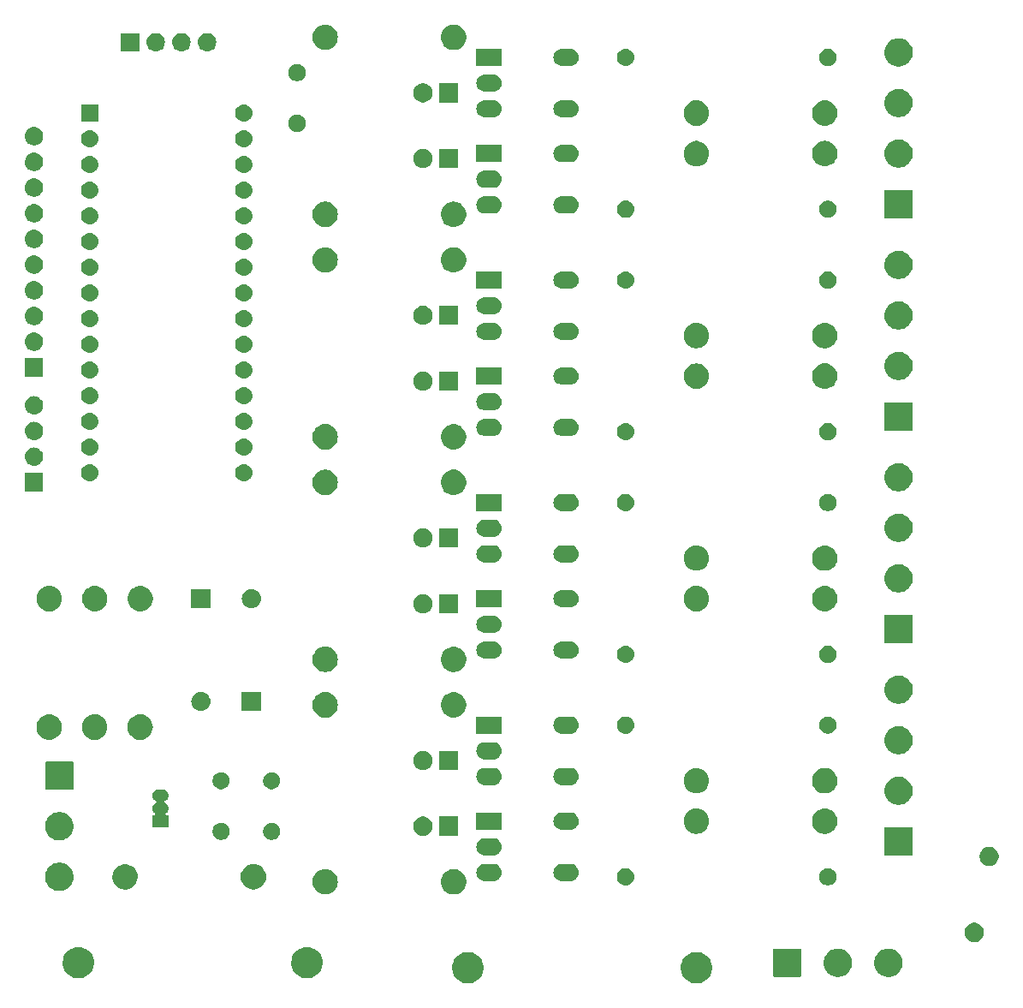
<source format=gbr>
G04 #@! TF.GenerationSoftware,KiCad,Pcbnew,5.0.1*
G04 #@! TF.CreationDate,2019-02-11T21:30:51+01:00*
G04 #@! TF.ProjectId,optocupler,6F70746F6375706C65722E6B69636164,rev?*
G04 #@! TF.SameCoordinates,Original*
G04 #@! TF.FileFunction,Soldermask,Top*
G04 #@! TF.FilePolarity,Negative*
%FSLAX46Y46*%
G04 Gerber Fmt 4.6, Leading zero omitted, Abs format (unit mm)*
G04 Created by KiCad (PCBNEW 5.0.1) date Mon 11 Feb 2019 21:30:51 CET*
%MOMM*%
%LPD*%
G01*
G04 APERTURE LIST*
%ADD10C,0.100000*%
G04 APERTURE END LIST*
D10*
G36*
X159352527Y-147988736D02*
X159452410Y-148008604D01*
X159734674Y-148125521D01*
X159988705Y-148295259D01*
X160204741Y-148511295D01*
X160374479Y-148765326D01*
X160414527Y-148862012D01*
X160491396Y-149047591D01*
X160551000Y-149347238D01*
X160551000Y-149652762D01*
X160511264Y-149852527D01*
X160491396Y-149952410D01*
X160374479Y-150234674D01*
X160204741Y-150488705D01*
X159988705Y-150704741D01*
X159734674Y-150874479D01*
X159452410Y-150991396D01*
X159352527Y-151011264D01*
X159152762Y-151051000D01*
X158847238Y-151051000D01*
X158647473Y-151011264D01*
X158547590Y-150991396D01*
X158265326Y-150874479D01*
X158011295Y-150704741D01*
X157795259Y-150488705D01*
X157625521Y-150234674D01*
X157508604Y-149952410D01*
X157488736Y-149852527D01*
X157449000Y-149652762D01*
X157449000Y-149347238D01*
X157508604Y-149047591D01*
X157585473Y-148862012D01*
X157625521Y-148765326D01*
X157795259Y-148511295D01*
X158011295Y-148295259D01*
X158265326Y-148125521D01*
X158547590Y-148008604D01*
X158647473Y-147988736D01*
X158847238Y-147949000D01*
X159152762Y-147949000D01*
X159352527Y-147988736D01*
X159352527Y-147988736D01*
G37*
G36*
X136752527Y-147988736D02*
X136852410Y-148008604D01*
X137134674Y-148125521D01*
X137388705Y-148295259D01*
X137604741Y-148511295D01*
X137774479Y-148765326D01*
X137814527Y-148862012D01*
X137891396Y-149047591D01*
X137951000Y-149347238D01*
X137951000Y-149652762D01*
X137911264Y-149852527D01*
X137891396Y-149952410D01*
X137774479Y-150234674D01*
X137604741Y-150488705D01*
X137388705Y-150704741D01*
X137134674Y-150874479D01*
X136852410Y-150991396D01*
X136752527Y-151011264D01*
X136552762Y-151051000D01*
X136247238Y-151051000D01*
X136047473Y-151011264D01*
X135947590Y-150991396D01*
X135665326Y-150874479D01*
X135411295Y-150704741D01*
X135195259Y-150488705D01*
X135025521Y-150234674D01*
X134908604Y-149952410D01*
X134888736Y-149852527D01*
X134849000Y-149652762D01*
X134849000Y-149347238D01*
X134908604Y-149047591D01*
X134985473Y-148862012D01*
X135025521Y-148765326D01*
X135195259Y-148511295D01*
X135411295Y-148295259D01*
X135665326Y-148125521D01*
X135947590Y-148008604D01*
X136047473Y-147988736D01*
X136247238Y-147949000D01*
X136552762Y-147949000D01*
X136752527Y-147988736D01*
X136752527Y-147988736D01*
G37*
G36*
X98252527Y-147488736D02*
X98352410Y-147508604D01*
X98634674Y-147625521D01*
X98888705Y-147795259D01*
X99104741Y-148011295D01*
X99274479Y-148265326D01*
X99376361Y-148511293D01*
X99391396Y-148547591D01*
X99434707Y-148765326D01*
X99451000Y-148847240D01*
X99451000Y-149152760D01*
X99391396Y-149452410D01*
X99274479Y-149734674D01*
X99104741Y-149988705D01*
X98888705Y-150204741D01*
X98634674Y-150374479D01*
X98352410Y-150491396D01*
X98252527Y-150511264D01*
X98052762Y-150551000D01*
X97747238Y-150551000D01*
X97547473Y-150511264D01*
X97447590Y-150491396D01*
X97165326Y-150374479D01*
X96911295Y-150204741D01*
X96695259Y-149988705D01*
X96525521Y-149734674D01*
X96408604Y-149452410D01*
X96349000Y-149152760D01*
X96349000Y-148847240D01*
X96365294Y-148765326D01*
X96408604Y-148547591D01*
X96423639Y-148511293D01*
X96525521Y-148265326D01*
X96695259Y-148011295D01*
X96911295Y-147795259D01*
X97165326Y-147625521D01*
X97447590Y-147508604D01*
X97547473Y-147488736D01*
X97747238Y-147449000D01*
X98052762Y-147449000D01*
X98252527Y-147488736D01*
X98252527Y-147488736D01*
G37*
G36*
X120852527Y-147488736D02*
X120952410Y-147508604D01*
X121234674Y-147625521D01*
X121488705Y-147795259D01*
X121704741Y-148011295D01*
X121874479Y-148265326D01*
X121976361Y-148511293D01*
X121991396Y-148547591D01*
X122034707Y-148765326D01*
X122051000Y-148847240D01*
X122051000Y-149152760D01*
X121991396Y-149452410D01*
X121874479Y-149734674D01*
X121704741Y-149988705D01*
X121488705Y-150204741D01*
X121234674Y-150374479D01*
X120952410Y-150491396D01*
X120852527Y-150511264D01*
X120652762Y-150551000D01*
X120347238Y-150551000D01*
X120147473Y-150511264D01*
X120047590Y-150491396D01*
X119765326Y-150374479D01*
X119511295Y-150204741D01*
X119295259Y-149988705D01*
X119125521Y-149734674D01*
X119008604Y-149452410D01*
X118949000Y-149152760D01*
X118949000Y-148847240D01*
X118965294Y-148765326D01*
X119008604Y-148547591D01*
X119023639Y-148511293D01*
X119125521Y-148265326D01*
X119295259Y-148011295D01*
X119511295Y-147795259D01*
X119765326Y-147625521D01*
X120047590Y-147508604D01*
X120147473Y-147488736D01*
X120347238Y-147449000D01*
X120652762Y-147449000D01*
X120852527Y-147488736D01*
X120852527Y-147488736D01*
G37*
G36*
X173274038Y-147626062D02*
X173408657Y-147652839D01*
X173514094Y-147696513D01*
X173663621Y-147758449D01*
X173893089Y-147911774D01*
X174088226Y-148106911D01*
X174241551Y-148336379D01*
X174303415Y-148485733D01*
X174329038Y-148547590D01*
X174347161Y-148591344D01*
X174401000Y-148862012D01*
X174401000Y-149137988D01*
X174398061Y-149152762D01*
X174347161Y-149408657D01*
X174303415Y-149514267D01*
X174241551Y-149663621D01*
X174088226Y-149893089D01*
X173893089Y-150088226D01*
X173663621Y-150241551D01*
X173557048Y-150285695D01*
X173408657Y-150347161D01*
X173318433Y-150365107D01*
X173137988Y-150401000D01*
X172862012Y-150401000D01*
X172681567Y-150365107D01*
X172591343Y-150347161D01*
X172442952Y-150285695D01*
X172336379Y-150241551D01*
X172106911Y-150088226D01*
X171911774Y-149893089D01*
X171758449Y-149663621D01*
X171696585Y-149514267D01*
X171652839Y-149408657D01*
X171601939Y-149152762D01*
X171599000Y-149137988D01*
X171599000Y-148862012D01*
X171652839Y-148591344D01*
X171670963Y-148547590D01*
X171696585Y-148485733D01*
X171758449Y-148336379D01*
X171911774Y-148106911D01*
X172106911Y-147911774D01*
X172336379Y-147758449D01*
X172485906Y-147696513D01*
X172591343Y-147652839D01*
X172725962Y-147626062D01*
X172862012Y-147599000D01*
X173137988Y-147599000D01*
X173274038Y-147626062D01*
X173274038Y-147626062D01*
G37*
G36*
X178274038Y-147626062D02*
X178408657Y-147652839D01*
X178514094Y-147696513D01*
X178663621Y-147758449D01*
X178893089Y-147911774D01*
X179088226Y-148106911D01*
X179241551Y-148336379D01*
X179303415Y-148485733D01*
X179329038Y-148547590D01*
X179347161Y-148591344D01*
X179401000Y-148862012D01*
X179401000Y-149137988D01*
X179398061Y-149152762D01*
X179347161Y-149408657D01*
X179303415Y-149514267D01*
X179241551Y-149663621D01*
X179088226Y-149893089D01*
X178893089Y-150088226D01*
X178663621Y-150241551D01*
X178557048Y-150285695D01*
X178408657Y-150347161D01*
X178318433Y-150365107D01*
X178137988Y-150401000D01*
X177862012Y-150401000D01*
X177681567Y-150365107D01*
X177591343Y-150347161D01*
X177442952Y-150285695D01*
X177336379Y-150241551D01*
X177106911Y-150088226D01*
X176911774Y-149893089D01*
X176758449Y-149663621D01*
X176696585Y-149514267D01*
X176652839Y-149408657D01*
X176601939Y-149152762D01*
X176599000Y-149137988D01*
X176599000Y-148862012D01*
X176652839Y-148591344D01*
X176670963Y-148547590D01*
X176696585Y-148485733D01*
X176758449Y-148336379D01*
X176911774Y-148106911D01*
X177106911Y-147911774D01*
X177336379Y-147758449D01*
X177485906Y-147696513D01*
X177591343Y-147652839D01*
X177725962Y-147626062D01*
X177862012Y-147599000D01*
X178137988Y-147599000D01*
X178274038Y-147626062D01*
X178274038Y-147626062D01*
G37*
G36*
X169274032Y-147602621D02*
X169303487Y-147611556D01*
X169330624Y-147626062D01*
X169354414Y-147645586D01*
X169373938Y-147669376D01*
X169388444Y-147696513D01*
X169397379Y-147725968D01*
X169401000Y-147762733D01*
X169401000Y-150237267D01*
X169397379Y-150274032D01*
X169388444Y-150303487D01*
X169373938Y-150330624D01*
X169354414Y-150354414D01*
X169330624Y-150373938D01*
X169303487Y-150388444D01*
X169274032Y-150397379D01*
X169237267Y-150401000D01*
X166762733Y-150401000D01*
X166725968Y-150397379D01*
X166696513Y-150388444D01*
X166669376Y-150373938D01*
X166645586Y-150354414D01*
X166626062Y-150330624D01*
X166611556Y-150303487D01*
X166602621Y-150274032D01*
X166599000Y-150237267D01*
X166599000Y-147762733D01*
X166602621Y-147725968D01*
X166611556Y-147696513D01*
X166626062Y-147669376D01*
X166645586Y-147645586D01*
X166669376Y-147626062D01*
X166696513Y-147611556D01*
X166725968Y-147602621D01*
X166762733Y-147599000D01*
X169237267Y-147599000D01*
X169274032Y-147602621D01*
X169274032Y-147602621D01*
G37*
G36*
X186777396Y-145085546D02*
X186950466Y-145157234D01*
X187106230Y-145261312D01*
X187238688Y-145393770D01*
X187342766Y-145549534D01*
X187414454Y-145722604D01*
X187451000Y-145906333D01*
X187451000Y-146093667D01*
X187414454Y-146277396D01*
X187342766Y-146450466D01*
X187238688Y-146606230D01*
X187106230Y-146738688D01*
X186950466Y-146842766D01*
X186777396Y-146914454D01*
X186593667Y-146951000D01*
X186406333Y-146951000D01*
X186222604Y-146914454D01*
X186049534Y-146842766D01*
X185893770Y-146738688D01*
X185761312Y-146606230D01*
X185657234Y-146450466D01*
X185585546Y-146277396D01*
X185549000Y-146093667D01*
X185549000Y-145906333D01*
X185585546Y-145722604D01*
X185657234Y-145549534D01*
X185761312Y-145393770D01*
X185893770Y-145261312D01*
X186049534Y-145157234D01*
X186222604Y-145085546D01*
X186406333Y-145049000D01*
X186593667Y-145049000D01*
X186777396Y-145085546D01*
X186777396Y-145085546D01*
G37*
G36*
X135183635Y-139761019D02*
X135364903Y-139797075D01*
X135592571Y-139891378D01*
X135783488Y-140018945D01*
X135797469Y-140028287D01*
X135971713Y-140202531D01*
X135971715Y-140202534D01*
X136108622Y-140407429D01*
X136202925Y-140635097D01*
X136251000Y-140876787D01*
X136251000Y-141123213D01*
X136202925Y-141364903D01*
X136108622Y-141592571D01*
X135972332Y-141796542D01*
X135971713Y-141797469D01*
X135797469Y-141971713D01*
X135797466Y-141971715D01*
X135592571Y-142108622D01*
X135364903Y-142202925D01*
X135214213Y-142232899D01*
X135123214Y-142251000D01*
X134876786Y-142251000D01*
X134785787Y-142232899D01*
X134635097Y-142202925D01*
X134407429Y-142108622D01*
X134202534Y-141971715D01*
X134202531Y-141971713D01*
X134028287Y-141797469D01*
X134027668Y-141796542D01*
X133891378Y-141592571D01*
X133797075Y-141364903D01*
X133749000Y-141123213D01*
X133749000Y-140876787D01*
X133797075Y-140635097D01*
X133891378Y-140407429D01*
X134028285Y-140202534D01*
X134028287Y-140202531D01*
X134202531Y-140028287D01*
X134216512Y-140018945D01*
X134407429Y-139891378D01*
X134635097Y-139797075D01*
X134816365Y-139761019D01*
X134876786Y-139749000D01*
X135123214Y-139749000D01*
X135183635Y-139761019D01*
X135183635Y-139761019D01*
G37*
G36*
X122545239Y-139767101D02*
X122781053Y-139838634D01*
X122998381Y-139954799D01*
X123188871Y-140111129D01*
X123345201Y-140301619D01*
X123461366Y-140518947D01*
X123532899Y-140754761D01*
X123557053Y-141000000D01*
X123532899Y-141245239D01*
X123461366Y-141481053D01*
X123345201Y-141698381D01*
X123188871Y-141888871D01*
X122998381Y-142045201D01*
X122781053Y-142161366D01*
X122545239Y-142232899D01*
X122361457Y-142251000D01*
X122238543Y-142251000D01*
X122054761Y-142232899D01*
X121818947Y-142161366D01*
X121601619Y-142045201D01*
X121411129Y-141888871D01*
X121254799Y-141698381D01*
X121138634Y-141481053D01*
X121067101Y-141245239D01*
X121042947Y-141000000D01*
X121067101Y-140754761D01*
X121138634Y-140518947D01*
X121254799Y-140301619D01*
X121411129Y-140111129D01*
X121601619Y-139954799D01*
X121818947Y-139838634D01*
X122054761Y-139767101D01*
X122238543Y-139749000D01*
X122361457Y-139749000D01*
X122545239Y-139767101D01*
X122545239Y-139767101D01*
G37*
G36*
X96318433Y-139134893D02*
X96408657Y-139152839D01*
X96514267Y-139196585D01*
X96663621Y-139258449D01*
X96893089Y-139411774D01*
X97088226Y-139606911D01*
X97241551Y-139836379D01*
X97291729Y-139957519D01*
X97347161Y-140091343D01*
X97351097Y-140111130D01*
X97401000Y-140362012D01*
X97401000Y-140637988D01*
X97379072Y-140748228D01*
X97347161Y-140908657D01*
X97343006Y-140918687D01*
X97241551Y-141163621D01*
X97088226Y-141393089D01*
X96893089Y-141588226D01*
X96663621Y-141741551D01*
X96528630Y-141797466D01*
X96408657Y-141847161D01*
X96318433Y-141865107D01*
X96137988Y-141901000D01*
X95862012Y-141901000D01*
X95681567Y-141865107D01*
X95591343Y-141847161D01*
X95471370Y-141797466D01*
X95336379Y-141741551D01*
X95106911Y-141588226D01*
X94911774Y-141393089D01*
X94758449Y-141163621D01*
X94656994Y-140918687D01*
X94652839Y-140908657D01*
X94620928Y-140748228D01*
X94599000Y-140637988D01*
X94599000Y-140362012D01*
X94648903Y-140111130D01*
X94652839Y-140091343D01*
X94708271Y-139957519D01*
X94758449Y-139836379D01*
X94911774Y-139606911D01*
X95106911Y-139411774D01*
X95336379Y-139258449D01*
X95485733Y-139196585D01*
X95591343Y-139152839D01*
X95681567Y-139134893D01*
X95862012Y-139099000D01*
X96137988Y-139099000D01*
X96318433Y-139134893D01*
X96318433Y-139134893D01*
G37*
G36*
X102683635Y-139261019D02*
X102864903Y-139297075D01*
X103092571Y-139391378D01*
X103296542Y-139527668D01*
X103297469Y-139528287D01*
X103471713Y-139702531D01*
X103471715Y-139702534D01*
X103608622Y-139907429D01*
X103702925Y-140135097D01*
X103726728Y-140254765D01*
X103751000Y-140376786D01*
X103751000Y-140623214D01*
X103748061Y-140637988D01*
X103702925Y-140864903D01*
X103608622Y-141092571D01*
X103500660Y-141254147D01*
X103471713Y-141297469D01*
X103297469Y-141471713D01*
X103297466Y-141471715D01*
X103092571Y-141608622D01*
X102864903Y-141702925D01*
X102714213Y-141732899D01*
X102623214Y-141751000D01*
X102376786Y-141751000D01*
X102285787Y-141732899D01*
X102135097Y-141702925D01*
X101907429Y-141608622D01*
X101702534Y-141471715D01*
X101702531Y-141471713D01*
X101528287Y-141297469D01*
X101499340Y-141254147D01*
X101391378Y-141092571D01*
X101297075Y-140864903D01*
X101251939Y-140637988D01*
X101249000Y-140623214D01*
X101249000Y-140376786D01*
X101273272Y-140254765D01*
X101297075Y-140135097D01*
X101391378Y-139907429D01*
X101528285Y-139702534D01*
X101528287Y-139702531D01*
X101702531Y-139528287D01*
X101703458Y-139527668D01*
X101907429Y-139391378D01*
X102135097Y-139297075D01*
X102316365Y-139261019D01*
X102376786Y-139249000D01*
X102623214Y-139249000D01*
X102683635Y-139261019D01*
X102683635Y-139261019D01*
G37*
G36*
X115445239Y-139267101D02*
X115681053Y-139338634D01*
X115898381Y-139454799D01*
X116088871Y-139611129D01*
X116245201Y-139801619D01*
X116361366Y-140018947D01*
X116432899Y-140254761D01*
X116457053Y-140500000D01*
X116432899Y-140745239D01*
X116361366Y-140981053D01*
X116245201Y-141198381D01*
X116088871Y-141388871D01*
X115898381Y-141545201D01*
X115681053Y-141661366D01*
X115445239Y-141732899D01*
X115261457Y-141751000D01*
X115138543Y-141751000D01*
X114954761Y-141732899D01*
X114718947Y-141661366D01*
X114501619Y-141545201D01*
X114311129Y-141388871D01*
X114154799Y-141198381D01*
X114038634Y-140981053D01*
X113967101Y-140745239D01*
X113942947Y-140500000D01*
X113967101Y-140254761D01*
X114038634Y-140018947D01*
X114154799Y-139801619D01*
X114311129Y-139611129D01*
X114501619Y-139454799D01*
X114718947Y-139338634D01*
X114954761Y-139267101D01*
X115138543Y-139249000D01*
X115261457Y-139249000D01*
X115445239Y-139267101D01*
X115445239Y-139267101D01*
G37*
G36*
X152166821Y-139661313D02*
X152166824Y-139661314D01*
X152166825Y-139661314D01*
X152327239Y-139709975D01*
X152327241Y-139709976D01*
X152327244Y-139709977D01*
X152475078Y-139788995D01*
X152604659Y-139895341D01*
X152711005Y-140024922D01*
X152790023Y-140172756D01*
X152790024Y-140172759D01*
X152790025Y-140172761D01*
X152838686Y-140333175D01*
X152838687Y-140333179D01*
X152855117Y-140500000D01*
X152838687Y-140666821D01*
X152838686Y-140666824D01*
X152838686Y-140666825D01*
X152801017Y-140791004D01*
X152790023Y-140827244D01*
X152711005Y-140975078D01*
X152604659Y-141104659D01*
X152475078Y-141211005D01*
X152327244Y-141290023D01*
X152327241Y-141290024D01*
X152327239Y-141290025D01*
X152166825Y-141338686D01*
X152166824Y-141338686D01*
X152166821Y-141338687D01*
X152041804Y-141351000D01*
X151958196Y-141351000D01*
X151833179Y-141338687D01*
X151833176Y-141338686D01*
X151833175Y-141338686D01*
X151672761Y-141290025D01*
X151672759Y-141290024D01*
X151672756Y-141290023D01*
X151524922Y-141211005D01*
X151395341Y-141104659D01*
X151288995Y-140975078D01*
X151209977Y-140827244D01*
X151198984Y-140791004D01*
X151161314Y-140666825D01*
X151161314Y-140666824D01*
X151161313Y-140666821D01*
X151144883Y-140500000D01*
X151161313Y-140333179D01*
X151161314Y-140333175D01*
X151209975Y-140172761D01*
X151209976Y-140172759D01*
X151209977Y-140172756D01*
X151288995Y-140024922D01*
X151395341Y-139895341D01*
X151524922Y-139788995D01*
X151672756Y-139709977D01*
X151672759Y-139709976D01*
X151672761Y-139709975D01*
X151833175Y-139661314D01*
X151833176Y-139661314D01*
X151833179Y-139661313D01*
X151958196Y-139649000D01*
X152041804Y-139649000D01*
X152166821Y-139661313D01*
X152166821Y-139661313D01*
G37*
G36*
X172248228Y-139681703D02*
X172403100Y-139745853D01*
X172542481Y-139838985D01*
X172661015Y-139957519D01*
X172754147Y-140096900D01*
X172818297Y-140251772D01*
X172851000Y-140416184D01*
X172851000Y-140583816D01*
X172818297Y-140748228D01*
X172754147Y-140903100D01*
X172661015Y-141042481D01*
X172542481Y-141161015D01*
X172403100Y-141254147D01*
X172248228Y-141318297D01*
X172083816Y-141351000D01*
X171916184Y-141351000D01*
X171751772Y-141318297D01*
X171596900Y-141254147D01*
X171457519Y-141161015D01*
X171338985Y-141042481D01*
X171245853Y-140903100D01*
X171181703Y-140748228D01*
X171149000Y-140583816D01*
X171149000Y-140416184D01*
X171181703Y-140251772D01*
X171245853Y-140096900D01*
X171338985Y-139957519D01*
X171457519Y-139838985D01*
X171596900Y-139745853D01*
X171751772Y-139681703D01*
X171916184Y-139649000D01*
X172083816Y-139649000D01*
X172248228Y-139681703D01*
X172248228Y-139681703D01*
G37*
G36*
X139066821Y-139241313D02*
X139066824Y-139241314D01*
X139066825Y-139241314D01*
X139227239Y-139289975D01*
X139227241Y-139289976D01*
X139227244Y-139289977D01*
X139375078Y-139368995D01*
X139504659Y-139475341D01*
X139611005Y-139604922D01*
X139690023Y-139752756D01*
X139690024Y-139752759D01*
X139690025Y-139752761D01*
X139716181Y-139838986D01*
X139738687Y-139913179D01*
X139755117Y-140080000D01*
X139738687Y-140246821D01*
X139738686Y-140246824D01*
X139738686Y-140246825D01*
X139699263Y-140376787D01*
X139690023Y-140407244D01*
X139611005Y-140555078D01*
X139504659Y-140684659D01*
X139375078Y-140791005D01*
X139227244Y-140870023D01*
X139227241Y-140870024D01*
X139227239Y-140870025D01*
X139066825Y-140918686D01*
X139066824Y-140918686D01*
X139066821Y-140918687D01*
X138941804Y-140931000D01*
X138058196Y-140931000D01*
X137933179Y-140918687D01*
X137933176Y-140918686D01*
X137933175Y-140918686D01*
X137772761Y-140870025D01*
X137772759Y-140870024D01*
X137772756Y-140870023D01*
X137624922Y-140791005D01*
X137495341Y-140684659D01*
X137388995Y-140555078D01*
X137309977Y-140407244D01*
X137300738Y-140376787D01*
X137261314Y-140246825D01*
X137261314Y-140246824D01*
X137261313Y-140246821D01*
X137244883Y-140080000D01*
X137261313Y-139913179D01*
X137283819Y-139838986D01*
X137309975Y-139752761D01*
X137309976Y-139752759D01*
X137309977Y-139752756D01*
X137388995Y-139604922D01*
X137495341Y-139475341D01*
X137624922Y-139368995D01*
X137772756Y-139289977D01*
X137772759Y-139289976D01*
X137772761Y-139289975D01*
X137933175Y-139241314D01*
X137933176Y-139241314D01*
X137933179Y-139241313D01*
X138058196Y-139229000D01*
X138941804Y-139229000D01*
X139066821Y-139241313D01*
X139066821Y-139241313D01*
G37*
G36*
X146686821Y-139241313D02*
X146686824Y-139241314D01*
X146686825Y-139241314D01*
X146847239Y-139289975D01*
X146847241Y-139289976D01*
X146847244Y-139289977D01*
X146995078Y-139368995D01*
X147124659Y-139475341D01*
X147231005Y-139604922D01*
X147310023Y-139752756D01*
X147310024Y-139752759D01*
X147310025Y-139752761D01*
X147336181Y-139838986D01*
X147358687Y-139913179D01*
X147375117Y-140080000D01*
X147358687Y-140246821D01*
X147358686Y-140246824D01*
X147358686Y-140246825D01*
X147319263Y-140376787D01*
X147310023Y-140407244D01*
X147231005Y-140555078D01*
X147124659Y-140684659D01*
X146995078Y-140791005D01*
X146847244Y-140870023D01*
X146847241Y-140870024D01*
X146847239Y-140870025D01*
X146686825Y-140918686D01*
X146686824Y-140918686D01*
X146686821Y-140918687D01*
X146561804Y-140931000D01*
X145678196Y-140931000D01*
X145553179Y-140918687D01*
X145553176Y-140918686D01*
X145553175Y-140918686D01*
X145392761Y-140870025D01*
X145392759Y-140870024D01*
X145392756Y-140870023D01*
X145244922Y-140791005D01*
X145115341Y-140684659D01*
X145008995Y-140555078D01*
X144929977Y-140407244D01*
X144920738Y-140376787D01*
X144881314Y-140246825D01*
X144881314Y-140246824D01*
X144881313Y-140246821D01*
X144864883Y-140080000D01*
X144881313Y-139913179D01*
X144903819Y-139838986D01*
X144929975Y-139752761D01*
X144929976Y-139752759D01*
X144929977Y-139752756D01*
X145008995Y-139604922D01*
X145115341Y-139475341D01*
X145244922Y-139368995D01*
X145392756Y-139289977D01*
X145392759Y-139289976D01*
X145392761Y-139289975D01*
X145553175Y-139241314D01*
X145553176Y-139241314D01*
X145553179Y-139241313D01*
X145678196Y-139229000D01*
X146561804Y-139229000D01*
X146686821Y-139241313D01*
X146686821Y-139241313D01*
G37*
G36*
X188227396Y-137585546D02*
X188400466Y-137657234D01*
X188556230Y-137761312D01*
X188688688Y-137893770D01*
X188792766Y-138049534D01*
X188864454Y-138222604D01*
X188901000Y-138406333D01*
X188901000Y-138593667D01*
X188864454Y-138777396D01*
X188792766Y-138950466D01*
X188688688Y-139106230D01*
X188556230Y-139238688D01*
X188400466Y-139342766D01*
X188227396Y-139414454D01*
X188043667Y-139451000D01*
X187856333Y-139451000D01*
X187672604Y-139414454D01*
X187499534Y-139342766D01*
X187343770Y-139238688D01*
X187211312Y-139106230D01*
X187107234Y-138950466D01*
X187035546Y-138777396D01*
X186999000Y-138593667D01*
X186999000Y-138406333D01*
X187035546Y-138222604D01*
X187107234Y-138049534D01*
X187211312Y-137893770D01*
X187343770Y-137761312D01*
X187499534Y-137657234D01*
X187672604Y-137585546D01*
X187856333Y-137549000D01*
X188043667Y-137549000D01*
X188227396Y-137585546D01*
X188227396Y-137585546D01*
G37*
G36*
X180401000Y-138401000D02*
X177599000Y-138401000D01*
X177599000Y-135599000D01*
X180401000Y-135599000D01*
X180401000Y-138401000D01*
X180401000Y-138401000D01*
G37*
G36*
X139066821Y-136701313D02*
X139066824Y-136701314D01*
X139066825Y-136701314D01*
X139227239Y-136749975D01*
X139227241Y-136749976D01*
X139227244Y-136749977D01*
X139375078Y-136828995D01*
X139504659Y-136935341D01*
X139611005Y-137064922D01*
X139690023Y-137212756D01*
X139738687Y-137373179D01*
X139755117Y-137540000D01*
X139738687Y-137706821D01*
X139738686Y-137706824D01*
X139738686Y-137706825D01*
X139722158Y-137761312D01*
X139690023Y-137867244D01*
X139611005Y-138015078D01*
X139504659Y-138144659D01*
X139375078Y-138251005D01*
X139227244Y-138330023D01*
X139227241Y-138330024D01*
X139227239Y-138330025D01*
X139066825Y-138378686D01*
X139066824Y-138378686D01*
X139066821Y-138378687D01*
X138941804Y-138391000D01*
X138058196Y-138391000D01*
X137933179Y-138378687D01*
X137933176Y-138378686D01*
X137933175Y-138378686D01*
X137772761Y-138330025D01*
X137772759Y-138330024D01*
X137772756Y-138330023D01*
X137624922Y-138251005D01*
X137495341Y-138144659D01*
X137388995Y-138015078D01*
X137309977Y-137867244D01*
X137277843Y-137761312D01*
X137261314Y-137706825D01*
X137261314Y-137706824D01*
X137261313Y-137706821D01*
X137244883Y-137540000D01*
X137261313Y-137373179D01*
X137309977Y-137212756D01*
X137388995Y-137064922D01*
X137495341Y-136935341D01*
X137624922Y-136828995D01*
X137772756Y-136749977D01*
X137772759Y-136749976D01*
X137772761Y-136749975D01*
X137933175Y-136701314D01*
X137933176Y-136701314D01*
X137933179Y-136701313D01*
X138058196Y-136689000D01*
X138941804Y-136689000D01*
X139066821Y-136701313D01*
X139066821Y-136701313D01*
G37*
G36*
X96318433Y-134134893D02*
X96408657Y-134152839D01*
X96514267Y-134196585D01*
X96663621Y-134258449D01*
X96893089Y-134411774D01*
X97088226Y-134606911D01*
X97241551Y-134836379D01*
X97265323Y-134893770D01*
X97347161Y-135091343D01*
X97362174Y-135166821D01*
X97396420Y-135338985D01*
X97401000Y-135362014D01*
X97401000Y-135637986D01*
X97347161Y-135908657D01*
X97321042Y-135971713D01*
X97241551Y-136163621D01*
X97088226Y-136393089D01*
X96893089Y-136588226D01*
X96663621Y-136741551D01*
X96514267Y-136803415D01*
X96408657Y-136847161D01*
X96318433Y-136865107D01*
X96137988Y-136901000D01*
X95862012Y-136901000D01*
X95681567Y-136865107D01*
X95591343Y-136847161D01*
X95485733Y-136803415D01*
X95336379Y-136741551D01*
X95106911Y-136588226D01*
X94911774Y-136393089D01*
X94758449Y-136163621D01*
X94678958Y-135971713D01*
X94652839Y-135908657D01*
X94599000Y-135637986D01*
X94599000Y-135362014D01*
X94603581Y-135338985D01*
X94637826Y-135166821D01*
X94652839Y-135091343D01*
X94734677Y-134893770D01*
X94758449Y-134836379D01*
X94911774Y-134606911D01*
X95106911Y-134411774D01*
X95336379Y-134258449D01*
X95485733Y-134196585D01*
X95591343Y-134152839D01*
X95681567Y-134134893D01*
X95862012Y-134099000D01*
X96137988Y-134099000D01*
X96318433Y-134134893D01*
X96318433Y-134134893D01*
G37*
G36*
X112248228Y-135181703D02*
X112403100Y-135245853D01*
X112542481Y-135338985D01*
X112661015Y-135457519D01*
X112754147Y-135596900D01*
X112818297Y-135751772D01*
X112851000Y-135916184D01*
X112851000Y-136083816D01*
X112818297Y-136248228D01*
X112754147Y-136403100D01*
X112661015Y-136542481D01*
X112542481Y-136661015D01*
X112403100Y-136754147D01*
X112248228Y-136818297D01*
X112083816Y-136851000D01*
X111916184Y-136851000D01*
X111751772Y-136818297D01*
X111596900Y-136754147D01*
X111457519Y-136661015D01*
X111338985Y-136542481D01*
X111245853Y-136403100D01*
X111181703Y-136248228D01*
X111149000Y-136083816D01*
X111149000Y-135916184D01*
X111181703Y-135751772D01*
X111245853Y-135596900D01*
X111338985Y-135457519D01*
X111457519Y-135338985D01*
X111596900Y-135245853D01*
X111751772Y-135181703D01*
X111916184Y-135149000D01*
X112083816Y-135149000D01*
X112248228Y-135181703D01*
X112248228Y-135181703D01*
G37*
G36*
X117248228Y-135181703D02*
X117403100Y-135245853D01*
X117542481Y-135338985D01*
X117661015Y-135457519D01*
X117754147Y-135596900D01*
X117818297Y-135751772D01*
X117851000Y-135916184D01*
X117851000Y-136083816D01*
X117818297Y-136248228D01*
X117754147Y-136403100D01*
X117661015Y-136542481D01*
X117542481Y-136661015D01*
X117403100Y-136754147D01*
X117248228Y-136818297D01*
X117083816Y-136851000D01*
X116916184Y-136851000D01*
X116751772Y-136818297D01*
X116596900Y-136754147D01*
X116457519Y-136661015D01*
X116338985Y-136542481D01*
X116245853Y-136403100D01*
X116181703Y-136248228D01*
X116149000Y-136083816D01*
X116149000Y-135916184D01*
X116181703Y-135751772D01*
X116245853Y-135596900D01*
X116338985Y-135457519D01*
X116457519Y-135338985D01*
X116596900Y-135245853D01*
X116751772Y-135181703D01*
X116916184Y-135149000D01*
X117083816Y-135149000D01*
X117248228Y-135181703D01*
X117248228Y-135181703D01*
G37*
G36*
X132237396Y-134585546D02*
X132410466Y-134657234D01*
X132566230Y-134761312D01*
X132698688Y-134893770D01*
X132802766Y-135049534D01*
X132874454Y-135222604D01*
X132911000Y-135406333D01*
X132911000Y-135593667D01*
X132874454Y-135777396D01*
X132802766Y-135950466D01*
X132698688Y-136106230D01*
X132566230Y-136238688D01*
X132410466Y-136342766D01*
X132237396Y-136414454D01*
X132053667Y-136451000D01*
X131866333Y-136451000D01*
X131682604Y-136414454D01*
X131509534Y-136342766D01*
X131353770Y-136238688D01*
X131221312Y-136106230D01*
X131117234Y-135950466D01*
X131045546Y-135777396D01*
X131009000Y-135593667D01*
X131009000Y-135406333D01*
X131045546Y-135222604D01*
X131117234Y-135049534D01*
X131221312Y-134893770D01*
X131353770Y-134761312D01*
X131509534Y-134657234D01*
X131682604Y-134585546D01*
X131866333Y-134549000D01*
X132053667Y-134549000D01*
X132237396Y-134585546D01*
X132237396Y-134585546D01*
G37*
G36*
X135451000Y-136451000D02*
X133549000Y-136451000D01*
X133549000Y-134549000D01*
X135451000Y-134549000D01*
X135451000Y-136451000D01*
X135451000Y-136451000D01*
G37*
G36*
X171883636Y-133761019D02*
X172064903Y-133797075D01*
X172292571Y-133891378D01*
X172387488Y-133954800D01*
X172497469Y-134028287D01*
X172671713Y-134202531D01*
X172671715Y-134202534D01*
X172808622Y-134407429D01*
X172902925Y-134635097D01*
X172951000Y-134876787D01*
X172951000Y-135123213D01*
X172902925Y-135364903D01*
X172808622Y-135592571D01*
X172702247Y-135751772D01*
X172671713Y-135797469D01*
X172497469Y-135971713D01*
X172497466Y-135971715D01*
X172292571Y-136108622D01*
X172064903Y-136202925D01*
X171914213Y-136232899D01*
X171823214Y-136251000D01*
X171576786Y-136251000D01*
X171485787Y-136232899D01*
X171335097Y-136202925D01*
X171107429Y-136108622D01*
X170902534Y-135971715D01*
X170902531Y-135971713D01*
X170728287Y-135797469D01*
X170697753Y-135751772D01*
X170591378Y-135592571D01*
X170497075Y-135364903D01*
X170449000Y-135123213D01*
X170449000Y-134876787D01*
X170497075Y-134635097D01*
X170591378Y-134407429D01*
X170728285Y-134202534D01*
X170728287Y-134202531D01*
X170902531Y-134028287D01*
X171012512Y-133954800D01*
X171107429Y-133891378D01*
X171335097Y-133797075D01*
X171516364Y-133761019D01*
X171576786Y-133749000D01*
X171823214Y-133749000D01*
X171883636Y-133761019D01*
X171883636Y-133761019D01*
G37*
G36*
X159245239Y-133767101D02*
X159481053Y-133838634D01*
X159698381Y-133954799D01*
X159888871Y-134111129D01*
X160045201Y-134301619D01*
X160161366Y-134518947D01*
X160232899Y-134754761D01*
X160257053Y-135000000D01*
X160232899Y-135245239D01*
X160161366Y-135481053D01*
X160045201Y-135698381D01*
X159888871Y-135888871D01*
X159698381Y-136045201D01*
X159481053Y-136161366D01*
X159245239Y-136232899D01*
X159061457Y-136251000D01*
X158938543Y-136251000D01*
X158754761Y-136232899D01*
X158518947Y-136161366D01*
X158301619Y-136045201D01*
X158111129Y-135888871D01*
X157954799Y-135698381D01*
X157838634Y-135481053D01*
X157767101Y-135245239D01*
X157742947Y-135000000D01*
X157767101Y-134754761D01*
X157838634Y-134518947D01*
X157954799Y-134301619D01*
X158111129Y-134111129D01*
X158301619Y-133954799D01*
X158518947Y-133838634D01*
X158754761Y-133767101D01*
X158938543Y-133749000D01*
X159061457Y-133749000D01*
X159245239Y-133767101D01*
X159245239Y-133767101D01*
G37*
G36*
X146686821Y-134161313D02*
X146686824Y-134161314D01*
X146686825Y-134161314D01*
X146847239Y-134209975D01*
X146847241Y-134209976D01*
X146847244Y-134209977D01*
X146995078Y-134288995D01*
X147124659Y-134395341D01*
X147231005Y-134524922D01*
X147310023Y-134672756D01*
X147310024Y-134672759D01*
X147310025Y-134672761D01*
X147358686Y-134833175D01*
X147358687Y-134833179D01*
X147375117Y-135000000D01*
X147358687Y-135166821D01*
X147358686Y-135166824D01*
X147358686Y-135166825D01*
X147334713Y-135245854D01*
X147310023Y-135327244D01*
X147231005Y-135475078D01*
X147124659Y-135604659D01*
X146995078Y-135711005D01*
X146847244Y-135790023D01*
X146847241Y-135790024D01*
X146847239Y-135790025D01*
X146686825Y-135838686D01*
X146686824Y-135838686D01*
X146686821Y-135838687D01*
X146561804Y-135851000D01*
X145678196Y-135851000D01*
X145553179Y-135838687D01*
X145553176Y-135838686D01*
X145553175Y-135838686D01*
X145392761Y-135790025D01*
X145392759Y-135790024D01*
X145392756Y-135790023D01*
X145244922Y-135711005D01*
X145115341Y-135604659D01*
X145008995Y-135475078D01*
X144929977Y-135327244D01*
X144905288Y-135245854D01*
X144881314Y-135166825D01*
X144881314Y-135166824D01*
X144881313Y-135166821D01*
X144864883Y-135000000D01*
X144881313Y-134833179D01*
X144881314Y-134833175D01*
X144929975Y-134672761D01*
X144929976Y-134672759D01*
X144929977Y-134672756D01*
X145008995Y-134524922D01*
X145115341Y-134395341D01*
X145244922Y-134288995D01*
X145392756Y-134209977D01*
X145392759Y-134209976D01*
X145392761Y-134209975D01*
X145553175Y-134161314D01*
X145553176Y-134161314D01*
X145553179Y-134161313D01*
X145678196Y-134149000D01*
X146561804Y-134149000D01*
X146686821Y-134161313D01*
X146686821Y-134161313D01*
G37*
G36*
X139751000Y-135851000D02*
X137249000Y-135851000D01*
X137249000Y-134149000D01*
X139751000Y-134149000D01*
X139751000Y-135851000D01*
X139751000Y-135851000D01*
G37*
G36*
X106337916Y-131892334D02*
X106446492Y-131925271D01*
X106546557Y-131978756D01*
X106634264Y-132050736D01*
X106706244Y-132138443D01*
X106759729Y-132238508D01*
X106792666Y-132347084D01*
X106803787Y-132460000D01*
X106792666Y-132572916D01*
X106759729Y-132681492D01*
X106759726Y-132681497D01*
X106706244Y-132781557D01*
X106634264Y-132869264D01*
X106546557Y-132941244D01*
X106465143Y-132984760D01*
X106444768Y-132998373D01*
X106427441Y-133015701D01*
X106413827Y-133036075D01*
X106404450Y-133058714D01*
X106399669Y-133082747D01*
X106399669Y-133107252D01*
X106404449Y-133131285D01*
X106413827Y-133153924D01*
X106427440Y-133174299D01*
X106444768Y-133191626D01*
X106465143Y-133205240D01*
X106546557Y-133248756D01*
X106634264Y-133320736D01*
X106706244Y-133408443D01*
X106759729Y-133508508D01*
X106792666Y-133617084D01*
X106803787Y-133730000D01*
X106792666Y-133842916D01*
X106759729Y-133951492D01*
X106759726Y-133951497D01*
X106706244Y-134051557D01*
X106634264Y-134139264D01*
X106557365Y-134202374D01*
X106540038Y-134219701D01*
X106526424Y-134240076D01*
X106517046Y-134262715D01*
X106512266Y-134286748D01*
X106512266Y-134311252D01*
X106517047Y-134335286D01*
X106526424Y-134357925D01*
X106540038Y-134378299D01*
X106557365Y-134395626D01*
X106577740Y-134409240D01*
X106600379Y-134418618D01*
X106636664Y-134424000D01*
X106801000Y-134424000D01*
X106801000Y-135576000D01*
X105199000Y-135576000D01*
X105199000Y-134424000D01*
X105363336Y-134424000D01*
X105387722Y-134421598D01*
X105411171Y-134414485D01*
X105432782Y-134402934D01*
X105451724Y-134387388D01*
X105467270Y-134368446D01*
X105478821Y-134346835D01*
X105485934Y-134323386D01*
X105488336Y-134299000D01*
X105485934Y-134274614D01*
X105478821Y-134251165D01*
X105467270Y-134229554D01*
X105442635Y-134202374D01*
X105365736Y-134139264D01*
X105293756Y-134051557D01*
X105240274Y-133951497D01*
X105240271Y-133951492D01*
X105207334Y-133842916D01*
X105196213Y-133730000D01*
X105207334Y-133617084D01*
X105240271Y-133508508D01*
X105293756Y-133408443D01*
X105365736Y-133320736D01*
X105453443Y-133248756D01*
X105534857Y-133205240D01*
X105555232Y-133191627D01*
X105572559Y-133174299D01*
X105586173Y-133153925D01*
X105595550Y-133131286D01*
X105600331Y-133107253D01*
X105600331Y-133082748D01*
X105595551Y-133058715D01*
X105586173Y-133036076D01*
X105572560Y-133015701D01*
X105555232Y-132998374D01*
X105534857Y-132984760D01*
X105453443Y-132941244D01*
X105365736Y-132869264D01*
X105293756Y-132781557D01*
X105240274Y-132681497D01*
X105240271Y-132681492D01*
X105207334Y-132572916D01*
X105196213Y-132460000D01*
X105207334Y-132347084D01*
X105240271Y-132238508D01*
X105293756Y-132138443D01*
X105365736Y-132050736D01*
X105453443Y-131978756D01*
X105553508Y-131925271D01*
X105662084Y-131892334D01*
X105746702Y-131884000D01*
X106253298Y-131884000D01*
X106337916Y-131892334D01*
X106337916Y-131892334D01*
G37*
G36*
X179318433Y-130634893D02*
X179408657Y-130652839D01*
X179514267Y-130696585D01*
X179663621Y-130758449D01*
X179893089Y-130911774D01*
X180088226Y-131106911D01*
X180241551Y-131336379D01*
X180347161Y-131591344D01*
X180401000Y-131862012D01*
X180401000Y-132137988D01*
X180347161Y-132408656D01*
X180241551Y-132663621D01*
X180088226Y-132893089D01*
X179893089Y-133088226D01*
X179663621Y-133241551D01*
X179514267Y-133303415D01*
X179408657Y-133347161D01*
X179318433Y-133365107D01*
X179137988Y-133401000D01*
X178862012Y-133401000D01*
X178681567Y-133365107D01*
X178591343Y-133347161D01*
X178485733Y-133303415D01*
X178336379Y-133241551D01*
X178106911Y-133088226D01*
X177911774Y-132893089D01*
X177758449Y-132663621D01*
X177652839Y-132408656D01*
X177599000Y-132137988D01*
X177599000Y-131862012D01*
X177652839Y-131591344D01*
X177758449Y-131336379D01*
X177911774Y-131106911D01*
X178106911Y-130911774D01*
X178336379Y-130758449D01*
X178485733Y-130696585D01*
X178591343Y-130652839D01*
X178681567Y-130634893D01*
X178862012Y-130599000D01*
X179137988Y-130599000D01*
X179318433Y-130634893D01*
X179318433Y-130634893D01*
G37*
G36*
X159245239Y-129767101D02*
X159481053Y-129838634D01*
X159698381Y-129954799D01*
X159888871Y-130111129D01*
X160045201Y-130301619D01*
X160161366Y-130518947D01*
X160232899Y-130754761D01*
X160257053Y-131000000D01*
X160232899Y-131245239D01*
X160161366Y-131481053D01*
X160045201Y-131698381D01*
X159888871Y-131888871D01*
X159698381Y-132045201D01*
X159481053Y-132161366D01*
X159245239Y-132232899D01*
X159061457Y-132251000D01*
X158938543Y-132251000D01*
X158754761Y-132232899D01*
X158518947Y-132161366D01*
X158301619Y-132045201D01*
X158111129Y-131888871D01*
X157954799Y-131698381D01*
X157838634Y-131481053D01*
X157767101Y-131245239D01*
X157742947Y-131000000D01*
X157767101Y-130754761D01*
X157838634Y-130518947D01*
X157954799Y-130301619D01*
X158111129Y-130111129D01*
X158301619Y-129954799D01*
X158518947Y-129838634D01*
X158754761Y-129767101D01*
X158938543Y-129749000D01*
X159061457Y-129749000D01*
X159245239Y-129767101D01*
X159245239Y-129767101D01*
G37*
G36*
X171883635Y-129761019D02*
X172064903Y-129797075D01*
X172292571Y-129891378D01*
X172496542Y-130027668D01*
X172497469Y-130028287D01*
X172671713Y-130202531D01*
X172671715Y-130202534D01*
X172808622Y-130407429D01*
X172902925Y-130635097D01*
X172951000Y-130876787D01*
X172951000Y-131123213D01*
X172902925Y-131364903D01*
X172808622Y-131592571D01*
X172700660Y-131754147D01*
X172671713Y-131797469D01*
X172497469Y-131971713D01*
X172497466Y-131971715D01*
X172292571Y-132108622D01*
X172064903Y-132202925D01*
X171914213Y-132232899D01*
X171823214Y-132251000D01*
X171576786Y-132251000D01*
X171485787Y-132232899D01*
X171335097Y-132202925D01*
X171107429Y-132108622D01*
X170902534Y-131971715D01*
X170902531Y-131971713D01*
X170728287Y-131797469D01*
X170699340Y-131754147D01*
X170591378Y-131592571D01*
X170497075Y-131364903D01*
X170449000Y-131123213D01*
X170449000Y-130876787D01*
X170497075Y-130635097D01*
X170591378Y-130407429D01*
X170728285Y-130202534D01*
X170728287Y-130202531D01*
X170902531Y-130028287D01*
X170903458Y-130027668D01*
X171107429Y-129891378D01*
X171335097Y-129797075D01*
X171516365Y-129761019D01*
X171576786Y-129749000D01*
X171823214Y-129749000D01*
X171883635Y-129761019D01*
X171883635Y-129761019D01*
G37*
G36*
X97274032Y-129102621D02*
X97303487Y-129111556D01*
X97330624Y-129126062D01*
X97354414Y-129145586D01*
X97373938Y-129169376D01*
X97388444Y-129196513D01*
X97397379Y-129225968D01*
X97401000Y-129262733D01*
X97401000Y-131737267D01*
X97397379Y-131774032D01*
X97388444Y-131803487D01*
X97373938Y-131830624D01*
X97354414Y-131854414D01*
X97330624Y-131873938D01*
X97303487Y-131888444D01*
X97274032Y-131897379D01*
X97237267Y-131901000D01*
X94762733Y-131901000D01*
X94725968Y-131897379D01*
X94696513Y-131888444D01*
X94669376Y-131873938D01*
X94645586Y-131854414D01*
X94626062Y-131830624D01*
X94611556Y-131803487D01*
X94602621Y-131774032D01*
X94599000Y-131737267D01*
X94599000Y-129262733D01*
X94602621Y-129225968D01*
X94611556Y-129196513D01*
X94626062Y-129169376D01*
X94645586Y-129145586D01*
X94669376Y-129126062D01*
X94696513Y-129111556D01*
X94725968Y-129102621D01*
X94762733Y-129099000D01*
X97237267Y-129099000D01*
X97274032Y-129102621D01*
X97274032Y-129102621D01*
G37*
G36*
X117248228Y-130181703D02*
X117403100Y-130245853D01*
X117542481Y-130338985D01*
X117661015Y-130457519D01*
X117754147Y-130596900D01*
X117818297Y-130751772D01*
X117851000Y-130916184D01*
X117851000Y-131083816D01*
X117818297Y-131248228D01*
X117754147Y-131403100D01*
X117661015Y-131542481D01*
X117542481Y-131661015D01*
X117403100Y-131754147D01*
X117248228Y-131818297D01*
X117083816Y-131851000D01*
X116916184Y-131851000D01*
X116751772Y-131818297D01*
X116596900Y-131754147D01*
X116457519Y-131661015D01*
X116338985Y-131542481D01*
X116245853Y-131403100D01*
X116181703Y-131248228D01*
X116149000Y-131083816D01*
X116149000Y-130916184D01*
X116181703Y-130751772D01*
X116245853Y-130596900D01*
X116338985Y-130457519D01*
X116457519Y-130338985D01*
X116596900Y-130245853D01*
X116751772Y-130181703D01*
X116916184Y-130149000D01*
X117083816Y-130149000D01*
X117248228Y-130181703D01*
X117248228Y-130181703D01*
G37*
G36*
X112248228Y-130181703D02*
X112403100Y-130245853D01*
X112542481Y-130338985D01*
X112661015Y-130457519D01*
X112754147Y-130596900D01*
X112818297Y-130751772D01*
X112851000Y-130916184D01*
X112851000Y-131083816D01*
X112818297Y-131248228D01*
X112754147Y-131403100D01*
X112661015Y-131542481D01*
X112542481Y-131661015D01*
X112403100Y-131754147D01*
X112248228Y-131818297D01*
X112083816Y-131851000D01*
X111916184Y-131851000D01*
X111751772Y-131818297D01*
X111596900Y-131754147D01*
X111457519Y-131661015D01*
X111338985Y-131542481D01*
X111245853Y-131403100D01*
X111181703Y-131248228D01*
X111149000Y-131083816D01*
X111149000Y-130916184D01*
X111181703Y-130751772D01*
X111245853Y-130596900D01*
X111338985Y-130457519D01*
X111457519Y-130338985D01*
X111596900Y-130245853D01*
X111751772Y-130181703D01*
X111916184Y-130149000D01*
X112083816Y-130149000D01*
X112248228Y-130181703D01*
X112248228Y-130181703D01*
G37*
G36*
X146686821Y-129741313D02*
X146686824Y-129741314D01*
X146686825Y-129741314D01*
X146847239Y-129789975D01*
X146847241Y-129789976D01*
X146847244Y-129789977D01*
X146995078Y-129868995D01*
X147124659Y-129975341D01*
X147231005Y-130104922D01*
X147310023Y-130252756D01*
X147310024Y-130252759D01*
X147310025Y-130252761D01*
X147336181Y-130338986D01*
X147358687Y-130413179D01*
X147375117Y-130580000D01*
X147358687Y-130746821D01*
X147358686Y-130746824D01*
X147358686Y-130746825D01*
X147319263Y-130876787D01*
X147310023Y-130907244D01*
X147231005Y-131055078D01*
X147124659Y-131184659D01*
X146995078Y-131291005D01*
X146847244Y-131370023D01*
X146847241Y-131370024D01*
X146847239Y-131370025D01*
X146686825Y-131418686D01*
X146686824Y-131418686D01*
X146686821Y-131418687D01*
X146561804Y-131431000D01*
X145678196Y-131431000D01*
X145553179Y-131418687D01*
X145553176Y-131418686D01*
X145553175Y-131418686D01*
X145392761Y-131370025D01*
X145392759Y-131370024D01*
X145392756Y-131370023D01*
X145244922Y-131291005D01*
X145115341Y-131184659D01*
X145008995Y-131055078D01*
X144929977Y-130907244D01*
X144920738Y-130876787D01*
X144881314Y-130746825D01*
X144881314Y-130746824D01*
X144881313Y-130746821D01*
X144864883Y-130580000D01*
X144881313Y-130413179D01*
X144903819Y-130338986D01*
X144929975Y-130252761D01*
X144929976Y-130252759D01*
X144929977Y-130252756D01*
X145008995Y-130104922D01*
X145115341Y-129975341D01*
X145244922Y-129868995D01*
X145392756Y-129789977D01*
X145392759Y-129789976D01*
X145392761Y-129789975D01*
X145553175Y-129741314D01*
X145553176Y-129741314D01*
X145553179Y-129741313D01*
X145678196Y-129729000D01*
X146561804Y-129729000D01*
X146686821Y-129741313D01*
X146686821Y-129741313D01*
G37*
G36*
X139066821Y-129741313D02*
X139066824Y-129741314D01*
X139066825Y-129741314D01*
X139227239Y-129789975D01*
X139227241Y-129789976D01*
X139227244Y-129789977D01*
X139375078Y-129868995D01*
X139504659Y-129975341D01*
X139611005Y-130104922D01*
X139690023Y-130252756D01*
X139690024Y-130252759D01*
X139690025Y-130252761D01*
X139716181Y-130338986D01*
X139738687Y-130413179D01*
X139755117Y-130580000D01*
X139738687Y-130746821D01*
X139738686Y-130746824D01*
X139738686Y-130746825D01*
X139699263Y-130876787D01*
X139690023Y-130907244D01*
X139611005Y-131055078D01*
X139504659Y-131184659D01*
X139375078Y-131291005D01*
X139227244Y-131370023D01*
X139227241Y-131370024D01*
X139227239Y-131370025D01*
X139066825Y-131418686D01*
X139066824Y-131418686D01*
X139066821Y-131418687D01*
X138941804Y-131431000D01*
X138058196Y-131431000D01*
X137933179Y-131418687D01*
X137933176Y-131418686D01*
X137933175Y-131418686D01*
X137772761Y-131370025D01*
X137772759Y-131370024D01*
X137772756Y-131370023D01*
X137624922Y-131291005D01*
X137495341Y-131184659D01*
X137388995Y-131055078D01*
X137309977Y-130907244D01*
X137300738Y-130876787D01*
X137261314Y-130746825D01*
X137261314Y-130746824D01*
X137261313Y-130746821D01*
X137244883Y-130580000D01*
X137261313Y-130413179D01*
X137283819Y-130338986D01*
X137309975Y-130252761D01*
X137309976Y-130252759D01*
X137309977Y-130252756D01*
X137388995Y-130104922D01*
X137495341Y-129975341D01*
X137624922Y-129868995D01*
X137772756Y-129789977D01*
X137772759Y-129789976D01*
X137772761Y-129789975D01*
X137933175Y-129741314D01*
X137933176Y-129741314D01*
X137933179Y-129741313D01*
X138058196Y-129729000D01*
X138941804Y-129729000D01*
X139066821Y-129741313D01*
X139066821Y-129741313D01*
G37*
G36*
X132237396Y-128085546D02*
X132410466Y-128157234D01*
X132566230Y-128261312D01*
X132698688Y-128393770D01*
X132802766Y-128549534D01*
X132874454Y-128722604D01*
X132911000Y-128906333D01*
X132911000Y-129093667D01*
X132874454Y-129277396D01*
X132802766Y-129450466D01*
X132698688Y-129606230D01*
X132566230Y-129738688D01*
X132410466Y-129842766D01*
X132237396Y-129914454D01*
X132053667Y-129951000D01*
X131866333Y-129951000D01*
X131682604Y-129914454D01*
X131509534Y-129842766D01*
X131353770Y-129738688D01*
X131221312Y-129606230D01*
X131117234Y-129450466D01*
X131045546Y-129277396D01*
X131009000Y-129093667D01*
X131009000Y-128906333D01*
X131045546Y-128722604D01*
X131117234Y-128549534D01*
X131221312Y-128393770D01*
X131353770Y-128261312D01*
X131509534Y-128157234D01*
X131682604Y-128085546D01*
X131866333Y-128049000D01*
X132053667Y-128049000D01*
X132237396Y-128085546D01*
X132237396Y-128085546D01*
G37*
G36*
X135451000Y-129951000D02*
X133549000Y-129951000D01*
X133549000Y-128049000D01*
X135451000Y-128049000D01*
X135451000Y-129951000D01*
X135451000Y-129951000D01*
G37*
G36*
X139066821Y-127201313D02*
X139066824Y-127201314D01*
X139066825Y-127201314D01*
X139227239Y-127249975D01*
X139227241Y-127249976D01*
X139227244Y-127249977D01*
X139375078Y-127328995D01*
X139504659Y-127435341D01*
X139611005Y-127564922D01*
X139690023Y-127712756D01*
X139738687Y-127873179D01*
X139755117Y-128040000D01*
X139738687Y-128206821D01*
X139738686Y-128206824D01*
X139738686Y-128206825D01*
X139696116Y-128347161D01*
X139690023Y-128367244D01*
X139611005Y-128515078D01*
X139504659Y-128644659D01*
X139375078Y-128751005D01*
X139227244Y-128830023D01*
X139227241Y-128830024D01*
X139227239Y-128830025D01*
X139066825Y-128878686D01*
X139066824Y-128878686D01*
X139066821Y-128878687D01*
X138941804Y-128891000D01*
X138058196Y-128891000D01*
X137933179Y-128878687D01*
X137933176Y-128878686D01*
X137933175Y-128878686D01*
X137772761Y-128830025D01*
X137772759Y-128830024D01*
X137772756Y-128830023D01*
X137624922Y-128751005D01*
X137495341Y-128644659D01*
X137388995Y-128515078D01*
X137309977Y-128367244D01*
X137303885Y-128347161D01*
X137261314Y-128206825D01*
X137261314Y-128206824D01*
X137261313Y-128206821D01*
X137244883Y-128040000D01*
X137261313Y-127873179D01*
X137309977Y-127712756D01*
X137388995Y-127564922D01*
X137495341Y-127435341D01*
X137624922Y-127328995D01*
X137772756Y-127249977D01*
X137772759Y-127249976D01*
X137772761Y-127249975D01*
X137933175Y-127201314D01*
X137933176Y-127201314D01*
X137933179Y-127201313D01*
X138058196Y-127189000D01*
X138941804Y-127189000D01*
X139066821Y-127201313D01*
X139066821Y-127201313D01*
G37*
G36*
X179318433Y-125634893D02*
X179408657Y-125652839D01*
X179514267Y-125696585D01*
X179663621Y-125758449D01*
X179893089Y-125911774D01*
X180088226Y-126106911D01*
X180241551Y-126336379D01*
X180247607Y-126351000D01*
X180346137Y-126588870D01*
X180347161Y-126591344D01*
X180401000Y-126862012D01*
X180401000Y-127137988D01*
X180378724Y-127249975D01*
X180363007Y-127328995D01*
X180347161Y-127408656D01*
X180241551Y-127663621D01*
X180088226Y-127893089D01*
X179893089Y-128088226D01*
X179663621Y-128241551D01*
X179514267Y-128303415D01*
X179408657Y-128347161D01*
X179318433Y-128365107D01*
X179137988Y-128401000D01*
X178862012Y-128401000D01*
X178681567Y-128365107D01*
X178591343Y-128347161D01*
X178485733Y-128303415D01*
X178336379Y-128241551D01*
X178106911Y-128088226D01*
X177911774Y-127893089D01*
X177758449Y-127663621D01*
X177652839Y-127408656D01*
X177636994Y-127328995D01*
X177621276Y-127249975D01*
X177599000Y-127137988D01*
X177599000Y-126862012D01*
X177652839Y-126591344D01*
X177653864Y-126588870D01*
X177752393Y-126351000D01*
X177758449Y-126336379D01*
X177911774Y-126106911D01*
X178106911Y-125911774D01*
X178336379Y-125758449D01*
X178485733Y-125696585D01*
X178591343Y-125652839D01*
X178681567Y-125634893D01*
X178862012Y-125599000D01*
X179137988Y-125599000D01*
X179318433Y-125634893D01*
X179318433Y-125634893D01*
G37*
G36*
X99745239Y-124467101D02*
X99981053Y-124538634D01*
X100198381Y-124654799D01*
X100388871Y-124811129D01*
X100545201Y-125001619D01*
X100661366Y-125218947D01*
X100732899Y-125454761D01*
X100757053Y-125700000D01*
X100732899Y-125945239D01*
X100661366Y-126181053D01*
X100545201Y-126398381D01*
X100388871Y-126588871D01*
X100198381Y-126745201D01*
X99981053Y-126861366D01*
X99745239Y-126932899D01*
X99561457Y-126951000D01*
X99438543Y-126951000D01*
X99254761Y-126932899D01*
X99018947Y-126861366D01*
X98801619Y-126745201D01*
X98611129Y-126588871D01*
X98454799Y-126398381D01*
X98338634Y-126181053D01*
X98267101Y-125945239D01*
X98242947Y-125700000D01*
X98267101Y-125454761D01*
X98338634Y-125218947D01*
X98454799Y-125001619D01*
X98611129Y-124811129D01*
X98801619Y-124654799D01*
X99018947Y-124538634D01*
X99254761Y-124467101D01*
X99438543Y-124449000D01*
X99561457Y-124449000D01*
X99745239Y-124467101D01*
X99745239Y-124467101D01*
G37*
G36*
X95183635Y-124461019D02*
X95364903Y-124497075D01*
X95592571Y-124591378D01*
X95759512Y-124702925D01*
X95797469Y-124728287D01*
X95971713Y-124902531D01*
X95971715Y-124902534D01*
X96108622Y-125107429D01*
X96202925Y-125335097D01*
X96251000Y-125576787D01*
X96251000Y-125823213D01*
X96202925Y-126064903D01*
X96108622Y-126292571D01*
X96037921Y-126398382D01*
X95971713Y-126497469D01*
X95797469Y-126671713D01*
X95797466Y-126671715D01*
X95592571Y-126808622D01*
X95364903Y-126902925D01*
X95214213Y-126932899D01*
X95123214Y-126951000D01*
X94876786Y-126951000D01*
X94785787Y-126932899D01*
X94635097Y-126902925D01*
X94407429Y-126808622D01*
X94202534Y-126671715D01*
X94202531Y-126671713D01*
X94028287Y-126497469D01*
X93962079Y-126398382D01*
X93891378Y-126292571D01*
X93797075Y-126064903D01*
X93749000Y-125823213D01*
X93749000Y-125576787D01*
X93797075Y-125335097D01*
X93891378Y-125107429D01*
X94028285Y-124902534D01*
X94028287Y-124902531D01*
X94202531Y-124728287D01*
X94240488Y-124702925D01*
X94407429Y-124591378D01*
X94635097Y-124497075D01*
X94816365Y-124461019D01*
X94876786Y-124449000D01*
X95123214Y-124449000D01*
X95183635Y-124461019D01*
X95183635Y-124461019D01*
G37*
G36*
X104245239Y-124467101D02*
X104481053Y-124538634D01*
X104698381Y-124654799D01*
X104888871Y-124811129D01*
X105045201Y-125001619D01*
X105161366Y-125218947D01*
X105232899Y-125454761D01*
X105257053Y-125700000D01*
X105232899Y-125945239D01*
X105161366Y-126181053D01*
X105045201Y-126398381D01*
X104888871Y-126588871D01*
X104698381Y-126745201D01*
X104481053Y-126861366D01*
X104245239Y-126932899D01*
X104061457Y-126951000D01*
X103938543Y-126951000D01*
X103754761Y-126932899D01*
X103518947Y-126861366D01*
X103301619Y-126745201D01*
X103111129Y-126588871D01*
X102954799Y-126398381D01*
X102838634Y-126181053D01*
X102767101Y-125945239D01*
X102742947Y-125700000D01*
X102767101Y-125454761D01*
X102838634Y-125218947D01*
X102954799Y-125001619D01*
X103111129Y-124811129D01*
X103301619Y-124654799D01*
X103518947Y-124538634D01*
X103754761Y-124467101D01*
X103938543Y-124449000D01*
X104061457Y-124449000D01*
X104245239Y-124467101D01*
X104245239Y-124467101D01*
G37*
G36*
X152166821Y-124661313D02*
X152166824Y-124661314D01*
X152166825Y-124661314D01*
X152327239Y-124709975D01*
X152327241Y-124709976D01*
X152327244Y-124709977D01*
X152475078Y-124788995D01*
X152604659Y-124895341D01*
X152711005Y-125024922D01*
X152790023Y-125172756D01*
X152790024Y-125172759D01*
X152790025Y-125172761D01*
X152838686Y-125333175D01*
X152838687Y-125333179D01*
X152855117Y-125500000D01*
X152838687Y-125666821D01*
X152838686Y-125666824D01*
X152838686Y-125666825D01*
X152791246Y-125823214D01*
X152790023Y-125827244D01*
X152711005Y-125975078D01*
X152604659Y-126104659D01*
X152475078Y-126211005D01*
X152327244Y-126290023D01*
X152327241Y-126290024D01*
X152327239Y-126290025D01*
X152166825Y-126338686D01*
X152166824Y-126338686D01*
X152166821Y-126338687D01*
X152041804Y-126351000D01*
X151958196Y-126351000D01*
X151833179Y-126338687D01*
X151833176Y-126338686D01*
X151833175Y-126338686D01*
X151672761Y-126290025D01*
X151672759Y-126290024D01*
X151672756Y-126290023D01*
X151524922Y-126211005D01*
X151395341Y-126104659D01*
X151288995Y-125975078D01*
X151209977Y-125827244D01*
X151208755Y-125823214D01*
X151161314Y-125666825D01*
X151161314Y-125666824D01*
X151161313Y-125666821D01*
X151144883Y-125500000D01*
X151161313Y-125333179D01*
X151161314Y-125333175D01*
X151209975Y-125172761D01*
X151209976Y-125172759D01*
X151209977Y-125172756D01*
X151288995Y-125024922D01*
X151395341Y-124895341D01*
X151524922Y-124788995D01*
X151672756Y-124709977D01*
X151672759Y-124709976D01*
X151672761Y-124709975D01*
X151833175Y-124661314D01*
X151833176Y-124661314D01*
X151833179Y-124661313D01*
X151958196Y-124649000D01*
X152041804Y-124649000D01*
X152166821Y-124661313D01*
X152166821Y-124661313D01*
G37*
G36*
X172248228Y-124681703D02*
X172403100Y-124745853D01*
X172542481Y-124838985D01*
X172661015Y-124957519D01*
X172754147Y-125096900D01*
X172818297Y-125251772D01*
X172851000Y-125416184D01*
X172851000Y-125583816D01*
X172818297Y-125748228D01*
X172754147Y-125903100D01*
X172661015Y-126042481D01*
X172542481Y-126161015D01*
X172403100Y-126254147D01*
X172248228Y-126318297D01*
X172083816Y-126351000D01*
X171916184Y-126351000D01*
X171751772Y-126318297D01*
X171596900Y-126254147D01*
X171457519Y-126161015D01*
X171338985Y-126042481D01*
X171245853Y-125903100D01*
X171181703Y-125748228D01*
X171149000Y-125583816D01*
X171149000Y-125416184D01*
X171181703Y-125251772D01*
X171245853Y-125096900D01*
X171338985Y-124957519D01*
X171457519Y-124838985D01*
X171596900Y-124745853D01*
X171751772Y-124681703D01*
X171916184Y-124649000D01*
X172083816Y-124649000D01*
X172248228Y-124681703D01*
X172248228Y-124681703D01*
G37*
G36*
X139751000Y-126351000D02*
X137249000Y-126351000D01*
X137249000Y-124649000D01*
X139751000Y-124649000D01*
X139751000Y-126351000D01*
X139751000Y-126351000D01*
G37*
G36*
X146686821Y-124661313D02*
X146686824Y-124661314D01*
X146686825Y-124661314D01*
X146847239Y-124709975D01*
X146847241Y-124709976D01*
X146847244Y-124709977D01*
X146995078Y-124788995D01*
X147124659Y-124895341D01*
X147231005Y-125024922D01*
X147310023Y-125172756D01*
X147310024Y-125172759D01*
X147310025Y-125172761D01*
X147358686Y-125333175D01*
X147358687Y-125333179D01*
X147375117Y-125500000D01*
X147358687Y-125666821D01*
X147358686Y-125666824D01*
X147358686Y-125666825D01*
X147311246Y-125823214D01*
X147310023Y-125827244D01*
X147231005Y-125975078D01*
X147124659Y-126104659D01*
X146995078Y-126211005D01*
X146847244Y-126290023D01*
X146847241Y-126290024D01*
X146847239Y-126290025D01*
X146686825Y-126338686D01*
X146686824Y-126338686D01*
X146686821Y-126338687D01*
X146561804Y-126351000D01*
X145678196Y-126351000D01*
X145553179Y-126338687D01*
X145553176Y-126338686D01*
X145553175Y-126338686D01*
X145392761Y-126290025D01*
X145392759Y-126290024D01*
X145392756Y-126290023D01*
X145244922Y-126211005D01*
X145115341Y-126104659D01*
X145008995Y-125975078D01*
X144929977Y-125827244D01*
X144928755Y-125823214D01*
X144881314Y-125666825D01*
X144881314Y-125666824D01*
X144881313Y-125666821D01*
X144864883Y-125500000D01*
X144881313Y-125333179D01*
X144881314Y-125333175D01*
X144929975Y-125172761D01*
X144929976Y-125172759D01*
X144929977Y-125172756D01*
X145008995Y-125024922D01*
X145115341Y-124895341D01*
X145244922Y-124788995D01*
X145392756Y-124709977D01*
X145392759Y-124709976D01*
X145392761Y-124709975D01*
X145553175Y-124661314D01*
X145553176Y-124661314D01*
X145553179Y-124661313D01*
X145678196Y-124649000D01*
X146561804Y-124649000D01*
X146686821Y-124661313D01*
X146686821Y-124661313D01*
G37*
G36*
X135183635Y-122261019D02*
X135364903Y-122297075D01*
X135592571Y-122391378D01*
X135687488Y-122454800D01*
X135797469Y-122528287D01*
X135971713Y-122702531D01*
X135971715Y-122702534D01*
X136108622Y-122907429D01*
X136202925Y-123135097D01*
X136226728Y-123254765D01*
X136244962Y-123346429D01*
X136251000Y-123376787D01*
X136251000Y-123623213D01*
X136202925Y-123864903D01*
X136108622Y-124092571D01*
X136037921Y-124198382D01*
X135971713Y-124297469D01*
X135797469Y-124471713D01*
X135797466Y-124471715D01*
X135592571Y-124608622D01*
X135364903Y-124702925D01*
X135214213Y-124732899D01*
X135123214Y-124751000D01*
X134876786Y-124751000D01*
X134785787Y-124732899D01*
X134635097Y-124702925D01*
X134407429Y-124608622D01*
X134202534Y-124471715D01*
X134202531Y-124471713D01*
X134028287Y-124297469D01*
X133962079Y-124198382D01*
X133891378Y-124092571D01*
X133797075Y-123864903D01*
X133749000Y-123623213D01*
X133749000Y-123376787D01*
X133755039Y-123346429D01*
X133773272Y-123254765D01*
X133797075Y-123135097D01*
X133891378Y-122907429D01*
X134028285Y-122702534D01*
X134028287Y-122702531D01*
X134202531Y-122528287D01*
X134312512Y-122454800D01*
X134407429Y-122391378D01*
X134635097Y-122297075D01*
X134816365Y-122261019D01*
X134876786Y-122249000D01*
X135123214Y-122249000D01*
X135183635Y-122261019D01*
X135183635Y-122261019D01*
G37*
G36*
X122545239Y-122267101D02*
X122781053Y-122338634D01*
X122998381Y-122454799D01*
X123188871Y-122611129D01*
X123345201Y-122801619D01*
X123461366Y-123018947D01*
X123532899Y-123254761D01*
X123557053Y-123500000D01*
X123532899Y-123745239D01*
X123461366Y-123981053D01*
X123345201Y-124198381D01*
X123188871Y-124388871D01*
X122998381Y-124545201D01*
X122781053Y-124661366D01*
X122545239Y-124732899D01*
X122361457Y-124751000D01*
X122238543Y-124751000D01*
X122054761Y-124732899D01*
X121818947Y-124661366D01*
X121601619Y-124545201D01*
X121411129Y-124388871D01*
X121254799Y-124198381D01*
X121138634Y-123981053D01*
X121067101Y-123745239D01*
X121042947Y-123500000D01*
X121067101Y-123254761D01*
X121138634Y-123018947D01*
X121254799Y-122801619D01*
X121411129Y-122611129D01*
X121601619Y-122454799D01*
X121818947Y-122338634D01*
X122054761Y-122267101D01*
X122238543Y-122249000D01*
X122361457Y-122249000D01*
X122545239Y-122267101D01*
X122545239Y-122267101D01*
G37*
G36*
X115951000Y-124111000D02*
X114049000Y-124111000D01*
X114049000Y-122209000D01*
X115951000Y-122209000D01*
X115951000Y-124111000D01*
X115951000Y-124111000D01*
G37*
G36*
X110186425Y-122222760D02*
X110186428Y-122222761D01*
X110186429Y-122222761D01*
X110365693Y-122277140D01*
X110365695Y-122277141D01*
X110530905Y-122365448D01*
X110675712Y-122484288D01*
X110794552Y-122629095D01*
X110833806Y-122702534D01*
X110882860Y-122794307D01*
X110885078Y-122801619D01*
X110937240Y-122973575D01*
X110955601Y-123160000D01*
X110937240Y-123346425D01*
X110937239Y-123346428D01*
X110937239Y-123346429D01*
X110890654Y-123500000D01*
X110882859Y-123525695D01*
X110794552Y-123690905D01*
X110675712Y-123835712D01*
X110530905Y-123954552D01*
X110365695Y-124042859D01*
X110365693Y-124042860D01*
X110186429Y-124097239D01*
X110186428Y-124097239D01*
X110186425Y-124097240D01*
X110046718Y-124111000D01*
X109953282Y-124111000D01*
X109813575Y-124097240D01*
X109813572Y-124097239D01*
X109813571Y-124097239D01*
X109634307Y-124042860D01*
X109634305Y-124042859D01*
X109469095Y-123954552D01*
X109324288Y-123835712D01*
X109205448Y-123690905D01*
X109117141Y-123525695D01*
X109109347Y-123500000D01*
X109062761Y-123346429D01*
X109062761Y-123346428D01*
X109062760Y-123346425D01*
X109044399Y-123160000D01*
X109062760Y-122973575D01*
X109114922Y-122801619D01*
X109117140Y-122794307D01*
X109166194Y-122702534D01*
X109205448Y-122629095D01*
X109324288Y-122484288D01*
X109469095Y-122365448D01*
X109634305Y-122277141D01*
X109634307Y-122277140D01*
X109813571Y-122222761D01*
X109813572Y-122222761D01*
X109813575Y-122222760D01*
X109953282Y-122209000D01*
X110046718Y-122209000D01*
X110186425Y-122222760D01*
X110186425Y-122222760D01*
G37*
G36*
X179318433Y-120634893D02*
X179408657Y-120652839D01*
X179514267Y-120696585D01*
X179663621Y-120758449D01*
X179893089Y-120911774D01*
X180088226Y-121106911D01*
X180241551Y-121336379D01*
X180347161Y-121591344D01*
X180401000Y-121862012D01*
X180401000Y-122137988D01*
X180347161Y-122408656D01*
X180241551Y-122663621D01*
X180088226Y-122893089D01*
X179893089Y-123088226D01*
X179663621Y-123241551D01*
X179514267Y-123303415D01*
X179408657Y-123347161D01*
X179318433Y-123365107D01*
X179137988Y-123401000D01*
X178862012Y-123401000D01*
X178681567Y-123365107D01*
X178591343Y-123347161D01*
X178485733Y-123303415D01*
X178336379Y-123241551D01*
X178106911Y-123088226D01*
X177911774Y-122893089D01*
X177758449Y-122663621D01*
X177652839Y-122408656D01*
X177599000Y-122137988D01*
X177599000Y-121862012D01*
X177652839Y-121591344D01*
X177758449Y-121336379D01*
X177911774Y-121106911D01*
X178106911Y-120911774D01*
X178336379Y-120758449D01*
X178485733Y-120696585D01*
X178591343Y-120652839D01*
X178681567Y-120634893D01*
X178862012Y-120599000D01*
X179137988Y-120599000D01*
X179318433Y-120634893D01*
X179318433Y-120634893D01*
G37*
G36*
X135183635Y-117761019D02*
X135364903Y-117797075D01*
X135592571Y-117891378D01*
X135792433Y-118024922D01*
X135797469Y-118028287D01*
X135971713Y-118202531D01*
X135971715Y-118202534D01*
X136108622Y-118407429D01*
X136202925Y-118635097D01*
X136251000Y-118876787D01*
X136251000Y-119123213D01*
X136202925Y-119364903D01*
X136108622Y-119592571D01*
X136037921Y-119698382D01*
X135971713Y-119797469D01*
X135797469Y-119971713D01*
X135797466Y-119971715D01*
X135592571Y-120108622D01*
X135364903Y-120202925D01*
X135214213Y-120232899D01*
X135123214Y-120251000D01*
X134876786Y-120251000D01*
X134785787Y-120232899D01*
X134635097Y-120202925D01*
X134407429Y-120108622D01*
X134202534Y-119971715D01*
X134202531Y-119971713D01*
X134028287Y-119797469D01*
X133962079Y-119698382D01*
X133891378Y-119592571D01*
X133797075Y-119364903D01*
X133749000Y-119123213D01*
X133749000Y-118876787D01*
X133797075Y-118635097D01*
X133891378Y-118407429D01*
X134028285Y-118202534D01*
X134028287Y-118202531D01*
X134202531Y-118028287D01*
X134207567Y-118024922D01*
X134407429Y-117891378D01*
X134635097Y-117797075D01*
X134816365Y-117761019D01*
X134876786Y-117749000D01*
X135123214Y-117749000D01*
X135183635Y-117761019D01*
X135183635Y-117761019D01*
G37*
G36*
X122545239Y-117767101D02*
X122781053Y-117838634D01*
X122998381Y-117954799D01*
X123188871Y-118111129D01*
X123345201Y-118301619D01*
X123461366Y-118518947D01*
X123532899Y-118754761D01*
X123557053Y-119000000D01*
X123532899Y-119245239D01*
X123461366Y-119481053D01*
X123345201Y-119698381D01*
X123188871Y-119888871D01*
X122998381Y-120045201D01*
X122781053Y-120161366D01*
X122545239Y-120232899D01*
X122361457Y-120251000D01*
X122238543Y-120251000D01*
X122054761Y-120232899D01*
X121818947Y-120161366D01*
X121601619Y-120045201D01*
X121411129Y-119888871D01*
X121254799Y-119698381D01*
X121138634Y-119481053D01*
X121067101Y-119245239D01*
X121042947Y-119000000D01*
X121067101Y-118754761D01*
X121138634Y-118518947D01*
X121254799Y-118301619D01*
X121411129Y-118111129D01*
X121601619Y-117954799D01*
X121818947Y-117838634D01*
X122054761Y-117767101D01*
X122238543Y-117749000D01*
X122361457Y-117749000D01*
X122545239Y-117767101D01*
X122545239Y-117767101D01*
G37*
G36*
X172248228Y-117681703D02*
X172403100Y-117745853D01*
X172542481Y-117838985D01*
X172661015Y-117957519D01*
X172754147Y-118096900D01*
X172818297Y-118251772D01*
X172851000Y-118416184D01*
X172851000Y-118583816D01*
X172818297Y-118748228D01*
X172754147Y-118903100D01*
X172661015Y-119042481D01*
X172542481Y-119161015D01*
X172403100Y-119254147D01*
X172248228Y-119318297D01*
X172083816Y-119351000D01*
X171916184Y-119351000D01*
X171751772Y-119318297D01*
X171596900Y-119254147D01*
X171457519Y-119161015D01*
X171338985Y-119042481D01*
X171245853Y-118903100D01*
X171181703Y-118748228D01*
X171149000Y-118583816D01*
X171149000Y-118416184D01*
X171181703Y-118251772D01*
X171245853Y-118096900D01*
X171338985Y-117957519D01*
X171457519Y-117838985D01*
X171596900Y-117745853D01*
X171751772Y-117681703D01*
X171916184Y-117649000D01*
X172083816Y-117649000D01*
X172248228Y-117681703D01*
X172248228Y-117681703D01*
G37*
G36*
X152166821Y-117661313D02*
X152166824Y-117661314D01*
X152166825Y-117661314D01*
X152327239Y-117709975D01*
X152327241Y-117709976D01*
X152327244Y-117709977D01*
X152475078Y-117788995D01*
X152604659Y-117895341D01*
X152711005Y-118024922D01*
X152790023Y-118172756D01*
X152790024Y-118172759D01*
X152790025Y-118172761D01*
X152838686Y-118333175D01*
X152838687Y-118333179D01*
X152855117Y-118500000D01*
X152838687Y-118666821D01*
X152838686Y-118666824D01*
X152838686Y-118666825D01*
X152801017Y-118791004D01*
X152790023Y-118827244D01*
X152711005Y-118975078D01*
X152604659Y-119104659D01*
X152475078Y-119211005D01*
X152327244Y-119290023D01*
X152327241Y-119290024D01*
X152327239Y-119290025D01*
X152166825Y-119338686D01*
X152166824Y-119338686D01*
X152166821Y-119338687D01*
X152041804Y-119351000D01*
X151958196Y-119351000D01*
X151833179Y-119338687D01*
X151833176Y-119338686D01*
X151833175Y-119338686D01*
X151672761Y-119290025D01*
X151672759Y-119290024D01*
X151672756Y-119290023D01*
X151524922Y-119211005D01*
X151395341Y-119104659D01*
X151288995Y-118975078D01*
X151209977Y-118827244D01*
X151198984Y-118791004D01*
X151161314Y-118666825D01*
X151161314Y-118666824D01*
X151161313Y-118666821D01*
X151144883Y-118500000D01*
X151161313Y-118333179D01*
X151161314Y-118333175D01*
X151209975Y-118172761D01*
X151209976Y-118172759D01*
X151209977Y-118172756D01*
X151288995Y-118024922D01*
X151395341Y-117895341D01*
X151524922Y-117788995D01*
X151672756Y-117709977D01*
X151672759Y-117709976D01*
X151672761Y-117709975D01*
X151833175Y-117661314D01*
X151833176Y-117661314D01*
X151833179Y-117661313D01*
X151958196Y-117649000D01*
X152041804Y-117649000D01*
X152166821Y-117661313D01*
X152166821Y-117661313D01*
G37*
G36*
X146686821Y-117241313D02*
X146686824Y-117241314D01*
X146686825Y-117241314D01*
X146847239Y-117289975D01*
X146847241Y-117289976D01*
X146847244Y-117289977D01*
X146995078Y-117368995D01*
X147124659Y-117475341D01*
X147231005Y-117604922D01*
X147310023Y-117752756D01*
X147310024Y-117752759D01*
X147310025Y-117752761D01*
X147336181Y-117838986D01*
X147358687Y-117913179D01*
X147375117Y-118080000D01*
X147358687Y-118246821D01*
X147358686Y-118246824D01*
X147358686Y-118246825D01*
X147332491Y-118333179D01*
X147310023Y-118407244D01*
X147231005Y-118555078D01*
X147124659Y-118684659D01*
X146995078Y-118791005D01*
X146847244Y-118870023D01*
X146847241Y-118870024D01*
X146847239Y-118870025D01*
X146686825Y-118918686D01*
X146686824Y-118918686D01*
X146686821Y-118918687D01*
X146561804Y-118931000D01*
X145678196Y-118931000D01*
X145553179Y-118918687D01*
X145553176Y-118918686D01*
X145553175Y-118918686D01*
X145392761Y-118870025D01*
X145392759Y-118870024D01*
X145392756Y-118870023D01*
X145244922Y-118791005D01*
X145115341Y-118684659D01*
X145008995Y-118555078D01*
X144929977Y-118407244D01*
X144907510Y-118333179D01*
X144881314Y-118246825D01*
X144881314Y-118246824D01*
X144881313Y-118246821D01*
X144864883Y-118080000D01*
X144881313Y-117913179D01*
X144903819Y-117838986D01*
X144929975Y-117752761D01*
X144929976Y-117752759D01*
X144929977Y-117752756D01*
X145008995Y-117604922D01*
X145115341Y-117475341D01*
X145244922Y-117368995D01*
X145392756Y-117289977D01*
X145392759Y-117289976D01*
X145392761Y-117289975D01*
X145553175Y-117241314D01*
X145553176Y-117241314D01*
X145553179Y-117241313D01*
X145678196Y-117229000D01*
X146561804Y-117229000D01*
X146686821Y-117241313D01*
X146686821Y-117241313D01*
G37*
G36*
X139066821Y-117241313D02*
X139066824Y-117241314D01*
X139066825Y-117241314D01*
X139227239Y-117289975D01*
X139227241Y-117289976D01*
X139227244Y-117289977D01*
X139375078Y-117368995D01*
X139504659Y-117475341D01*
X139611005Y-117604922D01*
X139690023Y-117752756D01*
X139690024Y-117752759D01*
X139690025Y-117752761D01*
X139716181Y-117838986D01*
X139738687Y-117913179D01*
X139755117Y-118080000D01*
X139738687Y-118246821D01*
X139738686Y-118246824D01*
X139738686Y-118246825D01*
X139712491Y-118333179D01*
X139690023Y-118407244D01*
X139611005Y-118555078D01*
X139504659Y-118684659D01*
X139375078Y-118791005D01*
X139227244Y-118870023D01*
X139227241Y-118870024D01*
X139227239Y-118870025D01*
X139066825Y-118918686D01*
X139066824Y-118918686D01*
X139066821Y-118918687D01*
X138941804Y-118931000D01*
X138058196Y-118931000D01*
X137933179Y-118918687D01*
X137933176Y-118918686D01*
X137933175Y-118918686D01*
X137772761Y-118870025D01*
X137772759Y-118870024D01*
X137772756Y-118870023D01*
X137624922Y-118791005D01*
X137495341Y-118684659D01*
X137388995Y-118555078D01*
X137309977Y-118407244D01*
X137287510Y-118333179D01*
X137261314Y-118246825D01*
X137261314Y-118246824D01*
X137261313Y-118246821D01*
X137244883Y-118080000D01*
X137261313Y-117913179D01*
X137283819Y-117838986D01*
X137309975Y-117752761D01*
X137309976Y-117752759D01*
X137309977Y-117752756D01*
X137388995Y-117604922D01*
X137495341Y-117475341D01*
X137624922Y-117368995D01*
X137772756Y-117289977D01*
X137772759Y-117289976D01*
X137772761Y-117289975D01*
X137933175Y-117241314D01*
X137933176Y-117241314D01*
X137933179Y-117241313D01*
X138058196Y-117229000D01*
X138941804Y-117229000D01*
X139066821Y-117241313D01*
X139066821Y-117241313D01*
G37*
G36*
X180401000Y-117401000D02*
X177599000Y-117401000D01*
X177599000Y-114599000D01*
X180401000Y-114599000D01*
X180401000Y-117401000D01*
X180401000Y-117401000D01*
G37*
G36*
X139066821Y-114701313D02*
X139066824Y-114701314D01*
X139066825Y-114701314D01*
X139227239Y-114749975D01*
X139227241Y-114749976D01*
X139227244Y-114749977D01*
X139375078Y-114828995D01*
X139504659Y-114935341D01*
X139611005Y-115064922D01*
X139690023Y-115212756D01*
X139738687Y-115373179D01*
X139755117Y-115540000D01*
X139738687Y-115706821D01*
X139690023Y-115867244D01*
X139611005Y-116015078D01*
X139504659Y-116144659D01*
X139375078Y-116251005D01*
X139227244Y-116330023D01*
X139227241Y-116330024D01*
X139227239Y-116330025D01*
X139066825Y-116378686D01*
X139066824Y-116378686D01*
X139066821Y-116378687D01*
X138941804Y-116391000D01*
X138058196Y-116391000D01*
X137933179Y-116378687D01*
X137933176Y-116378686D01*
X137933175Y-116378686D01*
X137772761Y-116330025D01*
X137772759Y-116330024D01*
X137772756Y-116330023D01*
X137624922Y-116251005D01*
X137495341Y-116144659D01*
X137388995Y-116015078D01*
X137309977Y-115867244D01*
X137261313Y-115706821D01*
X137244883Y-115540000D01*
X137261313Y-115373179D01*
X137309977Y-115212756D01*
X137388995Y-115064922D01*
X137495341Y-114935341D01*
X137624922Y-114828995D01*
X137772756Y-114749977D01*
X137772759Y-114749976D01*
X137772761Y-114749975D01*
X137933175Y-114701314D01*
X137933176Y-114701314D01*
X137933179Y-114701313D01*
X138058196Y-114689000D01*
X138941804Y-114689000D01*
X139066821Y-114701313D01*
X139066821Y-114701313D01*
G37*
G36*
X132237396Y-112585546D02*
X132410466Y-112657234D01*
X132566230Y-112761312D01*
X132698688Y-112893770D01*
X132802766Y-113049534D01*
X132874454Y-113222604D01*
X132911000Y-113406333D01*
X132911000Y-113593667D01*
X132874454Y-113777396D01*
X132802766Y-113950466D01*
X132698688Y-114106230D01*
X132566230Y-114238688D01*
X132410466Y-114342766D01*
X132237396Y-114414454D01*
X132053667Y-114451000D01*
X131866333Y-114451000D01*
X131682604Y-114414454D01*
X131509534Y-114342766D01*
X131353770Y-114238688D01*
X131221312Y-114106230D01*
X131117234Y-113950466D01*
X131045546Y-113777396D01*
X131009000Y-113593667D01*
X131009000Y-113406333D01*
X131045546Y-113222604D01*
X131117234Y-113049534D01*
X131221312Y-112893770D01*
X131353770Y-112761312D01*
X131509534Y-112657234D01*
X131682604Y-112585546D01*
X131866333Y-112549000D01*
X132053667Y-112549000D01*
X132237396Y-112585546D01*
X132237396Y-112585546D01*
G37*
G36*
X135451000Y-114451000D02*
X133549000Y-114451000D01*
X133549000Y-112549000D01*
X135451000Y-112549000D01*
X135451000Y-114451000D01*
X135451000Y-114451000D01*
G37*
G36*
X99683636Y-111761019D02*
X99864903Y-111797075D01*
X100092571Y-111891378D01*
X100187488Y-111954800D01*
X100297469Y-112028287D01*
X100471713Y-112202531D01*
X100471715Y-112202534D01*
X100608622Y-112407429D01*
X100702925Y-112635097D01*
X100751000Y-112876787D01*
X100751000Y-113123213D01*
X100702925Y-113364903D01*
X100608622Y-113592571D01*
X100485125Y-113777396D01*
X100471713Y-113797469D01*
X100297469Y-113971713D01*
X100297466Y-113971715D01*
X100092571Y-114108622D01*
X99864903Y-114202925D01*
X99714213Y-114232899D01*
X99623214Y-114251000D01*
X99376786Y-114251000D01*
X99285787Y-114232899D01*
X99135097Y-114202925D01*
X98907429Y-114108622D01*
X98702534Y-113971715D01*
X98702531Y-113971713D01*
X98528287Y-113797469D01*
X98514875Y-113777396D01*
X98391378Y-113592571D01*
X98297075Y-113364903D01*
X98249000Y-113123213D01*
X98249000Y-112876787D01*
X98297075Y-112635097D01*
X98391378Y-112407429D01*
X98528285Y-112202534D01*
X98528287Y-112202531D01*
X98702531Y-112028287D01*
X98812512Y-111954800D01*
X98907429Y-111891378D01*
X99135097Y-111797075D01*
X99316364Y-111761019D01*
X99376786Y-111749000D01*
X99623214Y-111749000D01*
X99683636Y-111761019D01*
X99683636Y-111761019D01*
G37*
G36*
X171883636Y-111761019D02*
X172064903Y-111797075D01*
X172292571Y-111891378D01*
X172387488Y-111954800D01*
X172497469Y-112028287D01*
X172671713Y-112202531D01*
X172671715Y-112202534D01*
X172808622Y-112407429D01*
X172902925Y-112635097D01*
X172951000Y-112876787D01*
X172951000Y-113123213D01*
X172902925Y-113364903D01*
X172808622Y-113592571D01*
X172685125Y-113777396D01*
X172671713Y-113797469D01*
X172497469Y-113971713D01*
X172497466Y-113971715D01*
X172292571Y-114108622D01*
X172064903Y-114202925D01*
X171914213Y-114232899D01*
X171823214Y-114251000D01*
X171576786Y-114251000D01*
X171485787Y-114232899D01*
X171335097Y-114202925D01*
X171107429Y-114108622D01*
X170902534Y-113971715D01*
X170902531Y-113971713D01*
X170728287Y-113797469D01*
X170714875Y-113777396D01*
X170591378Y-113592571D01*
X170497075Y-113364903D01*
X170449000Y-113123213D01*
X170449000Y-112876787D01*
X170497075Y-112635097D01*
X170591378Y-112407429D01*
X170728285Y-112202534D01*
X170728287Y-112202531D01*
X170902531Y-112028287D01*
X171012512Y-111954800D01*
X171107429Y-111891378D01*
X171335097Y-111797075D01*
X171516364Y-111761019D01*
X171576786Y-111749000D01*
X171823214Y-111749000D01*
X171883636Y-111761019D01*
X171883636Y-111761019D01*
G37*
G36*
X159245239Y-111767101D02*
X159481053Y-111838634D01*
X159698381Y-111954799D01*
X159888871Y-112111129D01*
X160045201Y-112301619D01*
X160161366Y-112518947D01*
X160232899Y-112754761D01*
X160257053Y-113000000D01*
X160232899Y-113245239D01*
X160161366Y-113481053D01*
X160045201Y-113698381D01*
X159888871Y-113888871D01*
X159698381Y-114045201D01*
X159481053Y-114161366D01*
X159245239Y-114232899D01*
X159061457Y-114251000D01*
X158938543Y-114251000D01*
X158754761Y-114232899D01*
X158518947Y-114161366D01*
X158301619Y-114045201D01*
X158111129Y-113888871D01*
X157954799Y-113698381D01*
X157838634Y-113481053D01*
X157767101Y-113245239D01*
X157742947Y-113000000D01*
X157767101Y-112754761D01*
X157838634Y-112518947D01*
X157954799Y-112301619D01*
X158111129Y-112111129D01*
X158301619Y-111954799D01*
X158518947Y-111838634D01*
X158754761Y-111767101D01*
X158938543Y-111749000D01*
X159061457Y-111749000D01*
X159245239Y-111767101D01*
X159245239Y-111767101D01*
G37*
G36*
X104183636Y-111761019D02*
X104364903Y-111797075D01*
X104592571Y-111891378D01*
X104687488Y-111954800D01*
X104797469Y-112028287D01*
X104971713Y-112202531D01*
X104971715Y-112202534D01*
X105108622Y-112407429D01*
X105202925Y-112635097D01*
X105251000Y-112876787D01*
X105251000Y-113123213D01*
X105202925Y-113364903D01*
X105108622Y-113592571D01*
X104985125Y-113777396D01*
X104971713Y-113797469D01*
X104797469Y-113971713D01*
X104797466Y-113971715D01*
X104592571Y-114108622D01*
X104364903Y-114202925D01*
X104214213Y-114232899D01*
X104123214Y-114251000D01*
X103876786Y-114251000D01*
X103785787Y-114232899D01*
X103635097Y-114202925D01*
X103407429Y-114108622D01*
X103202534Y-113971715D01*
X103202531Y-113971713D01*
X103028287Y-113797469D01*
X103014875Y-113777396D01*
X102891378Y-113592571D01*
X102797075Y-113364903D01*
X102749000Y-113123213D01*
X102749000Y-112876787D01*
X102797075Y-112635097D01*
X102891378Y-112407429D01*
X103028285Y-112202534D01*
X103028287Y-112202531D01*
X103202531Y-112028287D01*
X103312512Y-111954800D01*
X103407429Y-111891378D01*
X103635097Y-111797075D01*
X103816364Y-111761019D01*
X103876786Y-111749000D01*
X104123214Y-111749000D01*
X104183636Y-111761019D01*
X104183636Y-111761019D01*
G37*
G36*
X95245239Y-111767101D02*
X95481053Y-111838634D01*
X95698381Y-111954799D01*
X95888871Y-112111129D01*
X96045201Y-112301619D01*
X96161366Y-112518947D01*
X96232899Y-112754761D01*
X96257053Y-113000000D01*
X96232899Y-113245239D01*
X96161366Y-113481053D01*
X96045201Y-113698381D01*
X95888871Y-113888871D01*
X95698381Y-114045201D01*
X95481053Y-114161366D01*
X95245239Y-114232899D01*
X95061457Y-114251000D01*
X94938543Y-114251000D01*
X94754761Y-114232899D01*
X94518947Y-114161366D01*
X94301619Y-114045201D01*
X94111129Y-113888871D01*
X93954799Y-113698381D01*
X93838634Y-113481053D01*
X93767101Y-113245239D01*
X93742947Y-113000000D01*
X93767101Y-112754761D01*
X93838634Y-112518947D01*
X93954799Y-112301619D01*
X94111129Y-112111129D01*
X94301619Y-111954799D01*
X94518947Y-111838634D01*
X94754761Y-111767101D01*
X94938543Y-111749000D01*
X95061457Y-111749000D01*
X95245239Y-111767101D01*
X95245239Y-111767101D01*
G37*
G36*
X115186425Y-112062760D02*
X115186428Y-112062761D01*
X115186429Y-112062761D01*
X115365693Y-112117140D01*
X115365695Y-112117141D01*
X115530905Y-112205448D01*
X115675712Y-112324288D01*
X115794552Y-112469095D01*
X115821199Y-112518947D01*
X115882860Y-112634307D01*
X115889815Y-112657235D01*
X115937240Y-112813575D01*
X115955601Y-113000000D01*
X115937240Y-113186425D01*
X115937239Y-113186428D01*
X115937239Y-113186429D01*
X115883100Y-113364903D01*
X115882859Y-113365695D01*
X115794552Y-113530905D01*
X115675712Y-113675712D01*
X115530905Y-113794552D01*
X115425299Y-113851000D01*
X115365693Y-113882860D01*
X115186429Y-113937239D01*
X115186428Y-113937239D01*
X115186425Y-113937240D01*
X115046718Y-113951000D01*
X114953282Y-113951000D01*
X114813575Y-113937240D01*
X114813572Y-113937239D01*
X114813571Y-113937239D01*
X114634307Y-113882860D01*
X114574701Y-113851000D01*
X114469095Y-113794552D01*
X114324288Y-113675712D01*
X114205448Y-113530905D01*
X114117141Y-113365695D01*
X114116901Y-113364903D01*
X114062761Y-113186429D01*
X114062761Y-113186428D01*
X114062760Y-113186425D01*
X114044399Y-113000000D01*
X114062760Y-112813575D01*
X114110185Y-112657235D01*
X114117140Y-112634307D01*
X114178801Y-112518947D01*
X114205448Y-112469095D01*
X114324288Y-112324288D01*
X114469095Y-112205448D01*
X114634305Y-112117141D01*
X114634307Y-112117140D01*
X114813571Y-112062761D01*
X114813572Y-112062761D01*
X114813575Y-112062760D01*
X114953282Y-112049000D01*
X115046718Y-112049000D01*
X115186425Y-112062760D01*
X115186425Y-112062760D01*
G37*
G36*
X110951000Y-113951000D02*
X109049000Y-113951000D01*
X109049000Y-112049000D01*
X110951000Y-112049000D01*
X110951000Y-113951000D01*
X110951000Y-113951000D01*
G37*
G36*
X139751000Y-113851000D02*
X137249000Y-113851000D01*
X137249000Y-112149000D01*
X139751000Y-112149000D01*
X139751000Y-113851000D01*
X139751000Y-113851000D01*
G37*
G36*
X146686821Y-112161313D02*
X146686824Y-112161314D01*
X146686825Y-112161314D01*
X146847239Y-112209975D01*
X146847241Y-112209976D01*
X146847244Y-112209977D01*
X146995078Y-112288995D01*
X147124659Y-112395341D01*
X147231005Y-112524922D01*
X147310023Y-112672756D01*
X147310024Y-112672759D01*
X147310025Y-112672761D01*
X147352739Y-112813571D01*
X147358687Y-112833179D01*
X147375117Y-113000000D01*
X147358687Y-113166821D01*
X147358686Y-113166824D01*
X147358686Y-113166825D01*
X147334901Y-113245235D01*
X147310023Y-113327244D01*
X147231005Y-113475078D01*
X147124659Y-113604659D01*
X146995078Y-113711005D01*
X146847244Y-113790023D01*
X146847241Y-113790024D01*
X146847239Y-113790025D01*
X146686825Y-113838686D01*
X146686824Y-113838686D01*
X146686821Y-113838687D01*
X146561804Y-113851000D01*
X145678196Y-113851000D01*
X145553179Y-113838687D01*
X145553176Y-113838686D01*
X145553175Y-113838686D01*
X145392761Y-113790025D01*
X145392759Y-113790024D01*
X145392756Y-113790023D01*
X145244922Y-113711005D01*
X145115341Y-113604659D01*
X145008995Y-113475078D01*
X144929977Y-113327244D01*
X144905100Y-113245235D01*
X144881314Y-113166825D01*
X144881314Y-113166824D01*
X144881313Y-113166821D01*
X144864883Y-113000000D01*
X144881313Y-112833179D01*
X144887261Y-112813571D01*
X144929975Y-112672761D01*
X144929976Y-112672759D01*
X144929977Y-112672756D01*
X145008995Y-112524922D01*
X145115341Y-112395341D01*
X145244922Y-112288995D01*
X145392756Y-112209977D01*
X145392759Y-112209976D01*
X145392761Y-112209975D01*
X145553175Y-112161314D01*
X145553176Y-112161314D01*
X145553179Y-112161313D01*
X145678196Y-112149000D01*
X146561804Y-112149000D01*
X146686821Y-112161313D01*
X146686821Y-112161313D01*
G37*
G36*
X179318433Y-109634893D02*
X179408657Y-109652839D01*
X179514267Y-109696585D01*
X179663621Y-109758449D01*
X179893089Y-109911774D01*
X180088226Y-110106911D01*
X180241551Y-110336379D01*
X180347161Y-110591344D01*
X180401000Y-110862012D01*
X180401000Y-111137988D01*
X180347161Y-111408656D01*
X180241551Y-111663621D01*
X180088226Y-111893089D01*
X179893089Y-112088226D01*
X179663621Y-112241551D01*
X179518606Y-112301618D01*
X179408657Y-112347161D01*
X179318433Y-112365107D01*
X179137988Y-112401000D01*
X178862012Y-112401000D01*
X178681567Y-112365107D01*
X178591343Y-112347161D01*
X178481394Y-112301618D01*
X178336379Y-112241551D01*
X178106911Y-112088226D01*
X177911774Y-111893089D01*
X177758449Y-111663621D01*
X177652839Y-111408656D01*
X177599000Y-111137988D01*
X177599000Y-110862012D01*
X177652839Y-110591344D01*
X177758449Y-110336379D01*
X177911774Y-110106911D01*
X178106911Y-109911774D01*
X178336379Y-109758449D01*
X178485733Y-109696585D01*
X178591343Y-109652839D01*
X178681567Y-109634893D01*
X178862012Y-109599000D01*
X179137988Y-109599000D01*
X179318433Y-109634893D01*
X179318433Y-109634893D01*
G37*
G36*
X159245239Y-107767101D02*
X159481053Y-107838634D01*
X159698381Y-107954799D01*
X159888871Y-108111129D01*
X160045201Y-108301619D01*
X160161366Y-108518947D01*
X160232899Y-108754761D01*
X160257053Y-109000000D01*
X160232899Y-109245239D01*
X160161366Y-109481053D01*
X160045201Y-109698381D01*
X159888871Y-109888871D01*
X159698381Y-110045201D01*
X159481053Y-110161366D01*
X159245239Y-110232899D01*
X159061457Y-110251000D01*
X158938543Y-110251000D01*
X158754761Y-110232899D01*
X158518947Y-110161366D01*
X158301619Y-110045201D01*
X158111129Y-109888871D01*
X157954799Y-109698381D01*
X157838634Y-109481053D01*
X157767101Y-109245239D01*
X157742947Y-109000000D01*
X157767101Y-108754761D01*
X157838634Y-108518947D01*
X157954799Y-108301619D01*
X158111129Y-108111129D01*
X158301619Y-107954799D01*
X158518947Y-107838634D01*
X158754761Y-107767101D01*
X158938543Y-107749000D01*
X159061457Y-107749000D01*
X159245239Y-107767101D01*
X159245239Y-107767101D01*
G37*
G36*
X171883635Y-107761019D02*
X172064903Y-107797075D01*
X172292571Y-107891378D01*
X172496542Y-108027668D01*
X172497469Y-108028287D01*
X172671713Y-108202531D01*
X172671715Y-108202534D01*
X172808622Y-108407429D01*
X172902925Y-108635097D01*
X172951000Y-108876787D01*
X172951000Y-109123213D01*
X172902925Y-109364903D01*
X172808622Y-109592571D01*
X172737921Y-109698382D01*
X172671713Y-109797469D01*
X172497469Y-109971713D01*
X172497466Y-109971715D01*
X172292571Y-110108622D01*
X172064903Y-110202925D01*
X171914213Y-110232899D01*
X171823214Y-110251000D01*
X171576786Y-110251000D01*
X171485787Y-110232899D01*
X171335097Y-110202925D01*
X171107429Y-110108622D01*
X170902534Y-109971715D01*
X170902531Y-109971713D01*
X170728287Y-109797469D01*
X170662079Y-109698382D01*
X170591378Y-109592571D01*
X170497075Y-109364903D01*
X170449000Y-109123213D01*
X170449000Y-108876787D01*
X170497075Y-108635097D01*
X170591378Y-108407429D01*
X170728285Y-108202534D01*
X170728287Y-108202531D01*
X170902531Y-108028287D01*
X170903458Y-108027668D01*
X171107429Y-107891378D01*
X171335097Y-107797075D01*
X171516365Y-107761019D01*
X171576786Y-107749000D01*
X171823214Y-107749000D01*
X171883635Y-107761019D01*
X171883635Y-107761019D01*
G37*
G36*
X146686821Y-107741313D02*
X146686824Y-107741314D01*
X146686825Y-107741314D01*
X146847239Y-107789975D01*
X146847241Y-107789976D01*
X146847244Y-107789977D01*
X146995078Y-107868995D01*
X147124659Y-107975341D01*
X147231005Y-108104922D01*
X147310023Y-108252756D01*
X147310024Y-108252759D01*
X147310025Y-108252761D01*
X147356943Y-108407429D01*
X147358687Y-108413179D01*
X147375117Y-108580000D01*
X147358687Y-108746821D01*
X147358686Y-108746824D01*
X147358686Y-108746825D01*
X147319263Y-108876787D01*
X147310023Y-108907244D01*
X147231005Y-109055078D01*
X147124659Y-109184659D01*
X146995078Y-109291005D01*
X146847244Y-109370023D01*
X146847241Y-109370024D01*
X146847239Y-109370025D01*
X146686825Y-109418686D01*
X146686824Y-109418686D01*
X146686821Y-109418687D01*
X146561804Y-109431000D01*
X145678196Y-109431000D01*
X145553179Y-109418687D01*
X145553176Y-109418686D01*
X145553175Y-109418686D01*
X145392761Y-109370025D01*
X145392759Y-109370024D01*
X145392756Y-109370023D01*
X145244922Y-109291005D01*
X145115341Y-109184659D01*
X145008995Y-109055078D01*
X144929977Y-108907244D01*
X144920738Y-108876787D01*
X144881314Y-108746825D01*
X144881314Y-108746824D01*
X144881313Y-108746821D01*
X144864883Y-108580000D01*
X144881313Y-108413179D01*
X144883057Y-108407429D01*
X144929975Y-108252761D01*
X144929976Y-108252759D01*
X144929977Y-108252756D01*
X145008995Y-108104922D01*
X145115341Y-107975341D01*
X145244922Y-107868995D01*
X145392756Y-107789977D01*
X145392759Y-107789976D01*
X145392761Y-107789975D01*
X145553175Y-107741314D01*
X145553176Y-107741314D01*
X145553179Y-107741313D01*
X145678196Y-107729000D01*
X146561804Y-107729000D01*
X146686821Y-107741313D01*
X146686821Y-107741313D01*
G37*
G36*
X139066821Y-107741313D02*
X139066824Y-107741314D01*
X139066825Y-107741314D01*
X139227239Y-107789975D01*
X139227241Y-107789976D01*
X139227244Y-107789977D01*
X139375078Y-107868995D01*
X139504659Y-107975341D01*
X139611005Y-108104922D01*
X139690023Y-108252756D01*
X139690024Y-108252759D01*
X139690025Y-108252761D01*
X139736943Y-108407429D01*
X139738687Y-108413179D01*
X139755117Y-108580000D01*
X139738687Y-108746821D01*
X139738686Y-108746824D01*
X139738686Y-108746825D01*
X139699263Y-108876787D01*
X139690023Y-108907244D01*
X139611005Y-109055078D01*
X139504659Y-109184659D01*
X139375078Y-109291005D01*
X139227244Y-109370023D01*
X139227241Y-109370024D01*
X139227239Y-109370025D01*
X139066825Y-109418686D01*
X139066824Y-109418686D01*
X139066821Y-109418687D01*
X138941804Y-109431000D01*
X138058196Y-109431000D01*
X137933179Y-109418687D01*
X137933176Y-109418686D01*
X137933175Y-109418686D01*
X137772761Y-109370025D01*
X137772759Y-109370024D01*
X137772756Y-109370023D01*
X137624922Y-109291005D01*
X137495341Y-109184659D01*
X137388995Y-109055078D01*
X137309977Y-108907244D01*
X137300738Y-108876787D01*
X137261314Y-108746825D01*
X137261314Y-108746824D01*
X137261313Y-108746821D01*
X137244883Y-108580000D01*
X137261313Y-108413179D01*
X137263057Y-108407429D01*
X137309975Y-108252761D01*
X137309976Y-108252759D01*
X137309977Y-108252756D01*
X137388995Y-108104922D01*
X137495341Y-107975341D01*
X137624922Y-107868995D01*
X137772756Y-107789977D01*
X137772759Y-107789976D01*
X137772761Y-107789975D01*
X137933175Y-107741314D01*
X137933176Y-107741314D01*
X137933179Y-107741313D01*
X138058196Y-107729000D01*
X138941804Y-107729000D01*
X139066821Y-107741313D01*
X139066821Y-107741313D01*
G37*
G36*
X135451000Y-107951000D02*
X133549000Y-107951000D01*
X133549000Y-106049000D01*
X135451000Y-106049000D01*
X135451000Y-107951000D01*
X135451000Y-107951000D01*
G37*
G36*
X132237396Y-106085546D02*
X132410466Y-106157234D01*
X132566230Y-106261312D01*
X132698688Y-106393770D01*
X132802766Y-106549534D01*
X132874454Y-106722604D01*
X132911000Y-106906333D01*
X132911000Y-107093667D01*
X132874454Y-107277396D01*
X132802766Y-107450466D01*
X132698688Y-107606230D01*
X132566230Y-107738688D01*
X132410466Y-107842766D01*
X132237396Y-107914454D01*
X132053667Y-107951000D01*
X131866333Y-107951000D01*
X131682604Y-107914454D01*
X131509534Y-107842766D01*
X131353770Y-107738688D01*
X131221312Y-107606230D01*
X131117234Y-107450466D01*
X131045546Y-107277396D01*
X131009000Y-107093667D01*
X131009000Y-106906333D01*
X131045546Y-106722604D01*
X131117234Y-106549534D01*
X131221312Y-106393770D01*
X131353770Y-106261312D01*
X131509534Y-106157234D01*
X131682604Y-106085546D01*
X131866333Y-106049000D01*
X132053667Y-106049000D01*
X132237396Y-106085546D01*
X132237396Y-106085546D01*
G37*
G36*
X179318433Y-104634893D02*
X179408657Y-104652839D01*
X179514267Y-104696585D01*
X179663621Y-104758449D01*
X179893089Y-104911774D01*
X180088226Y-105106911D01*
X180241551Y-105336379D01*
X180347161Y-105591344D01*
X180401000Y-105862012D01*
X180401000Y-106137988D01*
X180376470Y-106261310D01*
X180350122Y-106393773D01*
X180347161Y-106408656D01*
X180241551Y-106663621D01*
X180088226Y-106893089D01*
X179893089Y-107088226D01*
X179663621Y-107241551D01*
X179514267Y-107303415D01*
X179408657Y-107347161D01*
X179318433Y-107365107D01*
X179137988Y-107401000D01*
X178862012Y-107401000D01*
X178681567Y-107365107D01*
X178591343Y-107347161D01*
X178485733Y-107303415D01*
X178336379Y-107241551D01*
X178106911Y-107088226D01*
X177911774Y-106893089D01*
X177758449Y-106663621D01*
X177652839Y-106408656D01*
X177649879Y-106393773D01*
X177623530Y-106261310D01*
X177599000Y-106137988D01*
X177599000Y-105862012D01*
X177652839Y-105591344D01*
X177758449Y-105336379D01*
X177911774Y-105106911D01*
X178106911Y-104911774D01*
X178336379Y-104758449D01*
X178485733Y-104696585D01*
X178591343Y-104652839D01*
X178681567Y-104634893D01*
X178862012Y-104599000D01*
X179137988Y-104599000D01*
X179318433Y-104634893D01*
X179318433Y-104634893D01*
G37*
G36*
X139066821Y-105201313D02*
X139066824Y-105201314D01*
X139066825Y-105201314D01*
X139227239Y-105249975D01*
X139227241Y-105249976D01*
X139227244Y-105249977D01*
X139375078Y-105328995D01*
X139504659Y-105435341D01*
X139611005Y-105564922D01*
X139690023Y-105712756D01*
X139738687Y-105873179D01*
X139755117Y-106040000D01*
X139738687Y-106206821D01*
X139738686Y-106206824D01*
X139738686Y-106206825D01*
X139722158Y-106261312D01*
X139690023Y-106367244D01*
X139611005Y-106515078D01*
X139504659Y-106644659D01*
X139375078Y-106751005D01*
X139227244Y-106830023D01*
X139227241Y-106830024D01*
X139227239Y-106830025D01*
X139066825Y-106878686D01*
X139066824Y-106878686D01*
X139066821Y-106878687D01*
X138941804Y-106891000D01*
X138058196Y-106891000D01*
X137933179Y-106878687D01*
X137933176Y-106878686D01*
X137933175Y-106878686D01*
X137772761Y-106830025D01*
X137772759Y-106830024D01*
X137772756Y-106830023D01*
X137624922Y-106751005D01*
X137495341Y-106644659D01*
X137388995Y-106515078D01*
X137309977Y-106367244D01*
X137277843Y-106261312D01*
X137261314Y-106206825D01*
X137261314Y-106206824D01*
X137261313Y-106206821D01*
X137244883Y-106040000D01*
X137261313Y-105873179D01*
X137309977Y-105712756D01*
X137388995Y-105564922D01*
X137495341Y-105435341D01*
X137624922Y-105328995D01*
X137772756Y-105249977D01*
X137772759Y-105249976D01*
X137772761Y-105249975D01*
X137933175Y-105201314D01*
X137933176Y-105201314D01*
X137933179Y-105201313D01*
X138058196Y-105189000D01*
X138941804Y-105189000D01*
X139066821Y-105201313D01*
X139066821Y-105201313D01*
G37*
G36*
X139751000Y-104351000D02*
X137249000Y-104351000D01*
X137249000Y-102649000D01*
X139751000Y-102649000D01*
X139751000Y-104351000D01*
X139751000Y-104351000D01*
G37*
G36*
X146686821Y-102661313D02*
X146686824Y-102661314D01*
X146686825Y-102661314D01*
X146847239Y-102709975D01*
X146847241Y-102709976D01*
X146847244Y-102709977D01*
X146995078Y-102788995D01*
X147124659Y-102895341D01*
X147231005Y-103024922D01*
X147310023Y-103172756D01*
X147310024Y-103172759D01*
X147310025Y-103172761D01*
X147358686Y-103333175D01*
X147358687Y-103333179D01*
X147375117Y-103500000D01*
X147358687Y-103666821D01*
X147358686Y-103666824D01*
X147358686Y-103666825D01*
X147333993Y-103748228D01*
X147310023Y-103827244D01*
X147231005Y-103975078D01*
X147124659Y-104104659D01*
X146995078Y-104211005D01*
X146847244Y-104290023D01*
X146847241Y-104290024D01*
X146847239Y-104290025D01*
X146686825Y-104338686D01*
X146686824Y-104338686D01*
X146686821Y-104338687D01*
X146561804Y-104351000D01*
X145678196Y-104351000D01*
X145553179Y-104338687D01*
X145553176Y-104338686D01*
X145553175Y-104338686D01*
X145392761Y-104290025D01*
X145392759Y-104290024D01*
X145392756Y-104290023D01*
X145244922Y-104211005D01*
X145115341Y-104104659D01*
X145008995Y-103975078D01*
X144929977Y-103827244D01*
X144906008Y-103748228D01*
X144881314Y-103666825D01*
X144881314Y-103666824D01*
X144881313Y-103666821D01*
X144864883Y-103500000D01*
X144881313Y-103333179D01*
X144881314Y-103333175D01*
X144929975Y-103172761D01*
X144929976Y-103172759D01*
X144929977Y-103172756D01*
X145008995Y-103024922D01*
X145115341Y-102895341D01*
X145244922Y-102788995D01*
X145392756Y-102709977D01*
X145392759Y-102709976D01*
X145392761Y-102709975D01*
X145553175Y-102661314D01*
X145553176Y-102661314D01*
X145553179Y-102661313D01*
X145678196Y-102649000D01*
X146561804Y-102649000D01*
X146686821Y-102661313D01*
X146686821Y-102661313D01*
G37*
G36*
X172248228Y-102681703D02*
X172403100Y-102745853D01*
X172542481Y-102838985D01*
X172661015Y-102957519D01*
X172754147Y-103096900D01*
X172818297Y-103251772D01*
X172851000Y-103416184D01*
X172851000Y-103583816D01*
X172818297Y-103748228D01*
X172754147Y-103903100D01*
X172661015Y-104042481D01*
X172542481Y-104161015D01*
X172403100Y-104254147D01*
X172248228Y-104318297D01*
X172083816Y-104351000D01*
X171916184Y-104351000D01*
X171751772Y-104318297D01*
X171596900Y-104254147D01*
X171457519Y-104161015D01*
X171338985Y-104042481D01*
X171245853Y-103903100D01*
X171181703Y-103748228D01*
X171149000Y-103583816D01*
X171149000Y-103416184D01*
X171181703Y-103251772D01*
X171245853Y-103096900D01*
X171338985Y-102957519D01*
X171457519Y-102838985D01*
X171596900Y-102745853D01*
X171751772Y-102681703D01*
X171916184Y-102649000D01*
X172083816Y-102649000D01*
X172248228Y-102681703D01*
X172248228Y-102681703D01*
G37*
G36*
X152166821Y-102661313D02*
X152166824Y-102661314D01*
X152166825Y-102661314D01*
X152327239Y-102709975D01*
X152327241Y-102709976D01*
X152327244Y-102709977D01*
X152475078Y-102788995D01*
X152604659Y-102895341D01*
X152711005Y-103024922D01*
X152790023Y-103172756D01*
X152790024Y-103172759D01*
X152790025Y-103172761D01*
X152838686Y-103333175D01*
X152838687Y-103333179D01*
X152855117Y-103500000D01*
X152838687Y-103666821D01*
X152838686Y-103666824D01*
X152838686Y-103666825D01*
X152813993Y-103748228D01*
X152790023Y-103827244D01*
X152711005Y-103975078D01*
X152604659Y-104104659D01*
X152475078Y-104211005D01*
X152327244Y-104290023D01*
X152327241Y-104290024D01*
X152327239Y-104290025D01*
X152166825Y-104338686D01*
X152166824Y-104338686D01*
X152166821Y-104338687D01*
X152041804Y-104351000D01*
X151958196Y-104351000D01*
X151833179Y-104338687D01*
X151833176Y-104338686D01*
X151833175Y-104338686D01*
X151672761Y-104290025D01*
X151672759Y-104290024D01*
X151672756Y-104290023D01*
X151524922Y-104211005D01*
X151395341Y-104104659D01*
X151288995Y-103975078D01*
X151209977Y-103827244D01*
X151186008Y-103748228D01*
X151161314Y-103666825D01*
X151161314Y-103666824D01*
X151161313Y-103666821D01*
X151144883Y-103500000D01*
X151161313Y-103333179D01*
X151161314Y-103333175D01*
X151209975Y-103172761D01*
X151209976Y-103172759D01*
X151209977Y-103172756D01*
X151288995Y-103024922D01*
X151395341Y-102895341D01*
X151524922Y-102788995D01*
X151672756Y-102709977D01*
X151672759Y-102709976D01*
X151672761Y-102709975D01*
X151833175Y-102661314D01*
X151833176Y-102661314D01*
X151833179Y-102661313D01*
X151958196Y-102649000D01*
X152041804Y-102649000D01*
X152166821Y-102661313D01*
X152166821Y-102661313D01*
G37*
G36*
X135183635Y-100261019D02*
X135364903Y-100297075D01*
X135592571Y-100391378D01*
X135687488Y-100454800D01*
X135797469Y-100528287D01*
X135971713Y-100702531D01*
X135971715Y-100702534D01*
X136108622Y-100907429D01*
X136202925Y-101135097D01*
X136251000Y-101376787D01*
X136251000Y-101623213D01*
X136202925Y-101864903D01*
X136108622Y-102092571D01*
X136037921Y-102198382D01*
X135971713Y-102297469D01*
X135797469Y-102471713D01*
X135797466Y-102471715D01*
X135592571Y-102608622D01*
X135364903Y-102702925D01*
X135214213Y-102732899D01*
X135123214Y-102751000D01*
X134876786Y-102751000D01*
X134785787Y-102732899D01*
X134635097Y-102702925D01*
X134407429Y-102608622D01*
X134202534Y-102471715D01*
X134202531Y-102471713D01*
X134028287Y-102297469D01*
X133962079Y-102198382D01*
X133891378Y-102092571D01*
X133797075Y-101864903D01*
X133749000Y-101623213D01*
X133749000Y-101376787D01*
X133797075Y-101135097D01*
X133891378Y-100907429D01*
X134028285Y-100702534D01*
X134028287Y-100702531D01*
X134202531Y-100528287D01*
X134312512Y-100454800D01*
X134407429Y-100391378D01*
X134635097Y-100297075D01*
X134816365Y-100261019D01*
X134876786Y-100249000D01*
X135123214Y-100249000D01*
X135183635Y-100261019D01*
X135183635Y-100261019D01*
G37*
G36*
X122545239Y-100267101D02*
X122781053Y-100338634D01*
X122998381Y-100454799D01*
X123188871Y-100611129D01*
X123345201Y-100801619D01*
X123461366Y-101018947D01*
X123532899Y-101254761D01*
X123557053Y-101500000D01*
X123532899Y-101745239D01*
X123461366Y-101981053D01*
X123345201Y-102198381D01*
X123188871Y-102388871D01*
X122998381Y-102545201D01*
X122781053Y-102661366D01*
X122545239Y-102732899D01*
X122361457Y-102751000D01*
X122238543Y-102751000D01*
X122054761Y-102732899D01*
X121818947Y-102661366D01*
X121601619Y-102545201D01*
X121411129Y-102388871D01*
X121254799Y-102198381D01*
X121138634Y-101981053D01*
X121067101Y-101745239D01*
X121042947Y-101500000D01*
X121067101Y-101254761D01*
X121138634Y-101018947D01*
X121254799Y-100801619D01*
X121411129Y-100611129D01*
X121601619Y-100454799D01*
X121818947Y-100338634D01*
X122054761Y-100267101D01*
X122238543Y-100249000D01*
X122361457Y-100249000D01*
X122545239Y-100267101D01*
X122545239Y-100267101D01*
G37*
G36*
X94401000Y-102401000D02*
X92599000Y-102401000D01*
X92599000Y-100599000D01*
X94401000Y-100599000D01*
X94401000Y-102401000D01*
X94401000Y-102401000D01*
G37*
G36*
X179318433Y-99634893D02*
X179408657Y-99652839D01*
X179514267Y-99696585D01*
X179663621Y-99758449D01*
X179893089Y-99911774D01*
X180088226Y-100106911D01*
X180241551Y-100336379D01*
X180303415Y-100485733D01*
X180347161Y-100591343D01*
X180351097Y-100611130D01*
X180401000Y-100862012D01*
X180401000Y-101137988D01*
X180347161Y-101408656D01*
X180241551Y-101663621D01*
X180088226Y-101893089D01*
X179893089Y-102088226D01*
X179663621Y-102241551D01*
X179528630Y-102297466D01*
X179408657Y-102347161D01*
X179318433Y-102365107D01*
X179137988Y-102401000D01*
X178862012Y-102401000D01*
X178681567Y-102365107D01*
X178591343Y-102347161D01*
X178471370Y-102297466D01*
X178336379Y-102241551D01*
X178106911Y-102088226D01*
X177911774Y-101893089D01*
X177758449Y-101663621D01*
X177652839Y-101408656D01*
X177599000Y-101137988D01*
X177599000Y-100862012D01*
X177648903Y-100611130D01*
X177652839Y-100591343D01*
X177696585Y-100485733D01*
X177758449Y-100336379D01*
X177911774Y-100106911D01*
X178106911Y-99911774D01*
X178336379Y-99758449D01*
X178485733Y-99696585D01*
X178591343Y-99652839D01*
X178681567Y-99634893D01*
X178862012Y-99599000D01*
X179137988Y-99599000D01*
X179318433Y-99634893D01*
X179318433Y-99634893D01*
G37*
G36*
X114406821Y-99721313D02*
X114406824Y-99721314D01*
X114406825Y-99721314D01*
X114567239Y-99769975D01*
X114567241Y-99769976D01*
X114567244Y-99769977D01*
X114715078Y-99848995D01*
X114844659Y-99955341D01*
X114951005Y-100084922D01*
X115030023Y-100232756D01*
X115030024Y-100232759D01*
X115030025Y-100232761D01*
X115078141Y-100391378D01*
X115078687Y-100393179D01*
X115095117Y-100560000D01*
X115078687Y-100726821D01*
X115078686Y-100726824D01*
X115078686Y-100726825D01*
X115037677Y-100862014D01*
X115030023Y-100887244D01*
X114951005Y-101035078D01*
X114844659Y-101164659D01*
X114715078Y-101271005D01*
X114567244Y-101350023D01*
X114567241Y-101350024D01*
X114567239Y-101350025D01*
X114406825Y-101398686D01*
X114406824Y-101398686D01*
X114406821Y-101398687D01*
X114281804Y-101411000D01*
X114198196Y-101411000D01*
X114073179Y-101398687D01*
X114073176Y-101398686D01*
X114073175Y-101398686D01*
X113912761Y-101350025D01*
X113912759Y-101350024D01*
X113912756Y-101350023D01*
X113764922Y-101271005D01*
X113635341Y-101164659D01*
X113528995Y-101035078D01*
X113449977Y-100887244D01*
X113442324Y-100862014D01*
X113401314Y-100726825D01*
X113401314Y-100726824D01*
X113401313Y-100726821D01*
X113384883Y-100560000D01*
X113401313Y-100393179D01*
X113401859Y-100391378D01*
X113449975Y-100232761D01*
X113449976Y-100232759D01*
X113449977Y-100232756D01*
X113528995Y-100084922D01*
X113635341Y-99955341D01*
X113764922Y-99848995D01*
X113912756Y-99769977D01*
X113912759Y-99769976D01*
X113912761Y-99769975D01*
X114073175Y-99721314D01*
X114073176Y-99721314D01*
X114073179Y-99721313D01*
X114198196Y-99709000D01*
X114281804Y-99709000D01*
X114406821Y-99721313D01*
X114406821Y-99721313D01*
G37*
G36*
X99166821Y-99721313D02*
X99166824Y-99721314D01*
X99166825Y-99721314D01*
X99327239Y-99769975D01*
X99327241Y-99769976D01*
X99327244Y-99769977D01*
X99475078Y-99848995D01*
X99604659Y-99955341D01*
X99711005Y-100084922D01*
X99790023Y-100232756D01*
X99790024Y-100232759D01*
X99790025Y-100232761D01*
X99838141Y-100391378D01*
X99838687Y-100393179D01*
X99855117Y-100560000D01*
X99838687Y-100726821D01*
X99838686Y-100726824D01*
X99838686Y-100726825D01*
X99797677Y-100862014D01*
X99790023Y-100887244D01*
X99711005Y-101035078D01*
X99604659Y-101164659D01*
X99475078Y-101271005D01*
X99327244Y-101350023D01*
X99327241Y-101350024D01*
X99327239Y-101350025D01*
X99166825Y-101398686D01*
X99166824Y-101398686D01*
X99166821Y-101398687D01*
X99041804Y-101411000D01*
X98958196Y-101411000D01*
X98833179Y-101398687D01*
X98833176Y-101398686D01*
X98833175Y-101398686D01*
X98672761Y-101350025D01*
X98672759Y-101350024D01*
X98672756Y-101350023D01*
X98524922Y-101271005D01*
X98395341Y-101164659D01*
X98288995Y-101035078D01*
X98209977Y-100887244D01*
X98202324Y-100862014D01*
X98161314Y-100726825D01*
X98161314Y-100726824D01*
X98161313Y-100726821D01*
X98144883Y-100560000D01*
X98161313Y-100393179D01*
X98161859Y-100391378D01*
X98209975Y-100232761D01*
X98209976Y-100232759D01*
X98209977Y-100232756D01*
X98288995Y-100084922D01*
X98395341Y-99955341D01*
X98524922Y-99848995D01*
X98672756Y-99769977D01*
X98672759Y-99769976D01*
X98672761Y-99769975D01*
X98833175Y-99721314D01*
X98833176Y-99721314D01*
X98833179Y-99721313D01*
X98958196Y-99709000D01*
X99041804Y-99709000D01*
X99166821Y-99721313D01*
X99166821Y-99721313D01*
G37*
G36*
X93610442Y-98065518D02*
X93676627Y-98072037D01*
X93789853Y-98106384D01*
X93846467Y-98123557D01*
X93964824Y-98186821D01*
X94002991Y-98207222D01*
X94034278Y-98232899D01*
X94140186Y-98319814D01*
X94223448Y-98421271D01*
X94252778Y-98457009D01*
X94252779Y-98457011D01*
X94336443Y-98613533D01*
X94336443Y-98613534D01*
X94387963Y-98783373D01*
X94405359Y-98960000D01*
X94387963Y-99136627D01*
X94353616Y-99249853D01*
X94336443Y-99306467D01*
X94262348Y-99445087D01*
X94252778Y-99462991D01*
X94223448Y-99498729D01*
X94140186Y-99600186D01*
X94038729Y-99683448D01*
X94002991Y-99712778D01*
X94002989Y-99712779D01*
X93846467Y-99796443D01*
X93789853Y-99813616D01*
X93676627Y-99847963D01*
X93610442Y-99854482D01*
X93544260Y-99861000D01*
X93455740Y-99861000D01*
X93389558Y-99854482D01*
X93323373Y-99847963D01*
X93210147Y-99813616D01*
X93153533Y-99796443D01*
X92997011Y-99712779D01*
X92997009Y-99712778D01*
X92961271Y-99683448D01*
X92859814Y-99600186D01*
X92776552Y-99498729D01*
X92747222Y-99462991D01*
X92737652Y-99445087D01*
X92663557Y-99306467D01*
X92646384Y-99249853D01*
X92612037Y-99136627D01*
X92594641Y-98960000D01*
X92612037Y-98783373D01*
X92663557Y-98613534D01*
X92663557Y-98613533D01*
X92747221Y-98457011D01*
X92747222Y-98457009D01*
X92776552Y-98421271D01*
X92859814Y-98319814D01*
X92965722Y-98232899D01*
X92997009Y-98207222D01*
X93035176Y-98186821D01*
X93153533Y-98123557D01*
X93210147Y-98106384D01*
X93323373Y-98072037D01*
X93389558Y-98065518D01*
X93455740Y-98059000D01*
X93544260Y-98059000D01*
X93610442Y-98065518D01*
X93610442Y-98065518D01*
G37*
G36*
X99166821Y-97181313D02*
X99166824Y-97181314D01*
X99166825Y-97181314D01*
X99327239Y-97229975D01*
X99327241Y-97229976D01*
X99327244Y-97229977D01*
X99475078Y-97308995D01*
X99604659Y-97415341D01*
X99711005Y-97544922D01*
X99790023Y-97692756D01*
X99790024Y-97692759D01*
X99790025Y-97692761D01*
X99838686Y-97853175D01*
X99838687Y-97853179D01*
X99855117Y-98020000D01*
X99838687Y-98186821D01*
X99838686Y-98186824D01*
X99838686Y-98186825D01*
X99819219Y-98251000D01*
X99790023Y-98347244D01*
X99711005Y-98495078D01*
X99604659Y-98624659D01*
X99475078Y-98731005D01*
X99327244Y-98810023D01*
X99327241Y-98810024D01*
X99327239Y-98810025D01*
X99166825Y-98858686D01*
X99166824Y-98858686D01*
X99166821Y-98858687D01*
X99041804Y-98871000D01*
X98958196Y-98871000D01*
X98833179Y-98858687D01*
X98833176Y-98858686D01*
X98833175Y-98858686D01*
X98672761Y-98810025D01*
X98672759Y-98810024D01*
X98672756Y-98810023D01*
X98524922Y-98731005D01*
X98395341Y-98624659D01*
X98288995Y-98495078D01*
X98209977Y-98347244D01*
X98180782Y-98251000D01*
X98161314Y-98186825D01*
X98161314Y-98186824D01*
X98161313Y-98186821D01*
X98144883Y-98020000D01*
X98161313Y-97853179D01*
X98161314Y-97853175D01*
X98209975Y-97692761D01*
X98209976Y-97692759D01*
X98209977Y-97692756D01*
X98288995Y-97544922D01*
X98395341Y-97415341D01*
X98524922Y-97308995D01*
X98672756Y-97229977D01*
X98672759Y-97229976D01*
X98672761Y-97229975D01*
X98833175Y-97181314D01*
X98833176Y-97181314D01*
X98833179Y-97181313D01*
X98958196Y-97169000D01*
X99041804Y-97169000D01*
X99166821Y-97181313D01*
X99166821Y-97181313D01*
G37*
G36*
X114406821Y-97181313D02*
X114406824Y-97181314D01*
X114406825Y-97181314D01*
X114567239Y-97229975D01*
X114567241Y-97229976D01*
X114567244Y-97229977D01*
X114715078Y-97308995D01*
X114844659Y-97415341D01*
X114951005Y-97544922D01*
X115030023Y-97692756D01*
X115030024Y-97692759D01*
X115030025Y-97692761D01*
X115078686Y-97853175D01*
X115078687Y-97853179D01*
X115095117Y-98020000D01*
X115078687Y-98186821D01*
X115078686Y-98186824D01*
X115078686Y-98186825D01*
X115059219Y-98251000D01*
X115030023Y-98347244D01*
X114951005Y-98495078D01*
X114844659Y-98624659D01*
X114715078Y-98731005D01*
X114567244Y-98810023D01*
X114567241Y-98810024D01*
X114567239Y-98810025D01*
X114406825Y-98858686D01*
X114406824Y-98858686D01*
X114406821Y-98858687D01*
X114281804Y-98871000D01*
X114198196Y-98871000D01*
X114073179Y-98858687D01*
X114073176Y-98858686D01*
X114073175Y-98858686D01*
X113912761Y-98810025D01*
X113912759Y-98810024D01*
X113912756Y-98810023D01*
X113764922Y-98731005D01*
X113635341Y-98624659D01*
X113528995Y-98495078D01*
X113449977Y-98347244D01*
X113420782Y-98251000D01*
X113401314Y-98186825D01*
X113401314Y-98186824D01*
X113401313Y-98186821D01*
X113384883Y-98020000D01*
X113401313Y-97853179D01*
X113401314Y-97853175D01*
X113449975Y-97692761D01*
X113449976Y-97692759D01*
X113449977Y-97692756D01*
X113528995Y-97544922D01*
X113635341Y-97415341D01*
X113764922Y-97308995D01*
X113912756Y-97229977D01*
X113912759Y-97229976D01*
X113912761Y-97229975D01*
X114073175Y-97181314D01*
X114073176Y-97181314D01*
X114073179Y-97181313D01*
X114198196Y-97169000D01*
X114281804Y-97169000D01*
X114406821Y-97181313D01*
X114406821Y-97181313D01*
G37*
G36*
X122545239Y-95767101D02*
X122781053Y-95838634D01*
X122998381Y-95954799D01*
X123188871Y-96111129D01*
X123345201Y-96301619D01*
X123461366Y-96518947D01*
X123532899Y-96754761D01*
X123557053Y-97000000D01*
X123532899Y-97245239D01*
X123461366Y-97481053D01*
X123345201Y-97698381D01*
X123188871Y-97888871D01*
X122998381Y-98045201D01*
X122781053Y-98161366D01*
X122545239Y-98232899D01*
X122361457Y-98251000D01*
X122238543Y-98251000D01*
X122054761Y-98232899D01*
X121818947Y-98161366D01*
X121601619Y-98045201D01*
X121411129Y-97888871D01*
X121254799Y-97698381D01*
X121138634Y-97481053D01*
X121067101Y-97245239D01*
X121042947Y-97000000D01*
X121067101Y-96754761D01*
X121138634Y-96518947D01*
X121254799Y-96301619D01*
X121411129Y-96111129D01*
X121601619Y-95954799D01*
X121818947Y-95838634D01*
X122054761Y-95767101D01*
X122238543Y-95749000D01*
X122361457Y-95749000D01*
X122545239Y-95767101D01*
X122545239Y-95767101D01*
G37*
G36*
X135183636Y-95761019D02*
X135364903Y-95797075D01*
X135592571Y-95891378D01*
X135792433Y-96024922D01*
X135797469Y-96028287D01*
X135971713Y-96202531D01*
X135971715Y-96202534D01*
X136108622Y-96407429D01*
X136202925Y-96635097D01*
X136251000Y-96876787D01*
X136251000Y-97123213D01*
X136202925Y-97364903D01*
X136108622Y-97592571D01*
X136037921Y-97698382D01*
X135971713Y-97797469D01*
X135797469Y-97971713D01*
X135797466Y-97971715D01*
X135592571Y-98108622D01*
X135364903Y-98202925D01*
X135214213Y-98232899D01*
X135123214Y-98251000D01*
X134876786Y-98251000D01*
X134785787Y-98232899D01*
X134635097Y-98202925D01*
X134407429Y-98108622D01*
X134202534Y-97971715D01*
X134202531Y-97971713D01*
X134028287Y-97797469D01*
X133962079Y-97698382D01*
X133891378Y-97592571D01*
X133797075Y-97364903D01*
X133749000Y-97123213D01*
X133749000Y-96876787D01*
X133797075Y-96635097D01*
X133891378Y-96407429D01*
X134028285Y-96202534D01*
X134028287Y-96202531D01*
X134202531Y-96028287D01*
X134207567Y-96024922D01*
X134407429Y-95891378D01*
X134635097Y-95797075D01*
X134816364Y-95761019D01*
X134876786Y-95749000D01*
X135123214Y-95749000D01*
X135183636Y-95761019D01*
X135183636Y-95761019D01*
G37*
G36*
X172248228Y-95681703D02*
X172403100Y-95745853D01*
X172542481Y-95838985D01*
X172661015Y-95957519D01*
X172754147Y-96096900D01*
X172818297Y-96251772D01*
X172851000Y-96416184D01*
X172851000Y-96583816D01*
X172818297Y-96748228D01*
X172754147Y-96903100D01*
X172661015Y-97042481D01*
X172542481Y-97161015D01*
X172403100Y-97254147D01*
X172248228Y-97318297D01*
X172083816Y-97351000D01*
X171916184Y-97351000D01*
X171751772Y-97318297D01*
X171596900Y-97254147D01*
X171457519Y-97161015D01*
X171338985Y-97042481D01*
X171245853Y-96903100D01*
X171181703Y-96748228D01*
X171149000Y-96583816D01*
X171149000Y-96416184D01*
X171181703Y-96251772D01*
X171245853Y-96096900D01*
X171338985Y-95957519D01*
X171457519Y-95838985D01*
X171596900Y-95745853D01*
X171751772Y-95681703D01*
X171916184Y-95649000D01*
X172083816Y-95649000D01*
X172248228Y-95681703D01*
X172248228Y-95681703D01*
G37*
G36*
X152166821Y-95661313D02*
X152166824Y-95661314D01*
X152166825Y-95661314D01*
X152327239Y-95709975D01*
X152327241Y-95709976D01*
X152327244Y-95709977D01*
X152475078Y-95788995D01*
X152604659Y-95895341D01*
X152711005Y-96024922D01*
X152790023Y-96172756D01*
X152790024Y-96172759D01*
X152790025Y-96172761D01*
X152834291Y-96318686D01*
X152838687Y-96333179D01*
X152855117Y-96500000D01*
X152838687Y-96666821D01*
X152838686Y-96666824D01*
X152838686Y-96666825D01*
X152801017Y-96791004D01*
X152790023Y-96827244D01*
X152711005Y-96975078D01*
X152604659Y-97104659D01*
X152475078Y-97211005D01*
X152327244Y-97290023D01*
X152327241Y-97290024D01*
X152327239Y-97290025D01*
X152166825Y-97338686D01*
X152166824Y-97338686D01*
X152166821Y-97338687D01*
X152041804Y-97351000D01*
X151958196Y-97351000D01*
X151833179Y-97338687D01*
X151833176Y-97338686D01*
X151833175Y-97338686D01*
X151672761Y-97290025D01*
X151672759Y-97290024D01*
X151672756Y-97290023D01*
X151524922Y-97211005D01*
X151395341Y-97104659D01*
X151288995Y-96975078D01*
X151209977Y-96827244D01*
X151198984Y-96791004D01*
X151161314Y-96666825D01*
X151161314Y-96666824D01*
X151161313Y-96666821D01*
X151144883Y-96500000D01*
X151161313Y-96333179D01*
X151165709Y-96318686D01*
X151209975Y-96172761D01*
X151209976Y-96172759D01*
X151209977Y-96172756D01*
X151288995Y-96024922D01*
X151395341Y-95895341D01*
X151524922Y-95788995D01*
X151672756Y-95709977D01*
X151672759Y-95709976D01*
X151672761Y-95709975D01*
X151833175Y-95661314D01*
X151833176Y-95661314D01*
X151833179Y-95661313D01*
X151958196Y-95649000D01*
X152041804Y-95649000D01*
X152166821Y-95661313D01*
X152166821Y-95661313D01*
G37*
G36*
X93610443Y-95525519D02*
X93676627Y-95532037D01*
X93789853Y-95566384D01*
X93846467Y-95583557D01*
X93964824Y-95646821D01*
X94002991Y-95667222D01*
X94020636Y-95681703D01*
X94140186Y-95779814D01*
X94188746Y-95838986D01*
X94252778Y-95917009D01*
X94252779Y-95917011D01*
X94336443Y-96073533D01*
X94339818Y-96084659D01*
X94387963Y-96243373D01*
X94405359Y-96420000D01*
X94387963Y-96596627D01*
X94361259Y-96684659D01*
X94336443Y-96766467D01*
X94281090Y-96870023D01*
X94252778Y-96922991D01*
X94246205Y-96931000D01*
X94140186Y-97060186D01*
X94038729Y-97143448D01*
X94002991Y-97172778D01*
X94002989Y-97172779D01*
X93846467Y-97256443D01*
X93789853Y-97273616D01*
X93676627Y-97307963D01*
X93610442Y-97314482D01*
X93544260Y-97321000D01*
X93455740Y-97321000D01*
X93389558Y-97314482D01*
X93323373Y-97307963D01*
X93210147Y-97273616D01*
X93153533Y-97256443D01*
X92997011Y-97172779D01*
X92997009Y-97172778D01*
X92961271Y-97143448D01*
X92859814Y-97060186D01*
X92753795Y-96931000D01*
X92747222Y-96922991D01*
X92718910Y-96870023D01*
X92663557Y-96766467D01*
X92638741Y-96684659D01*
X92612037Y-96596627D01*
X92594641Y-96420000D01*
X92612037Y-96243373D01*
X92660182Y-96084659D01*
X92663557Y-96073533D01*
X92747221Y-95917011D01*
X92747222Y-95917009D01*
X92811254Y-95838986D01*
X92859814Y-95779814D01*
X92979364Y-95681703D01*
X92997009Y-95667222D01*
X93035176Y-95646821D01*
X93153533Y-95583557D01*
X93210147Y-95566384D01*
X93323373Y-95532037D01*
X93389557Y-95525519D01*
X93455740Y-95519000D01*
X93544260Y-95519000D01*
X93610443Y-95525519D01*
X93610443Y-95525519D01*
G37*
G36*
X146686821Y-95241313D02*
X146686824Y-95241314D01*
X146686825Y-95241314D01*
X146847239Y-95289975D01*
X146847241Y-95289976D01*
X146847244Y-95289977D01*
X146995078Y-95368995D01*
X147124659Y-95475341D01*
X147231005Y-95604922D01*
X147310023Y-95752756D01*
X147310024Y-95752759D01*
X147310025Y-95752761D01*
X147336181Y-95838986D01*
X147358687Y-95913179D01*
X147375117Y-96080000D01*
X147358687Y-96246821D01*
X147358686Y-96246824D01*
X147358686Y-96246825D01*
X147311918Y-96401000D01*
X147310023Y-96407244D01*
X147231005Y-96555078D01*
X147124659Y-96684659D01*
X146995078Y-96791005D01*
X146847244Y-96870023D01*
X146847241Y-96870024D01*
X146847239Y-96870025D01*
X146686825Y-96918686D01*
X146686824Y-96918686D01*
X146686821Y-96918687D01*
X146561804Y-96931000D01*
X145678196Y-96931000D01*
X145553179Y-96918687D01*
X145553176Y-96918686D01*
X145553175Y-96918686D01*
X145392761Y-96870025D01*
X145392759Y-96870024D01*
X145392756Y-96870023D01*
X145244922Y-96791005D01*
X145115341Y-96684659D01*
X145008995Y-96555078D01*
X144929977Y-96407244D01*
X144928083Y-96401000D01*
X144881314Y-96246825D01*
X144881314Y-96246824D01*
X144881313Y-96246821D01*
X144864883Y-96080000D01*
X144881313Y-95913179D01*
X144903819Y-95838986D01*
X144929975Y-95752761D01*
X144929976Y-95752759D01*
X144929977Y-95752756D01*
X145008995Y-95604922D01*
X145115341Y-95475341D01*
X145244922Y-95368995D01*
X145392756Y-95289977D01*
X145392759Y-95289976D01*
X145392761Y-95289975D01*
X145553175Y-95241314D01*
X145553176Y-95241314D01*
X145553179Y-95241313D01*
X145678196Y-95229000D01*
X146561804Y-95229000D01*
X146686821Y-95241313D01*
X146686821Y-95241313D01*
G37*
G36*
X139066821Y-95241313D02*
X139066824Y-95241314D01*
X139066825Y-95241314D01*
X139227239Y-95289975D01*
X139227241Y-95289976D01*
X139227244Y-95289977D01*
X139375078Y-95368995D01*
X139504659Y-95475341D01*
X139611005Y-95604922D01*
X139690023Y-95752756D01*
X139690024Y-95752759D01*
X139690025Y-95752761D01*
X139716181Y-95838986D01*
X139738687Y-95913179D01*
X139755117Y-96080000D01*
X139738687Y-96246821D01*
X139738686Y-96246824D01*
X139738686Y-96246825D01*
X139691918Y-96401000D01*
X139690023Y-96407244D01*
X139611005Y-96555078D01*
X139504659Y-96684659D01*
X139375078Y-96791005D01*
X139227244Y-96870023D01*
X139227241Y-96870024D01*
X139227239Y-96870025D01*
X139066825Y-96918686D01*
X139066824Y-96918686D01*
X139066821Y-96918687D01*
X138941804Y-96931000D01*
X138058196Y-96931000D01*
X137933179Y-96918687D01*
X137933176Y-96918686D01*
X137933175Y-96918686D01*
X137772761Y-96870025D01*
X137772759Y-96870024D01*
X137772756Y-96870023D01*
X137624922Y-96791005D01*
X137495341Y-96684659D01*
X137388995Y-96555078D01*
X137309977Y-96407244D01*
X137308083Y-96401000D01*
X137261314Y-96246825D01*
X137261314Y-96246824D01*
X137261313Y-96246821D01*
X137244883Y-96080000D01*
X137261313Y-95913179D01*
X137283819Y-95838986D01*
X137309975Y-95752761D01*
X137309976Y-95752759D01*
X137309977Y-95752756D01*
X137388995Y-95604922D01*
X137495341Y-95475341D01*
X137624922Y-95368995D01*
X137772756Y-95289977D01*
X137772759Y-95289976D01*
X137772761Y-95289975D01*
X137933175Y-95241314D01*
X137933176Y-95241314D01*
X137933179Y-95241313D01*
X138058196Y-95229000D01*
X138941804Y-95229000D01*
X139066821Y-95241313D01*
X139066821Y-95241313D01*
G37*
G36*
X180401000Y-96401000D02*
X177599000Y-96401000D01*
X177599000Y-93599000D01*
X180401000Y-93599000D01*
X180401000Y-96401000D01*
X180401000Y-96401000D01*
G37*
G36*
X114406821Y-94641313D02*
X114406824Y-94641314D01*
X114406825Y-94641314D01*
X114567239Y-94689975D01*
X114567241Y-94689976D01*
X114567244Y-94689977D01*
X114715078Y-94768995D01*
X114844659Y-94875341D01*
X114951005Y-95004922D01*
X115030023Y-95152756D01*
X115030024Y-95152759D01*
X115030025Y-95152761D01*
X115056887Y-95241313D01*
X115078687Y-95313179D01*
X115095117Y-95480000D01*
X115078687Y-95646821D01*
X115078686Y-95646824D01*
X115078686Y-95646825D01*
X115035559Y-95788996D01*
X115030023Y-95807244D01*
X114951005Y-95955078D01*
X114844659Y-96084659D01*
X114715078Y-96191005D01*
X114567244Y-96270023D01*
X114567241Y-96270024D01*
X114567239Y-96270025D01*
X114406825Y-96318686D01*
X114406824Y-96318686D01*
X114406821Y-96318687D01*
X114281804Y-96331000D01*
X114198196Y-96331000D01*
X114073179Y-96318687D01*
X114073176Y-96318686D01*
X114073175Y-96318686D01*
X113912761Y-96270025D01*
X113912759Y-96270024D01*
X113912756Y-96270023D01*
X113764922Y-96191005D01*
X113635341Y-96084659D01*
X113528995Y-95955078D01*
X113449977Y-95807244D01*
X113444442Y-95788996D01*
X113401314Y-95646825D01*
X113401314Y-95646824D01*
X113401313Y-95646821D01*
X113384883Y-95480000D01*
X113401313Y-95313179D01*
X113423113Y-95241313D01*
X113449975Y-95152761D01*
X113449976Y-95152759D01*
X113449977Y-95152756D01*
X113528995Y-95004922D01*
X113635341Y-94875341D01*
X113764922Y-94768995D01*
X113912756Y-94689977D01*
X113912759Y-94689976D01*
X113912761Y-94689975D01*
X114073175Y-94641314D01*
X114073176Y-94641314D01*
X114073179Y-94641313D01*
X114198196Y-94629000D01*
X114281804Y-94629000D01*
X114406821Y-94641313D01*
X114406821Y-94641313D01*
G37*
G36*
X99166821Y-94641313D02*
X99166824Y-94641314D01*
X99166825Y-94641314D01*
X99327239Y-94689975D01*
X99327241Y-94689976D01*
X99327244Y-94689977D01*
X99475078Y-94768995D01*
X99604659Y-94875341D01*
X99711005Y-95004922D01*
X99790023Y-95152756D01*
X99790024Y-95152759D01*
X99790025Y-95152761D01*
X99816887Y-95241313D01*
X99838687Y-95313179D01*
X99855117Y-95480000D01*
X99838687Y-95646821D01*
X99838686Y-95646824D01*
X99838686Y-95646825D01*
X99795559Y-95788996D01*
X99790023Y-95807244D01*
X99711005Y-95955078D01*
X99604659Y-96084659D01*
X99475078Y-96191005D01*
X99327244Y-96270023D01*
X99327241Y-96270024D01*
X99327239Y-96270025D01*
X99166825Y-96318686D01*
X99166824Y-96318686D01*
X99166821Y-96318687D01*
X99041804Y-96331000D01*
X98958196Y-96331000D01*
X98833179Y-96318687D01*
X98833176Y-96318686D01*
X98833175Y-96318686D01*
X98672761Y-96270025D01*
X98672759Y-96270024D01*
X98672756Y-96270023D01*
X98524922Y-96191005D01*
X98395341Y-96084659D01*
X98288995Y-95955078D01*
X98209977Y-95807244D01*
X98204442Y-95788996D01*
X98161314Y-95646825D01*
X98161314Y-95646824D01*
X98161313Y-95646821D01*
X98144883Y-95480000D01*
X98161313Y-95313179D01*
X98183113Y-95241313D01*
X98209975Y-95152761D01*
X98209976Y-95152759D01*
X98209977Y-95152756D01*
X98288995Y-95004922D01*
X98395341Y-94875341D01*
X98524922Y-94768995D01*
X98672756Y-94689977D01*
X98672759Y-94689976D01*
X98672761Y-94689975D01*
X98833175Y-94641314D01*
X98833176Y-94641314D01*
X98833179Y-94641313D01*
X98958196Y-94629000D01*
X99041804Y-94629000D01*
X99166821Y-94641313D01*
X99166821Y-94641313D01*
G37*
G36*
X93610442Y-92985518D02*
X93676627Y-92992037D01*
X93789853Y-93026384D01*
X93846467Y-93043557D01*
X93964824Y-93106821D01*
X94002991Y-93127222D01*
X94038729Y-93156552D01*
X94140186Y-93239814D01*
X94223448Y-93341271D01*
X94252778Y-93377009D01*
X94252779Y-93377011D01*
X94336443Y-93533533D01*
X94339818Y-93544659D01*
X94387963Y-93703373D01*
X94405359Y-93880000D01*
X94387963Y-94056627D01*
X94361259Y-94144659D01*
X94336443Y-94226467D01*
X94323327Y-94251005D01*
X94252778Y-94382991D01*
X94246205Y-94391000D01*
X94140186Y-94520186D01*
X94038729Y-94603448D01*
X94002991Y-94632778D01*
X94002989Y-94632779D01*
X93846467Y-94716443D01*
X93789853Y-94733616D01*
X93676627Y-94767963D01*
X93610443Y-94774481D01*
X93544260Y-94781000D01*
X93455740Y-94781000D01*
X93389557Y-94774481D01*
X93323373Y-94767963D01*
X93210147Y-94733616D01*
X93153533Y-94716443D01*
X92997011Y-94632779D01*
X92997009Y-94632778D01*
X92961271Y-94603448D01*
X92859814Y-94520186D01*
X92753795Y-94391000D01*
X92747222Y-94382991D01*
X92676673Y-94251005D01*
X92663557Y-94226467D01*
X92638741Y-94144659D01*
X92612037Y-94056627D01*
X92594641Y-93880000D01*
X92612037Y-93703373D01*
X92660182Y-93544659D01*
X92663557Y-93533533D01*
X92747221Y-93377011D01*
X92747222Y-93377009D01*
X92776552Y-93341271D01*
X92859814Y-93239814D01*
X92961271Y-93156552D01*
X92997009Y-93127222D01*
X93035176Y-93106821D01*
X93153533Y-93043557D01*
X93210147Y-93026384D01*
X93323373Y-92992037D01*
X93389558Y-92985518D01*
X93455740Y-92979000D01*
X93544260Y-92979000D01*
X93610442Y-92985518D01*
X93610442Y-92985518D01*
G37*
G36*
X139066821Y-92701313D02*
X139066824Y-92701314D01*
X139066825Y-92701314D01*
X139227239Y-92749975D01*
X139227241Y-92749976D01*
X139227244Y-92749977D01*
X139375078Y-92828995D01*
X139504659Y-92935341D01*
X139611005Y-93064922D01*
X139690023Y-93212756D01*
X139690024Y-93212759D01*
X139690025Y-93212761D01*
X139706552Y-93267244D01*
X139738687Y-93373179D01*
X139755117Y-93540000D01*
X139738687Y-93706821D01*
X139738686Y-93706824D01*
X139738686Y-93706825D01*
X139713152Y-93791000D01*
X139690023Y-93867244D01*
X139611005Y-94015078D01*
X139504659Y-94144659D01*
X139375078Y-94251005D01*
X139227244Y-94330023D01*
X139227241Y-94330024D01*
X139227239Y-94330025D01*
X139066825Y-94378686D01*
X139066824Y-94378686D01*
X139066821Y-94378687D01*
X138941804Y-94391000D01*
X138058196Y-94391000D01*
X137933179Y-94378687D01*
X137933176Y-94378686D01*
X137933175Y-94378686D01*
X137772761Y-94330025D01*
X137772759Y-94330024D01*
X137772756Y-94330023D01*
X137624922Y-94251005D01*
X137495341Y-94144659D01*
X137388995Y-94015078D01*
X137309977Y-93867244D01*
X137286849Y-93791000D01*
X137261314Y-93706825D01*
X137261314Y-93706824D01*
X137261313Y-93706821D01*
X137244883Y-93540000D01*
X137261313Y-93373179D01*
X137293448Y-93267244D01*
X137309975Y-93212761D01*
X137309976Y-93212759D01*
X137309977Y-93212756D01*
X137388995Y-93064922D01*
X137495341Y-92935341D01*
X137624922Y-92828995D01*
X137772756Y-92749977D01*
X137772759Y-92749976D01*
X137772761Y-92749975D01*
X137933175Y-92701314D01*
X137933176Y-92701314D01*
X137933179Y-92701313D01*
X138058196Y-92689000D01*
X138941804Y-92689000D01*
X139066821Y-92701313D01*
X139066821Y-92701313D01*
G37*
G36*
X114406821Y-92101313D02*
X114406824Y-92101314D01*
X114406825Y-92101314D01*
X114567239Y-92149975D01*
X114567241Y-92149976D01*
X114567244Y-92149977D01*
X114715078Y-92228995D01*
X114844659Y-92335341D01*
X114951005Y-92464922D01*
X115030023Y-92612756D01*
X115030024Y-92612759D01*
X115030025Y-92612761D01*
X115056887Y-92701313D01*
X115078687Y-92773179D01*
X115095117Y-92940000D01*
X115078687Y-93106821D01*
X115078686Y-93106824D01*
X115078686Y-93106825D01*
X115046551Y-93212761D01*
X115030023Y-93267244D01*
X114951005Y-93415078D01*
X114844659Y-93544659D01*
X114715078Y-93651005D01*
X114567244Y-93730023D01*
X114567241Y-93730024D01*
X114567239Y-93730025D01*
X114406825Y-93778686D01*
X114406824Y-93778686D01*
X114406821Y-93778687D01*
X114281804Y-93791000D01*
X114198196Y-93791000D01*
X114073179Y-93778687D01*
X114073176Y-93778686D01*
X114073175Y-93778686D01*
X113912761Y-93730025D01*
X113912759Y-93730024D01*
X113912756Y-93730023D01*
X113764922Y-93651005D01*
X113635341Y-93544659D01*
X113528995Y-93415078D01*
X113449977Y-93267244D01*
X113433450Y-93212761D01*
X113401314Y-93106825D01*
X113401314Y-93106824D01*
X113401313Y-93106821D01*
X113384883Y-92940000D01*
X113401313Y-92773179D01*
X113423113Y-92701313D01*
X113449975Y-92612761D01*
X113449976Y-92612759D01*
X113449977Y-92612756D01*
X113528995Y-92464922D01*
X113635341Y-92335341D01*
X113764922Y-92228995D01*
X113912756Y-92149977D01*
X113912759Y-92149976D01*
X113912761Y-92149975D01*
X114073175Y-92101314D01*
X114073176Y-92101314D01*
X114073179Y-92101313D01*
X114198196Y-92089000D01*
X114281804Y-92089000D01*
X114406821Y-92101313D01*
X114406821Y-92101313D01*
G37*
G36*
X99166821Y-92101313D02*
X99166824Y-92101314D01*
X99166825Y-92101314D01*
X99327239Y-92149975D01*
X99327241Y-92149976D01*
X99327244Y-92149977D01*
X99475078Y-92228995D01*
X99604659Y-92335341D01*
X99711005Y-92464922D01*
X99790023Y-92612756D01*
X99790024Y-92612759D01*
X99790025Y-92612761D01*
X99816887Y-92701313D01*
X99838687Y-92773179D01*
X99855117Y-92940000D01*
X99838687Y-93106821D01*
X99838686Y-93106824D01*
X99838686Y-93106825D01*
X99806551Y-93212761D01*
X99790023Y-93267244D01*
X99711005Y-93415078D01*
X99604659Y-93544659D01*
X99475078Y-93651005D01*
X99327244Y-93730023D01*
X99327241Y-93730024D01*
X99327239Y-93730025D01*
X99166825Y-93778686D01*
X99166824Y-93778686D01*
X99166821Y-93778687D01*
X99041804Y-93791000D01*
X98958196Y-93791000D01*
X98833179Y-93778687D01*
X98833176Y-93778686D01*
X98833175Y-93778686D01*
X98672761Y-93730025D01*
X98672759Y-93730024D01*
X98672756Y-93730023D01*
X98524922Y-93651005D01*
X98395341Y-93544659D01*
X98288995Y-93415078D01*
X98209977Y-93267244D01*
X98193450Y-93212761D01*
X98161314Y-93106825D01*
X98161314Y-93106824D01*
X98161313Y-93106821D01*
X98144883Y-92940000D01*
X98161313Y-92773179D01*
X98183113Y-92701313D01*
X98209975Y-92612761D01*
X98209976Y-92612759D01*
X98209977Y-92612756D01*
X98288995Y-92464922D01*
X98395341Y-92335341D01*
X98524922Y-92228995D01*
X98672756Y-92149977D01*
X98672759Y-92149976D01*
X98672761Y-92149975D01*
X98833175Y-92101314D01*
X98833176Y-92101314D01*
X98833179Y-92101313D01*
X98958196Y-92089000D01*
X99041804Y-92089000D01*
X99166821Y-92101313D01*
X99166821Y-92101313D01*
G37*
G36*
X135451000Y-92451000D02*
X133549000Y-92451000D01*
X133549000Y-90549000D01*
X135451000Y-90549000D01*
X135451000Y-92451000D01*
X135451000Y-92451000D01*
G37*
G36*
X132237396Y-90585546D02*
X132410466Y-90657234D01*
X132566230Y-90761312D01*
X132698688Y-90893770D01*
X132802766Y-91049534D01*
X132874454Y-91222604D01*
X132911000Y-91406333D01*
X132911000Y-91593667D01*
X132874454Y-91777396D01*
X132802766Y-91950466D01*
X132698688Y-92106230D01*
X132566230Y-92238688D01*
X132410466Y-92342766D01*
X132237396Y-92414454D01*
X132053667Y-92451000D01*
X131866333Y-92451000D01*
X131682604Y-92414454D01*
X131509534Y-92342766D01*
X131353770Y-92238688D01*
X131221312Y-92106230D01*
X131117234Y-91950466D01*
X131045546Y-91777396D01*
X131009000Y-91593667D01*
X131009000Y-91406333D01*
X131045546Y-91222604D01*
X131117234Y-91049534D01*
X131221312Y-90893770D01*
X131353770Y-90761312D01*
X131509534Y-90657234D01*
X131682604Y-90585546D01*
X131866333Y-90549000D01*
X132053667Y-90549000D01*
X132237396Y-90585546D01*
X132237396Y-90585546D01*
G37*
G36*
X159245239Y-89767101D02*
X159481053Y-89838634D01*
X159698381Y-89954799D01*
X159888871Y-90111129D01*
X160045201Y-90301619D01*
X160161366Y-90518947D01*
X160232899Y-90754761D01*
X160257053Y-91000000D01*
X160232899Y-91245239D01*
X160161366Y-91481053D01*
X160045201Y-91698381D01*
X159888871Y-91888871D01*
X159698381Y-92045201D01*
X159481053Y-92161366D01*
X159245239Y-92232899D01*
X159061457Y-92251000D01*
X158938543Y-92251000D01*
X158754761Y-92232899D01*
X158518947Y-92161366D01*
X158301619Y-92045201D01*
X158111129Y-91888871D01*
X157954799Y-91698381D01*
X157838634Y-91481053D01*
X157767101Y-91245239D01*
X157742947Y-91000000D01*
X157767101Y-90754761D01*
X157838634Y-90518947D01*
X157954799Y-90301619D01*
X158111129Y-90111129D01*
X158301619Y-89954799D01*
X158518947Y-89838634D01*
X158754761Y-89767101D01*
X158938543Y-89749000D01*
X159061457Y-89749000D01*
X159245239Y-89767101D01*
X159245239Y-89767101D01*
G37*
G36*
X171883635Y-89761019D02*
X172064903Y-89797075D01*
X172292571Y-89891378D01*
X172387488Y-89954800D01*
X172497469Y-90028287D01*
X172671713Y-90202531D01*
X172671715Y-90202534D01*
X172808622Y-90407429D01*
X172902925Y-90635097D01*
X172951000Y-90876787D01*
X172951000Y-91123213D01*
X172902925Y-91364903D01*
X172808622Y-91592571D01*
X172685125Y-91777396D01*
X172671713Y-91797469D01*
X172497469Y-91971713D01*
X172497466Y-91971715D01*
X172292571Y-92108622D01*
X172064903Y-92202925D01*
X171914213Y-92232899D01*
X171823214Y-92251000D01*
X171576786Y-92251000D01*
X171485787Y-92232899D01*
X171335097Y-92202925D01*
X171107429Y-92108622D01*
X170902534Y-91971715D01*
X170902531Y-91971713D01*
X170728287Y-91797469D01*
X170714875Y-91777396D01*
X170591378Y-91592571D01*
X170497075Y-91364903D01*
X170449000Y-91123213D01*
X170449000Y-90876787D01*
X170497075Y-90635097D01*
X170591378Y-90407429D01*
X170728285Y-90202534D01*
X170728287Y-90202531D01*
X170902531Y-90028287D01*
X171012512Y-89954800D01*
X171107429Y-89891378D01*
X171335097Y-89797075D01*
X171516365Y-89761019D01*
X171576786Y-89749000D01*
X171823214Y-89749000D01*
X171883635Y-89761019D01*
X171883635Y-89761019D01*
G37*
G36*
X139751000Y-91851000D02*
X137249000Y-91851000D01*
X137249000Y-90149000D01*
X139751000Y-90149000D01*
X139751000Y-91851000D01*
X139751000Y-91851000D01*
G37*
G36*
X146686821Y-90161313D02*
X146686824Y-90161314D01*
X146686825Y-90161314D01*
X146847239Y-90209975D01*
X146847241Y-90209976D01*
X146847244Y-90209977D01*
X146995078Y-90288995D01*
X147124659Y-90395341D01*
X147231005Y-90524922D01*
X147310023Y-90672756D01*
X147310024Y-90672759D01*
X147310025Y-90672761D01*
X147358686Y-90833175D01*
X147358687Y-90833179D01*
X147375117Y-91000000D01*
X147358687Y-91166821D01*
X147358686Y-91166824D01*
X147358686Y-91166825D01*
X147333152Y-91251000D01*
X147310023Y-91327244D01*
X147231005Y-91475078D01*
X147124659Y-91604659D01*
X146995078Y-91711005D01*
X146847244Y-91790023D01*
X146847241Y-91790024D01*
X146847239Y-91790025D01*
X146686825Y-91838686D01*
X146686824Y-91838686D01*
X146686821Y-91838687D01*
X146561804Y-91851000D01*
X145678196Y-91851000D01*
X145553179Y-91838687D01*
X145553176Y-91838686D01*
X145553175Y-91838686D01*
X145392761Y-91790025D01*
X145392759Y-91790024D01*
X145392756Y-91790023D01*
X145244922Y-91711005D01*
X145115341Y-91604659D01*
X145008995Y-91475078D01*
X144929977Y-91327244D01*
X144906849Y-91251000D01*
X144881314Y-91166825D01*
X144881314Y-91166824D01*
X144881313Y-91166821D01*
X144864883Y-91000000D01*
X144881313Y-90833179D01*
X144881314Y-90833175D01*
X144929975Y-90672761D01*
X144929976Y-90672759D01*
X144929977Y-90672756D01*
X145008995Y-90524922D01*
X145115341Y-90395341D01*
X145244922Y-90288995D01*
X145392756Y-90209977D01*
X145392759Y-90209976D01*
X145392761Y-90209975D01*
X145553175Y-90161314D01*
X145553176Y-90161314D01*
X145553179Y-90161313D01*
X145678196Y-90149000D01*
X146561804Y-90149000D01*
X146686821Y-90161313D01*
X146686821Y-90161313D01*
G37*
G36*
X179318433Y-88634893D02*
X179408657Y-88652839D01*
X179514267Y-88696585D01*
X179663621Y-88758449D01*
X179893089Y-88911774D01*
X180088226Y-89106911D01*
X180241551Y-89336379D01*
X180347161Y-89591344D01*
X180401000Y-89862012D01*
X180401000Y-90137988D01*
X180347161Y-90408656D01*
X180241551Y-90663621D01*
X180088226Y-90893089D01*
X179893089Y-91088226D01*
X179663621Y-91241551D01*
X179514267Y-91303415D01*
X179408657Y-91347161D01*
X179319476Y-91364900D01*
X179137988Y-91401000D01*
X178862012Y-91401000D01*
X178680524Y-91364900D01*
X178591343Y-91347161D01*
X178485733Y-91303415D01*
X178336379Y-91241551D01*
X178106911Y-91088226D01*
X177911774Y-90893089D01*
X177758449Y-90663621D01*
X177652839Y-90408656D01*
X177599000Y-90137988D01*
X177599000Y-89862012D01*
X177652839Y-89591344D01*
X177758449Y-89336379D01*
X177911774Y-89106911D01*
X178106911Y-88911774D01*
X178336379Y-88758449D01*
X178485733Y-88696585D01*
X178591343Y-88652839D01*
X178681567Y-88634893D01*
X178862012Y-88599000D01*
X179137988Y-88599000D01*
X179318433Y-88634893D01*
X179318433Y-88634893D01*
G37*
G36*
X114406821Y-89561313D02*
X114406824Y-89561314D01*
X114406825Y-89561314D01*
X114567239Y-89609975D01*
X114567241Y-89609976D01*
X114567244Y-89609977D01*
X114715078Y-89688995D01*
X114844659Y-89795341D01*
X114951005Y-89924922D01*
X115030023Y-90072756D01*
X115030024Y-90072759D01*
X115030025Y-90072761D01*
X115056887Y-90161313D01*
X115078687Y-90233179D01*
X115095117Y-90400000D01*
X115078687Y-90566821D01*
X115078686Y-90566824D01*
X115078686Y-90566825D01*
X115046551Y-90672761D01*
X115030023Y-90727244D01*
X114951005Y-90875078D01*
X114844659Y-91004659D01*
X114715078Y-91111005D01*
X114567244Y-91190023D01*
X114567241Y-91190024D01*
X114567239Y-91190025D01*
X114406825Y-91238686D01*
X114406824Y-91238686D01*
X114406821Y-91238687D01*
X114281804Y-91251000D01*
X114198196Y-91251000D01*
X114073179Y-91238687D01*
X114073176Y-91238686D01*
X114073175Y-91238686D01*
X113912761Y-91190025D01*
X113912759Y-91190024D01*
X113912756Y-91190023D01*
X113764922Y-91111005D01*
X113635341Y-91004659D01*
X113528995Y-90875078D01*
X113449977Y-90727244D01*
X113433450Y-90672761D01*
X113401314Y-90566825D01*
X113401314Y-90566824D01*
X113401313Y-90566821D01*
X113384883Y-90400000D01*
X113401313Y-90233179D01*
X113423113Y-90161313D01*
X113449975Y-90072761D01*
X113449976Y-90072759D01*
X113449977Y-90072756D01*
X113528995Y-89924922D01*
X113635341Y-89795341D01*
X113764922Y-89688995D01*
X113912756Y-89609977D01*
X113912759Y-89609976D01*
X113912761Y-89609975D01*
X114073175Y-89561314D01*
X114073176Y-89561314D01*
X114073179Y-89561313D01*
X114198196Y-89549000D01*
X114281804Y-89549000D01*
X114406821Y-89561313D01*
X114406821Y-89561313D01*
G37*
G36*
X99166821Y-89561313D02*
X99166824Y-89561314D01*
X99166825Y-89561314D01*
X99327239Y-89609975D01*
X99327241Y-89609976D01*
X99327244Y-89609977D01*
X99475078Y-89688995D01*
X99604659Y-89795341D01*
X99711005Y-89924922D01*
X99790023Y-90072756D01*
X99790024Y-90072759D01*
X99790025Y-90072761D01*
X99816887Y-90161313D01*
X99838687Y-90233179D01*
X99855117Y-90400000D01*
X99838687Y-90566821D01*
X99838686Y-90566824D01*
X99838686Y-90566825D01*
X99806551Y-90672761D01*
X99790023Y-90727244D01*
X99711005Y-90875078D01*
X99604659Y-91004659D01*
X99475078Y-91111005D01*
X99327244Y-91190023D01*
X99327241Y-91190024D01*
X99327239Y-91190025D01*
X99166825Y-91238686D01*
X99166824Y-91238686D01*
X99166821Y-91238687D01*
X99041804Y-91251000D01*
X98958196Y-91251000D01*
X98833179Y-91238687D01*
X98833176Y-91238686D01*
X98833175Y-91238686D01*
X98672761Y-91190025D01*
X98672759Y-91190024D01*
X98672756Y-91190023D01*
X98524922Y-91111005D01*
X98395341Y-91004659D01*
X98288995Y-90875078D01*
X98209977Y-90727244D01*
X98193450Y-90672761D01*
X98161314Y-90566825D01*
X98161314Y-90566824D01*
X98161313Y-90566821D01*
X98144883Y-90400000D01*
X98161313Y-90233179D01*
X98183113Y-90161313D01*
X98209975Y-90072761D01*
X98209976Y-90072759D01*
X98209977Y-90072756D01*
X98288995Y-89924922D01*
X98395341Y-89795341D01*
X98524922Y-89688995D01*
X98672756Y-89609977D01*
X98672759Y-89609976D01*
X98672761Y-89609975D01*
X98833175Y-89561314D01*
X98833176Y-89561314D01*
X98833179Y-89561313D01*
X98958196Y-89549000D01*
X99041804Y-89549000D01*
X99166821Y-89561313D01*
X99166821Y-89561313D01*
G37*
G36*
X94401000Y-91041000D02*
X92599000Y-91041000D01*
X92599000Y-89239000D01*
X94401000Y-89239000D01*
X94401000Y-91041000D01*
X94401000Y-91041000D01*
G37*
G36*
X114406821Y-87021313D02*
X114406824Y-87021314D01*
X114406825Y-87021314D01*
X114567239Y-87069975D01*
X114567241Y-87069976D01*
X114567244Y-87069977D01*
X114715078Y-87148995D01*
X114844659Y-87255341D01*
X114951005Y-87384922D01*
X115030023Y-87532756D01*
X115030024Y-87532759D01*
X115030025Y-87532761D01*
X115078686Y-87693175D01*
X115078687Y-87693179D01*
X115095117Y-87860000D01*
X115078687Y-88026821D01*
X115078686Y-88026824D01*
X115078686Y-88026825D01*
X115073112Y-88045201D01*
X115030023Y-88187244D01*
X114951005Y-88335078D01*
X114844659Y-88464659D01*
X114715078Y-88571005D01*
X114567244Y-88650023D01*
X114567241Y-88650024D01*
X114567239Y-88650025D01*
X114406825Y-88698686D01*
X114406824Y-88698686D01*
X114406821Y-88698687D01*
X114281804Y-88711000D01*
X114198196Y-88711000D01*
X114073179Y-88698687D01*
X114073176Y-88698686D01*
X114073175Y-88698686D01*
X113912761Y-88650025D01*
X113912759Y-88650024D01*
X113912756Y-88650023D01*
X113764922Y-88571005D01*
X113635341Y-88464659D01*
X113528995Y-88335078D01*
X113449977Y-88187244D01*
X113406889Y-88045201D01*
X113401314Y-88026825D01*
X113401314Y-88026824D01*
X113401313Y-88026821D01*
X113384883Y-87860000D01*
X113401313Y-87693179D01*
X113401314Y-87693175D01*
X113449975Y-87532761D01*
X113449976Y-87532759D01*
X113449977Y-87532756D01*
X113528995Y-87384922D01*
X113635341Y-87255341D01*
X113764922Y-87148995D01*
X113912756Y-87069977D01*
X113912759Y-87069976D01*
X113912761Y-87069975D01*
X114073175Y-87021314D01*
X114073176Y-87021314D01*
X114073179Y-87021313D01*
X114198196Y-87009000D01*
X114281804Y-87009000D01*
X114406821Y-87021313D01*
X114406821Y-87021313D01*
G37*
G36*
X99166821Y-87021313D02*
X99166824Y-87021314D01*
X99166825Y-87021314D01*
X99327239Y-87069975D01*
X99327241Y-87069976D01*
X99327244Y-87069977D01*
X99475078Y-87148995D01*
X99604659Y-87255341D01*
X99711005Y-87384922D01*
X99790023Y-87532756D01*
X99790024Y-87532759D01*
X99790025Y-87532761D01*
X99838686Y-87693175D01*
X99838687Y-87693179D01*
X99855117Y-87860000D01*
X99838687Y-88026821D01*
X99838686Y-88026824D01*
X99838686Y-88026825D01*
X99833112Y-88045201D01*
X99790023Y-88187244D01*
X99711005Y-88335078D01*
X99604659Y-88464659D01*
X99475078Y-88571005D01*
X99327244Y-88650023D01*
X99327241Y-88650024D01*
X99327239Y-88650025D01*
X99166825Y-88698686D01*
X99166824Y-88698686D01*
X99166821Y-88698687D01*
X99041804Y-88711000D01*
X98958196Y-88711000D01*
X98833179Y-88698687D01*
X98833176Y-88698686D01*
X98833175Y-88698686D01*
X98672761Y-88650025D01*
X98672759Y-88650024D01*
X98672756Y-88650023D01*
X98524922Y-88571005D01*
X98395341Y-88464659D01*
X98288995Y-88335078D01*
X98209977Y-88187244D01*
X98166889Y-88045201D01*
X98161314Y-88026825D01*
X98161314Y-88026824D01*
X98161313Y-88026821D01*
X98144883Y-87860000D01*
X98161313Y-87693179D01*
X98161314Y-87693175D01*
X98209975Y-87532761D01*
X98209976Y-87532759D01*
X98209977Y-87532756D01*
X98288995Y-87384922D01*
X98395341Y-87255341D01*
X98524922Y-87148995D01*
X98672756Y-87069977D01*
X98672759Y-87069976D01*
X98672761Y-87069975D01*
X98833175Y-87021314D01*
X98833176Y-87021314D01*
X98833179Y-87021313D01*
X98958196Y-87009000D01*
X99041804Y-87009000D01*
X99166821Y-87021313D01*
X99166821Y-87021313D01*
G37*
G36*
X93610443Y-86705519D02*
X93676627Y-86712037D01*
X93789853Y-86746384D01*
X93846467Y-86763557D01*
X93985087Y-86837652D01*
X94002991Y-86847222D01*
X94038729Y-86876552D01*
X94140186Y-86959814D01*
X94218366Y-87055078D01*
X94252778Y-87097009D01*
X94252779Y-87097011D01*
X94336443Y-87253533D01*
X94336443Y-87253534D01*
X94387963Y-87423373D01*
X94405359Y-87600000D01*
X94387963Y-87776627D01*
X94362672Y-87860000D01*
X94336443Y-87946467D01*
X94322947Y-87971715D01*
X94252778Y-88102991D01*
X94223448Y-88138729D01*
X94140186Y-88240186D01*
X94038729Y-88323448D01*
X94002991Y-88352778D01*
X94002989Y-88352779D01*
X93846467Y-88436443D01*
X93789853Y-88453616D01*
X93676627Y-88487963D01*
X93610443Y-88494481D01*
X93544260Y-88501000D01*
X93455740Y-88501000D01*
X93389557Y-88494481D01*
X93323373Y-88487963D01*
X93210147Y-88453616D01*
X93153533Y-88436443D01*
X92997011Y-88352779D01*
X92997009Y-88352778D01*
X92961271Y-88323448D01*
X92859814Y-88240186D01*
X92776552Y-88138729D01*
X92747222Y-88102991D01*
X92677053Y-87971715D01*
X92663557Y-87946467D01*
X92637328Y-87860000D01*
X92612037Y-87776627D01*
X92594641Y-87600000D01*
X92612037Y-87423373D01*
X92663557Y-87253534D01*
X92663557Y-87253533D01*
X92747221Y-87097011D01*
X92747222Y-87097009D01*
X92781634Y-87055078D01*
X92859814Y-86959814D01*
X92961271Y-86876552D01*
X92997009Y-86847222D01*
X93014913Y-86837652D01*
X93153533Y-86763557D01*
X93210147Y-86746384D01*
X93323373Y-86712037D01*
X93389557Y-86705519D01*
X93455740Y-86699000D01*
X93544260Y-86699000D01*
X93610443Y-86705519D01*
X93610443Y-86705519D01*
G37*
G36*
X171883636Y-85761019D02*
X172064903Y-85797075D01*
X172292571Y-85891378D01*
X172496542Y-86027668D01*
X172497469Y-86028287D01*
X172671713Y-86202531D01*
X172671715Y-86202534D01*
X172808622Y-86407429D01*
X172902925Y-86635097D01*
X172926728Y-86754765D01*
X172951000Y-86876786D01*
X172951000Y-87123214D01*
X172938981Y-87183636D01*
X172902925Y-87364903D01*
X172808622Y-87592571D01*
X172685639Y-87776627D01*
X172671713Y-87797469D01*
X172497469Y-87971713D01*
X172497466Y-87971715D01*
X172292571Y-88108622D01*
X172064903Y-88202925D01*
X171914213Y-88232899D01*
X171823214Y-88251000D01*
X171576786Y-88251000D01*
X171485787Y-88232899D01*
X171335097Y-88202925D01*
X171107429Y-88108622D01*
X170902534Y-87971715D01*
X170902531Y-87971713D01*
X170728287Y-87797469D01*
X170714361Y-87776627D01*
X170591378Y-87592571D01*
X170497075Y-87364903D01*
X170461019Y-87183636D01*
X170449000Y-87123214D01*
X170449000Y-86876786D01*
X170473272Y-86754765D01*
X170497075Y-86635097D01*
X170591378Y-86407429D01*
X170728285Y-86202534D01*
X170728287Y-86202531D01*
X170902531Y-86028287D01*
X170903458Y-86027668D01*
X171107429Y-85891378D01*
X171335097Y-85797075D01*
X171516364Y-85761019D01*
X171576786Y-85749000D01*
X171823214Y-85749000D01*
X171883636Y-85761019D01*
X171883636Y-85761019D01*
G37*
G36*
X159245239Y-85767101D02*
X159481053Y-85838634D01*
X159698381Y-85954799D01*
X159888871Y-86111129D01*
X160045201Y-86301619D01*
X160161366Y-86518947D01*
X160232899Y-86754761D01*
X160257053Y-87000000D01*
X160232899Y-87245239D01*
X160161366Y-87481053D01*
X160045201Y-87698381D01*
X159888871Y-87888871D01*
X159698381Y-88045201D01*
X159481053Y-88161366D01*
X159245239Y-88232899D01*
X159061457Y-88251000D01*
X158938543Y-88251000D01*
X158754761Y-88232899D01*
X158518947Y-88161366D01*
X158301619Y-88045201D01*
X158111129Y-87888871D01*
X157954799Y-87698381D01*
X157838634Y-87481053D01*
X157767101Y-87245239D01*
X157742947Y-87000000D01*
X157767101Y-86754761D01*
X157838634Y-86518947D01*
X157954799Y-86301619D01*
X158111129Y-86111129D01*
X158301619Y-85954799D01*
X158518947Y-85838634D01*
X158754761Y-85767101D01*
X158938543Y-85749000D01*
X159061457Y-85749000D01*
X159245239Y-85767101D01*
X159245239Y-85767101D01*
G37*
G36*
X146686821Y-85741313D02*
X146686824Y-85741314D01*
X146686825Y-85741314D01*
X146847239Y-85789975D01*
X146847241Y-85789976D01*
X146847244Y-85789977D01*
X146995078Y-85868995D01*
X147124659Y-85975341D01*
X147231005Y-86104922D01*
X147310023Y-86252756D01*
X147310024Y-86252759D01*
X147310025Y-86252761D01*
X147338661Y-86347161D01*
X147358687Y-86413179D01*
X147375117Y-86580000D01*
X147358687Y-86746821D01*
X147358686Y-86746824D01*
X147358686Y-86746825D01*
X147319263Y-86876787D01*
X147310023Y-86907244D01*
X147231005Y-87055078D01*
X147124659Y-87184659D01*
X146995078Y-87291005D01*
X146847244Y-87370023D01*
X146847241Y-87370024D01*
X146847239Y-87370025D01*
X146686825Y-87418686D01*
X146686824Y-87418686D01*
X146686821Y-87418687D01*
X146561804Y-87431000D01*
X145678196Y-87431000D01*
X145553179Y-87418687D01*
X145553176Y-87418686D01*
X145553175Y-87418686D01*
X145392761Y-87370025D01*
X145392759Y-87370024D01*
X145392756Y-87370023D01*
X145244922Y-87291005D01*
X145115341Y-87184659D01*
X145008995Y-87055078D01*
X144929977Y-86907244D01*
X144920738Y-86876787D01*
X144881314Y-86746825D01*
X144881314Y-86746824D01*
X144881313Y-86746821D01*
X144864883Y-86580000D01*
X144881313Y-86413179D01*
X144901339Y-86347161D01*
X144929975Y-86252761D01*
X144929976Y-86252759D01*
X144929977Y-86252756D01*
X145008995Y-86104922D01*
X145115341Y-85975341D01*
X145244922Y-85868995D01*
X145392756Y-85789977D01*
X145392759Y-85789976D01*
X145392761Y-85789975D01*
X145553175Y-85741314D01*
X145553176Y-85741314D01*
X145553179Y-85741313D01*
X145678196Y-85729000D01*
X146561804Y-85729000D01*
X146686821Y-85741313D01*
X146686821Y-85741313D01*
G37*
G36*
X139066821Y-85741313D02*
X139066824Y-85741314D01*
X139066825Y-85741314D01*
X139227239Y-85789975D01*
X139227241Y-85789976D01*
X139227244Y-85789977D01*
X139375078Y-85868995D01*
X139504659Y-85975341D01*
X139611005Y-86104922D01*
X139690023Y-86252756D01*
X139690024Y-86252759D01*
X139690025Y-86252761D01*
X139718661Y-86347161D01*
X139738687Y-86413179D01*
X139755117Y-86580000D01*
X139738687Y-86746821D01*
X139738686Y-86746824D01*
X139738686Y-86746825D01*
X139699263Y-86876787D01*
X139690023Y-86907244D01*
X139611005Y-87055078D01*
X139504659Y-87184659D01*
X139375078Y-87291005D01*
X139227244Y-87370023D01*
X139227241Y-87370024D01*
X139227239Y-87370025D01*
X139066825Y-87418686D01*
X139066824Y-87418686D01*
X139066821Y-87418687D01*
X138941804Y-87431000D01*
X138058196Y-87431000D01*
X137933179Y-87418687D01*
X137933176Y-87418686D01*
X137933175Y-87418686D01*
X137772761Y-87370025D01*
X137772759Y-87370024D01*
X137772756Y-87370023D01*
X137624922Y-87291005D01*
X137495341Y-87184659D01*
X137388995Y-87055078D01*
X137309977Y-86907244D01*
X137300738Y-86876787D01*
X137261314Y-86746825D01*
X137261314Y-86746824D01*
X137261313Y-86746821D01*
X137244883Y-86580000D01*
X137261313Y-86413179D01*
X137281339Y-86347161D01*
X137309975Y-86252761D01*
X137309976Y-86252759D01*
X137309977Y-86252756D01*
X137388995Y-86104922D01*
X137495341Y-85975341D01*
X137624922Y-85868995D01*
X137772756Y-85789977D01*
X137772759Y-85789976D01*
X137772761Y-85789975D01*
X137933175Y-85741314D01*
X137933176Y-85741314D01*
X137933179Y-85741313D01*
X138058196Y-85729000D01*
X138941804Y-85729000D01*
X139066821Y-85741313D01*
X139066821Y-85741313D01*
G37*
G36*
X179298863Y-83631000D02*
X179408657Y-83652839D01*
X179514267Y-83696585D01*
X179663621Y-83758449D01*
X179893089Y-83911774D01*
X180088226Y-84106911D01*
X180241551Y-84336379D01*
X180265323Y-84393770D01*
X180329843Y-84549533D01*
X180347161Y-84591344D01*
X180401000Y-84862012D01*
X180401000Y-85137988D01*
X180373270Y-85277396D01*
X180347161Y-85408657D01*
X180314784Y-85486821D01*
X180241551Y-85663621D01*
X180088226Y-85893089D01*
X179893089Y-86088226D01*
X179663621Y-86241551D01*
X179518606Y-86301618D01*
X179408657Y-86347161D01*
X179318433Y-86365107D01*
X179137988Y-86401000D01*
X178862012Y-86401000D01*
X178681567Y-86365107D01*
X178591343Y-86347161D01*
X178481394Y-86301618D01*
X178336379Y-86241551D01*
X178106911Y-86088226D01*
X177911774Y-85893089D01*
X177758449Y-85663621D01*
X177685216Y-85486821D01*
X177652839Y-85408657D01*
X177626730Y-85277396D01*
X177599000Y-85137988D01*
X177599000Y-84862012D01*
X177652839Y-84591344D01*
X177670158Y-84549533D01*
X177734677Y-84393770D01*
X177758449Y-84336379D01*
X177911774Y-84106911D01*
X178106911Y-83911774D01*
X178336379Y-83758449D01*
X178485733Y-83696585D01*
X178591343Y-83652839D01*
X178701137Y-83631000D01*
X178862012Y-83599000D01*
X179137988Y-83599000D01*
X179298863Y-83631000D01*
X179298863Y-83631000D01*
G37*
G36*
X99166821Y-84481313D02*
X99166824Y-84481314D01*
X99166825Y-84481314D01*
X99327239Y-84529975D01*
X99327241Y-84529976D01*
X99327244Y-84529977D01*
X99475078Y-84608995D01*
X99604659Y-84715341D01*
X99711005Y-84844922D01*
X99790023Y-84992756D01*
X99790024Y-84992759D01*
X99790025Y-84992761D01*
X99820634Y-85093665D01*
X99838687Y-85153179D01*
X99855117Y-85320000D01*
X99838687Y-85486821D01*
X99838686Y-85486824D01*
X99838686Y-85486825D01*
X99802466Y-85606227D01*
X99790023Y-85647244D01*
X99711005Y-85795078D01*
X99604659Y-85924659D01*
X99475078Y-86031005D01*
X99327244Y-86110023D01*
X99327241Y-86110024D01*
X99327239Y-86110025D01*
X99166825Y-86158686D01*
X99166824Y-86158686D01*
X99166821Y-86158687D01*
X99041804Y-86171000D01*
X98958196Y-86171000D01*
X98833179Y-86158687D01*
X98833176Y-86158686D01*
X98833175Y-86158686D01*
X98672761Y-86110025D01*
X98672759Y-86110024D01*
X98672756Y-86110023D01*
X98524922Y-86031005D01*
X98395341Y-85924659D01*
X98288995Y-85795078D01*
X98209977Y-85647244D01*
X98197535Y-85606227D01*
X98161314Y-85486825D01*
X98161314Y-85486824D01*
X98161313Y-85486821D01*
X98144883Y-85320000D01*
X98161313Y-85153179D01*
X98179366Y-85093665D01*
X98209975Y-84992761D01*
X98209976Y-84992759D01*
X98209977Y-84992756D01*
X98288995Y-84844922D01*
X98395341Y-84715341D01*
X98524922Y-84608995D01*
X98672756Y-84529977D01*
X98672759Y-84529976D01*
X98672761Y-84529975D01*
X98833175Y-84481314D01*
X98833176Y-84481314D01*
X98833179Y-84481313D01*
X98958196Y-84469000D01*
X99041804Y-84469000D01*
X99166821Y-84481313D01*
X99166821Y-84481313D01*
G37*
G36*
X114406821Y-84481313D02*
X114406824Y-84481314D01*
X114406825Y-84481314D01*
X114567239Y-84529975D01*
X114567241Y-84529976D01*
X114567244Y-84529977D01*
X114715078Y-84608995D01*
X114844659Y-84715341D01*
X114951005Y-84844922D01*
X115030023Y-84992756D01*
X115030024Y-84992759D01*
X115030025Y-84992761D01*
X115060634Y-85093665D01*
X115078687Y-85153179D01*
X115095117Y-85320000D01*
X115078687Y-85486821D01*
X115078686Y-85486824D01*
X115078686Y-85486825D01*
X115042466Y-85606227D01*
X115030023Y-85647244D01*
X114951005Y-85795078D01*
X114844659Y-85924659D01*
X114715078Y-86031005D01*
X114567244Y-86110023D01*
X114567241Y-86110024D01*
X114567239Y-86110025D01*
X114406825Y-86158686D01*
X114406824Y-86158686D01*
X114406821Y-86158687D01*
X114281804Y-86171000D01*
X114198196Y-86171000D01*
X114073179Y-86158687D01*
X114073176Y-86158686D01*
X114073175Y-86158686D01*
X113912761Y-86110025D01*
X113912759Y-86110024D01*
X113912756Y-86110023D01*
X113764922Y-86031005D01*
X113635341Y-85924659D01*
X113528995Y-85795078D01*
X113449977Y-85647244D01*
X113437535Y-85606227D01*
X113401314Y-85486825D01*
X113401314Y-85486824D01*
X113401313Y-85486821D01*
X113384883Y-85320000D01*
X113401313Y-85153179D01*
X113419366Y-85093665D01*
X113449975Y-84992761D01*
X113449976Y-84992759D01*
X113449977Y-84992756D01*
X113528995Y-84844922D01*
X113635341Y-84715341D01*
X113764922Y-84608995D01*
X113912756Y-84529977D01*
X113912759Y-84529976D01*
X113912761Y-84529975D01*
X114073175Y-84481314D01*
X114073176Y-84481314D01*
X114073179Y-84481313D01*
X114198196Y-84469000D01*
X114281804Y-84469000D01*
X114406821Y-84481313D01*
X114406821Y-84481313D01*
G37*
G36*
X93610442Y-84165518D02*
X93676627Y-84172037D01*
X93789853Y-84206384D01*
X93846467Y-84223557D01*
X93985087Y-84297652D01*
X94002991Y-84307222D01*
X94038517Y-84336378D01*
X94140186Y-84419814D01*
X94218366Y-84515078D01*
X94252778Y-84557009D01*
X94252779Y-84557011D01*
X94336443Y-84713533D01*
X94347809Y-84751004D01*
X94387963Y-84883373D01*
X94405359Y-85060000D01*
X94387963Y-85236627D01*
X94362672Y-85320000D01*
X94336443Y-85406467D01*
X94312924Y-85450467D01*
X94252778Y-85562991D01*
X94223448Y-85598729D01*
X94140186Y-85700186D01*
X94038729Y-85783448D01*
X94002991Y-85812778D01*
X94002989Y-85812779D01*
X93846467Y-85896443D01*
X93789853Y-85913616D01*
X93676627Y-85947963D01*
X93610443Y-85954481D01*
X93544260Y-85961000D01*
X93455740Y-85961000D01*
X93389557Y-85954481D01*
X93323373Y-85947963D01*
X93210147Y-85913616D01*
X93153533Y-85896443D01*
X92997011Y-85812779D01*
X92997009Y-85812778D01*
X92961271Y-85783448D01*
X92859814Y-85700186D01*
X92776552Y-85598729D01*
X92747222Y-85562991D01*
X92687076Y-85450467D01*
X92663557Y-85406467D01*
X92637328Y-85320000D01*
X92612037Y-85236627D01*
X92594641Y-85060000D01*
X92612037Y-84883373D01*
X92652191Y-84751004D01*
X92663557Y-84713533D01*
X92747221Y-84557011D01*
X92747222Y-84557009D01*
X92781634Y-84515078D01*
X92859814Y-84419814D01*
X92961483Y-84336378D01*
X92997009Y-84307222D01*
X93014913Y-84297652D01*
X93153533Y-84223557D01*
X93210147Y-84206384D01*
X93323373Y-84172037D01*
X93389558Y-84165518D01*
X93455740Y-84159000D01*
X93544260Y-84159000D01*
X93610442Y-84165518D01*
X93610442Y-84165518D01*
G37*
G36*
X135451000Y-85951000D02*
X133549000Y-85951000D01*
X133549000Y-84049000D01*
X135451000Y-84049000D01*
X135451000Y-85951000D01*
X135451000Y-85951000D01*
G37*
G36*
X132237396Y-84085546D02*
X132410466Y-84157234D01*
X132566230Y-84261312D01*
X132698688Y-84393770D01*
X132802766Y-84549534D01*
X132874454Y-84722604D01*
X132911000Y-84906333D01*
X132911000Y-85093667D01*
X132874454Y-85277396D01*
X132802766Y-85450466D01*
X132698688Y-85606230D01*
X132566230Y-85738688D01*
X132410466Y-85842766D01*
X132237396Y-85914454D01*
X132053667Y-85951000D01*
X131866333Y-85951000D01*
X131682604Y-85914454D01*
X131509534Y-85842766D01*
X131353770Y-85738688D01*
X131221312Y-85606230D01*
X131117234Y-85450466D01*
X131045546Y-85277396D01*
X131009000Y-85093667D01*
X131009000Y-84906333D01*
X131045546Y-84722604D01*
X131117234Y-84549534D01*
X131221312Y-84393770D01*
X131353770Y-84261312D01*
X131509534Y-84157234D01*
X131682604Y-84085546D01*
X131866333Y-84049000D01*
X132053667Y-84049000D01*
X132237396Y-84085546D01*
X132237396Y-84085546D01*
G37*
G36*
X139066821Y-83201313D02*
X139066824Y-83201314D01*
X139066825Y-83201314D01*
X139227239Y-83249975D01*
X139227241Y-83249976D01*
X139227244Y-83249977D01*
X139375078Y-83328995D01*
X139504659Y-83435341D01*
X139611005Y-83564922D01*
X139690023Y-83712756D01*
X139690024Y-83712759D01*
X139690025Y-83712761D01*
X139738686Y-83873175D01*
X139738687Y-83873179D01*
X139755117Y-84040000D01*
X139738687Y-84206821D01*
X139738686Y-84206824D01*
X139738686Y-84206825D01*
X139699387Y-84336378D01*
X139690023Y-84367244D01*
X139611005Y-84515078D01*
X139504659Y-84644659D01*
X139375078Y-84751005D01*
X139227244Y-84830023D01*
X139227241Y-84830024D01*
X139227239Y-84830025D01*
X139066825Y-84878686D01*
X139066824Y-84878686D01*
X139066821Y-84878687D01*
X138941804Y-84891000D01*
X138058196Y-84891000D01*
X137933179Y-84878687D01*
X137933176Y-84878686D01*
X137933175Y-84878686D01*
X137772761Y-84830025D01*
X137772759Y-84830024D01*
X137772756Y-84830023D01*
X137624922Y-84751005D01*
X137495341Y-84644659D01*
X137388995Y-84515078D01*
X137309977Y-84367244D01*
X137300614Y-84336378D01*
X137261314Y-84206825D01*
X137261314Y-84206824D01*
X137261313Y-84206821D01*
X137244883Y-84040000D01*
X137261313Y-83873179D01*
X137261314Y-83873175D01*
X137309975Y-83712761D01*
X137309976Y-83712759D01*
X137309977Y-83712756D01*
X137388995Y-83564922D01*
X137495341Y-83435341D01*
X137624922Y-83328995D01*
X137772756Y-83249977D01*
X137772759Y-83249976D01*
X137772761Y-83249975D01*
X137933175Y-83201314D01*
X137933176Y-83201314D01*
X137933179Y-83201313D01*
X138058196Y-83189000D01*
X138941804Y-83189000D01*
X139066821Y-83201313D01*
X139066821Y-83201313D01*
G37*
G36*
X99166821Y-81941313D02*
X99166824Y-81941314D01*
X99166825Y-81941314D01*
X99327239Y-81989975D01*
X99327241Y-81989976D01*
X99327244Y-81989977D01*
X99475078Y-82068995D01*
X99604659Y-82175341D01*
X99711005Y-82304922D01*
X99790023Y-82452756D01*
X99790024Y-82452759D01*
X99790025Y-82452761D01*
X99838686Y-82613175D01*
X99838687Y-82613179D01*
X99855117Y-82780000D01*
X99838687Y-82946821D01*
X99790023Y-83107244D01*
X99711005Y-83255078D01*
X99604659Y-83384659D01*
X99475078Y-83491005D01*
X99327244Y-83570023D01*
X99327241Y-83570024D01*
X99327239Y-83570025D01*
X99166825Y-83618686D01*
X99166824Y-83618686D01*
X99166821Y-83618687D01*
X99041804Y-83631000D01*
X98958196Y-83631000D01*
X98833179Y-83618687D01*
X98833176Y-83618686D01*
X98833175Y-83618686D01*
X98672761Y-83570025D01*
X98672759Y-83570024D01*
X98672756Y-83570023D01*
X98524922Y-83491005D01*
X98395341Y-83384659D01*
X98288995Y-83255078D01*
X98209977Y-83107244D01*
X98161313Y-82946821D01*
X98144883Y-82780000D01*
X98161313Y-82613179D01*
X98161314Y-82613175D01*
X98209975Y-82452761D01*
X98209976Y-82452759D01*
X98209977Y-82452756D01*
X98288995Y-82304922D01*
X98395341Y-82175341D01*
X98524922Y-82068995D01*
X98672756Y-81989977D01*
X98672759Y-81989976D01*
X98672761Y-81989975D01*
X98833175Y-81941314D01*
X98833176Y-81941314D01*
X98833179Y-81941313D01*
X98958196Y-81929000D01*
X99041804Y-81929000D01*
X99166821Y-81941313D01*
X99166821Y-81941313D01*
G37*
G36*
X114406821Y-81941313D02*
X114406824Y-81941314D01*
X114406825Y-81941314D01*
X114567239Y-81989975D01*
X114567241Y-81989976D01*
X114567244Y-81989977D01*
X114715078Y-82068995D01*
X114844659Y-82175341D01*
X114951005Y-82304922D01*
X115030023Y-82452756D01*
X115030024Y-82452759D01*
X115030025Y-82452761D01*
X115078686Y-82613175D01*
X115078687Y-82613179D01*
X115095117Y-82780000D01*
X115078687Y-82946821D01*
X115030023Y-83107244D01*
X114951005Y-83255078D01*
X114844659Y-83384659D01*
X114715078Y-83491005D01*
X114567244Y-83570023D01*
X114567241Y-83570024D01*
X114567239Y-83570025D01*
X114406825Y-83618686D01*
X114406824Y-83618686D01*
X114406821Y-83618687D01*
X114281804Y-83631000D01*
X114198196Y-83631000D01*
X114073179Y-83618687D01*
X114073176Y-83618686D01*
X114073175Y-83618686D01*
X113912761Y-83570025D01*
X113912759Y-83570024D01*
X113912756Y-83570023D01*
X113764922Y-83491005D01*
X113635341Y-83384659D01*
X113528995Y-83255078D01*
X113449977Y-83107244D01*
X113401313Y-82946821D01*
X113384883Y-82780000D01*
X113401313Y-82613179D01*
X113401314Y-82613175D01*
X113449975Y-82452761D01*
X113449976Y-82452759D01*
X113449977Y-82452756D01*
X113528995Y-82304922D01*
X113635341Y-82175341D01*
X113764922Y-82068995D01*
X113912756Y-81989977D01*
X113912759Y-81989976D01*
X113912761Y-81989975D01*
X114073175Y-81941314D01*
X114073176Y-81941314D01*
X114073179Y-81941313D01*
X114198196Y-81929000D01*
X114281804Y-81929000D01*
X114406821Y-81941313D01*
X114406821Y-81941313D01*
G37*
G36*
X93610443Y-81625519D02*
X93676627Y-81632037D01*
X93789853Y-81666384D01*
X93846467Y-81683557D01*
X93967456Y-81748228D01*
X94002991Y-81767222D01*
X94038729Y-81796552D01*
X94140186Y-81879814D01*
X94218366Y-81975078D01*
X94252778Y-82017009D01*
X94252779Y-82017011D01*
X94336443Y-82173533D01*
X94336443Y-82173534D01*
X94387963Y-82343373D01*
X94405359Y-82520000D01*
X94387963Y-82696627D01*
X94362672Y-82780000D01*
X94336443Y-82866467D01*
X94293492Y-82946821D01*
X94252778Y-83022991D01*
X94223448Y-83058729D01*
X94140186Y-83160186D01*
X94038729Y-83243448D01*
X94002991Y-83272778D01*
X94002989Y-83272779D01*
X93846467Y-83356443D01*
X93789853Y-83373616D01*
X93676627Y-83407963D01*
X93610443Y-83414481D01*
X93544260Y-83421000D01*
X93455740Y-83421000D01*
X93389557Y-83414481D01*
X93323373Y-83407963D01*
X93210147Y-83373616D01*
X93153533Y-83356443D01*
X92997011Y-83272779D01*
X92997009Y-83272778D01*
X92961271Y-83243448D01*
X92859814Y-83160186D01*
X92776552Y-83058729D01*
X92747222Y-83022991D01*
X92706508Y-82946821D01*
X92663557Y-82866467D01*
X92637328Y-82780000D01*
X92612037Y-82696627D01*
X92594641Y-82520000D01*
X92612037Y-82343373D01*
X92663557Y-82173534D01*
X92663557Y-82173533D01*
X92747221Y-82017011D01*
X92747222Y-82017009D01*
X92781634Y-81975078D01*
X92859814Y-81879814D01*
X92961271Y-81796552D01*
X92997009Y-81767222D01*
X93032544Y-81748228D01*
X93153533Y-81683557D01*
X93210147Y-81666384D01*
X93323373Y-81632037D01*
X93389557Y-81625519D01*
X93455740Y-81619000D01*
X93544260Y-81619000D01*
X93610443Y-81625519D01*
X93610443Y-81625519D01*
G37*
G36*
X172248228Y-80681703D02*
X172403100Y-80745853D01*
X172542481Y-80838985D01*
X172661015Y-80957519D01*
X172754147Y-81096900D01*
X172818297Y-81251772D01*
X172851000Y-81416184D01*
X172851000Y-81583816D01*
X172818297Y-81748228D01*
X172754147Y-81903100D01*
X172661015Y-82042481D01*
X172542481Y-82161015D01*
X172403100Y-82254147D01*
X172248228Y-82318297D01*
X172083816Y-82351000D01*
X171916184Y-82351000D01*
X171751772Y-82318297D01*
X171596900Y-82254147D01*
X171457519Y-82161015D01*
X171338985Y-82042481D01*
X171245853Y-81903100D01*
X171181703Y-81748228D01*
X171149000Y-81583816D01*
X171149000Y-81416184D01*
X171181703Y-81251772D01*
X171245853Y-81096900D01*
X171338985Y-80957519D01*
X171457519Y-80838985D01*
X171596900Y-80745853D01*
X171751772Y-80681703D01*
X171916184Y-80649000D01*
X172083816Y-80649000D01*
X172248228Y-80681703D01*
X172248228Y-80681703D01*
G37*
G36*
X152166821Y-80661313D02*
X152166824Y-80661314D01*
X152166825Y-80661314D01*
X152327239Y-80709975D01*
X152327241Y-80709976D01*
X152327244Y-80709977D01*
X152475078Y-80788995D01*
X152604659Y-80895341D01*
X152711005Y-81024922D01*
X152790023Y-81172756D01*
X152790024Y-81172759D01*
X152790025Y-81172761D01*
X152838686Y-81333175D01*
X152838687Y-81333179D01*
X152855117Y-81500000D01*
X152838687Y-81666821D01*
X152838686Y-81666824D01*
X152838686Y-81666825D01*
X152813993Y-81748228D01*
X152790023Y-81827244D01*
X152711005Y-81975078D01*
X152604659Y-82104659D01*
X152475078Y-82211005D01*
X152327244Y-82290023D01*
X152327241Y-82290024D01*
X152327239Y-82290025D01*
X152166825Y-82338686D01*
X152166824Y-82338686D01*
X152166821Y-82338687D01*
X152041804Y-82351000D01*
X151958196Y-82351000D01*
X151833179Y-82338687D01*
X151833176Y-82338686D01*
X151833175Y-82338686D01*
X151672761Y-82290025D01*
X151672759Y-82290024D01*
X151672756Y-82290023D01*
X151524922Y-82211005D01*
X151395341Y-82104659D01*
X151288995Y-81975078D01*
X151209977Y-81827244D01*
X151186008Y-81748228D01*
X151161314Y-81666825D01*
X151161314Y-81666824D01*
X151161313Y-81666821D01*
X151144883Y-81500000D01*
X151161313Y-81333179D01*
X151161314Y-81333175D01*
X151209975Y-81172761D01*
X151209976Y-81172759D01*
X151209977Y-81172756D01*
X151288995Y-81024922D01*
X151395341Y-80895341D01*
X151524922Y-80788995D01*
X151672756Y-80709977D01*
X151672759Y-80709976D01*
X151672761Y-80709975D01*
X151833175Y-80661314D01*
X151833176Y-80661314D01*
X151833179Y-80661313D01*
X151958196Y-80649000D01*
X152041804Y-80649000D01*
X152166821Y-80661313D01*
X152166821Y-80661313D01*
G37*
G36*
X146686821Y-80661313D02*
X146686824Y-80661314D01*
X146686825Y-80661314D01*
X146847239Y-80709975D01*
X146847241Y-80709976D01*
X146847244Y-80709977D01*
X146995078Y-80788995D01*
X147124659Y-80895341D01*
X147231005Y-81024922D01*
X147310023Y-81172756D01*
X147310024Y-81172759D01*
X147310025Y-81172761D01*
X147358686Y-81333175D01*
X147358687Y-81333179D01*
X147375117Y-81500000D01*
X147358687Y-81666821D01*
X147358686Y-81666824D01*
X147358686Y-81666825D01*
X147333993Y-81748228D01*
X147310023Y-81827244D01*
X147231005Y-81975078D01*
X147124659Y-82104659D01*
X146995078Y-82211005D01*
X146847244Y-82290023D01*
X146847241Y-82290024D01*
X146847239Y-82290025D01*
X146686825Y-82338686D01*
X146686824Y-82338686D01*
X146686821Y-82338687D01*
X146561804Y-82351000D01*
X145678196Y-82351000D01*
X145553179Y-82338687D01*
X145553176Y-82338686D01*
X145553175Y-82338686D01*
X145392761Y-82290025D01*
X145392759Y-82290024D01*
X145392756Y-82290023D01*
X145244922Y-82211005D01*
X145115341Y-82104659D01*
X145008995Y-81975078D01*
X144929977Y-81827244D01*
X144906008Y-81748228D01*
X144881314Y-81666825D01*
X144881314Y-81666824D01*
X144881313Y-81666821D01*
X144864883Y-81500000D01*
X144881313Y-81333179D01*
X144881314Y-81333175D01*
X144929975Y-81172761D01*
X144929976Y-81172759D01*
X144929977Y-81172756D01*
X145008995Y-81024922D01*
X145115341Y-80895341D01*
X145244922Y-80788995D01*
X145392756Y-80709977D01*
X145392759Y-80709976D01*
X145392761Y-80709975D01*
X145553175Y-80661314D01*
X145553176Y-80661314D01*
X145553179Y-80661313D01*
X145678196Y-80649000D01*
X146561804Y-80649000D01*
X146686821Y-80661313D01*
X146686821Y-80661313D01*
G37*
G36*
X139751000Y-82351000D02*
X137249000Y-82351000D01*
X137249000Y-80649000D01*
X139751000Y-80649000D01*
X139751000Y-82351000D01*
X139751000Y-82351000D01*
G37*
G36*
X179318433Y-78634893D02*
X179408657Y-78652839D01*
X179514267Y-78696585D01*
X179663621Y-78758449D01*
X179893089Y-78911774D01*
X180088226Y-79106911D01*
X180241551Y-79336379D01*
X180347161Y-79591344D01*
X180401000Y-79862012D01*
X180401000Y-80137988D01*
X180369278Y-80297466D01*
X180347161Y-80408657D01*
X180303415Y-80514267D01*
X180241551Y-80663621D01*
X180088226Y-80893089D01*
X179893089Y-81088226D01*
X179663621Y-81241551D01*
X179514267Y-81303415D01*
X179408657Y-81347161D01*
X179318433Y-81365107D01*
X179137988Y-81401000D01*
X178862012Y-81401000D01*
X178681567Y-81365107D01*
X178591343Y-81347161D01*
X178485733Y-81303415D01*
X178336379Y-81241551D01*
X178106911Y-81088226D01*
X177911774Y-80893089D01*
X177758449Y-80663621D01*
X177696585Y-80514267D01*
X177652839Y-80408657D01*
X177630722Y-80297466D01*
X177599000Y-80137988D01*
X177599000Y-79862012D01*
X177652839Y-79591344D01*
X177758449Y-79336379D01*
X177911774Y-79106911D01*
X178106911Y-78911774D01*
X178336379Y-78758449D01*
X178485733Y-78696585D01*
X178591343Y-78652839D01*
X178681567Y-78634893D01*
X178862012Y-78599000D01*
X179137988Y-78599000D01*
X179318433Y-78634893D01*
X179318433Y-78634893D01*
G37*
G36*
X114406821Y-79401313D02*
X114406824Y-79401314D01*
X114406825Y-79401314D01*
X114567239Y-79449975D01*
X114567241Y-79449976D01*
X114567244Y-79449977D01*
X114715078Y-79528995D01*
X114844659Y-79635341D01*
X114951005Y-79764922D01*
X115030023Y-79912756D01*
X115030024Y-79912759D01*
X115030025Y-79912761D01*
X115078686Y-80073175D01*
X115078687Y-80073179D01*
X115095117Y-80240000D01*
X115078687Y-80406821D01*
X115078686Y-80406824D01*
X115078686Y-80406825D01*
X115078131Y-80408656D01*
X115030023Y-80567244D01*
X114951005Y-80715078D01*
X114844659Y-80844659D01*
X114715078Y-80951005D01*
X114567244Y-81030023D01*
X114567241Y-81030024D01*
X114567239Y-81030025D01*
X114406825Y-81078686D01*
X114406824Y-81078686D01*
X114406821Y-81078687D01*
X114281804Y-81091000D01*
X114198196Y-81091000D01*
X114073179Y-81078687D01*
X114073176Y-81078686D01*
X114073175Y-81078686D01*
X113912761Y-81030025D01*
X113912759Y-81030024D01*
X113912756Y-81030023D01*
X113764922Y-80951005D01*
X113635341Y-80844659D01*
X113528995Y-80715078D01*
X113449977Y-80567244D01*
X113401870Y-80408656D01*
X113401314Y-80406825D01*
X113401314Y-80406824D01*
X113401313Y-80406821D01*
X113384883Y-80240000D01*
X113401313Y-80073179D01*
X113401314Y-80073175D01*
X113449975Y-79912761D01*
X113449976Y-79912759D01*
X113449977Y-79912756D01*
X113528995Y-79764922D01*
X113635341Y-79635341D01*
X113764922Y-79528995D01*
X113912756Y-79449977D01*
X113912759Y-79449976D01*
X113912761Y-79449975D01*
X114073175Y-79401314D01*
X114073176Y-79401314D01*
X114073179Y-79401313D01*
X114198196Y-79389000D01*
X114281804Y-79389000D01*
X114406821Y-79401313D01*
X114406821Y-79401313D01*
G37*
G36*
X99166821Y-79401313D02*
X99166824Y-79401314D01*
X99166825Y-79401314D01*
X99327239Y-79449975D01*
X99327241Y-79449976D01*
X99327244Y-79449977D01*
X99475078Y-79528995D01*
X99604659Y-79635341D01*
X99711005Y-79764922D01*
X99790023Y-79912756D01*
X99790024Y-79912759D01*
X99790025Y-79912761D01*
X99838686Y-80073175D01*
X99838687Y-80073179D01*
X99855117Y-80240000D01*
X99838687Y-80406821D01*
X99838686Y-80406824D01*
X99838686Y-80406825D01*
X99838131Y-80408656D01*
X99790023Y-80567244D01*
X99711005Y-80715078D01*
X99604659Y-80844659D01*
X99475078Y-80951005D01*
X99327244Y-81030023D01*
X99327241Y-81030024D01*
X99327239Y-81030025D01*
X99166825Y-81078686D01*
X99166824Y-81078686D01*
X99166821Y-81078687D01*
X99041804Y-81091000D01*
X98958196Y-81091000D01*
X98833179Y-81078687D01*
X98833176Y-81078686D01*
X98833175Y-81078686D01*
X98672761Y-81030025D01*
X98672759Y-81030024D01*
X98672756Y-81030023D01*
X98524922Y-80951005D01*
X98395341Y-80844659D01*
X98288995Y-80715078D01*
X98209977Y-80567244D01*
X98161870Y-80408656D01*
X98161314Y-80406825D01*
X98161314Y-80406824D01*
X98161313Y-80406821D01*
X98144883Y-80240000D01*
X98161313Y-80073179D01*
X98161314Y-80073175D01*
X98209975Y-79912761D01*
X98209976Y-79912759D01*
X98209977Y-79912756D01*
X98288995Y-79764922D01*
X98395341Y-79635341D01*
X98524922Y-79528995D01*
X98672756Y-79449977D01*
X98672759Y-79449976D01*
X98672761Y-79449975D01*
X98833175Y-79401314D01*
X98833176Y-79401314D01*
X98833179Y-79401313D01*
X98958196Y-79389000D01*
X99041804Y-79389000D01*
X99166821Y-79401313D01*
X99166821Y-79401313D01*
G37*
G36*
X93610443Y-79085519D02*
X93676627Y-79092037D01*
X93789853Y-79126384D01*
X93846467Y-79143557D01*
X93985087Y-79217652D01*
X94002991Y-79227222D01*
X94036547Y-79254761D01*
X94140186Y-79339814D01*
X94223448Y-79441271D01*
X94252778Y-79477009D01*
X94252779Y-79477011D01*
X94336443Y-79633533D01*
X94336443Y-79633534D01*
X94387963Y-79803373D01*
X94405359Y-79980000D01*
X94387963Y-80156627D01*
X94362672Y-80240000D01*
X94336443Y-80326467D01*
X94303087Y-80388870D01*
X94252778Y-80482991D01*
X94223448Y-80518729D01*
X94140186Y-80620186D01*
X94039367Y-80702925D01*
X94002991Y-80732778D01*
X93985087Y-80742348D01*
X93846467Y-80816443D01*
X93789853Y-80833616D01*
X93676627Y-80867963D01*
X93610442Y-80874482D01*
X93544260Y-80881000D01*
X93455740Y-80881000D01*
X93389558Y-80874482D01*
X93323373Y-80867963D01*
X93210147Y-80833616D01*
X93153533Y-80816443D01*
X93014913Y-80742348D01*
X92997009Y-80732778D01*
X92960633Y-80702925D01*
X92859814Y-80620186D01*
X92776552Y-80518729D01*
X92747222Y-80482991D01*
X92696913Y-80388870D01*
X92663557Y-80326467D01*
X92637328Y-80240000D01*
X92612037Y-80156627D01*
X92594641Y-79980000D01*
X92612037Y-79803373D01*
X92663557Y-79633534D01*
X92663557Y-79633533D01*
X92747221Y-79477011D01*
X92747222Y-79477009D01*
X92776552Y-79441271D01*
X92859814Y-79339814D01*
X92963453Y-79254761D01*
X92997009Y-79227222D01*
X93014913Y-79217652D01*
X93153533Y-79143557D01*
X93210147Y-79126384D01*
X93323373Y-79092037D01*
X93389557Y-79085519D01*
X93455740Y-79079000D01*
X93544260Y-79079000D01*
X93610443Y-79085519D01*
X93610443Y-79085519D01*
G37*
G36*
X135183635Y-78261019D02*
X135364903Y-78297075D01*
X135592571Y-78391378D01*
X135687488Y-78454800D01*
X135797469Y-78528287D01*
X135971713Y-78702531D01*
X135971715Y-78702534D01*
X136108622Y-78907429D01*
X136202925Y-79135097D01*
X136251000Y-79376787D01*
X136251000Y-79623213D01*
X136202925Y-79864903D01*
X136108622Y-80092571D01*
X135972332Y-80296542D01*
X135971713Y-80297469D01*
X135797469Y-80471713D01*
X135797466Y-80471715D01*
X135592571Y-80608622D01*
X135364903Y-80702925D01*
X135214821Y-80732778D01*
X135123214Y-80751000D01*
X134876786Y-80751000D01*
X134785179Y-80732778D01*
X134635097Y-80702925D01*
X134407429Y-80608622D01*
X134202534Y-80471715D01*
X134202531Y-80471713D01*
X134028287Y-80297469D01*
X134027668Y-80296542D01*
X133891378Y-80092571D01*
X133797075Y-79864903D01*
X133749000Y-79623213D01*
X133749000Y-79376787D01*
X133797075Y-79135097D01*
X133891378Y-78907429D01*
X134028285Y-78702534D01*
X134028287Y-78702531D01*
X134202531Y-78528287D01*
X134312512Y-78454800D01*
X134407429Y-78391378D01*
X134635097Y-78297075D01*
X134816365Y-78261019D01*
X134876786Y-78249000D01*
X135123214Y-78249000D01*
X135183635Y-78261019D01*
X135183635Y-78261019D01*
G37*
G36*
X122545239Y-78267101D02*
X122781053Y-78338634D01*
X122998381Y-78454799D01*
X123188871Y-78611129D01*
X123345201Y-78801619D01*
X123461366Y-79018947D01*
X123532899Y-79254761D01*
X123557053Y-79500000D01*
X123532899Y-79745239D01*
X123461366Y-79981053D01*
X123345201Y-80198381D01*
X123188871Y-80388871D01*
X122998381Y-80545201D01*
X122781053Y-80661366D01*
X122545239Y-80732899D01*
X122361457Y-80751000D01*
X122238543Y-80751000D01*
X122054761Y-80732899D01*
X121818947Y-80661366D01*
X121601619Y-80545201D01*
X121411129Y-80388871D01*
X121254799Y-80198381D01*
X121138634Y-79981053D01*
X121067101Y-79745239D01*
X121042947Y-79500000D01*
X121067101Y-79254761D01*
X121138634Y-79018947D01*
X121254799Y-78801619D01*
X121411129Y-78611129D01*
X121601619Y-78454799D01*
X121818947Y-78338634D01*
X122054761Y-78267101D01*
X122238543Y-78249000D01*
X122361457Y-78249000D01*
X122545239Y-78267101D01*
X122545239Y-78267101D01*
G37*
G36*
X114406821Y-76861313D02*
X114406824Y-76861314D01*
X114406825Y-76861314D01*
X114567239Y-76909975D01*
X114567241Y-76909976D01*
X114567244Y-76909977D01*
X114715078Y-76988995D01*
X114844659Y-77095341D01*
X114951005Y-77224922D01*
X115030023Y-77372756D01*
X115030024Y-77372759D01*
X115030025Y-77372761D01*
X115078686Y-77533175D01*
X115078687Y-77533179D01*
X115095117Y-77700000D01*
X115078687Y-77866821D01*
X115030023Y-78027244D01*
X114951005Y-78175078D01*
X114844659Y-78304659D01*
X114715078Y-78411005D01*
X114567244Y-78490023D01*
X114567241Y-78490024D01*
X114567239Y-78490025D01*
X114406825Y-78538686D01*
X114406824Y-78538686D01*
X114406821Y-78538687D01*
X114281804Y-78551000D01*
X114198196Y-78551000D01*
X114073179Y-78538687D01*
X114073176Y-78538686D01*
X114073175Y-78538686D01*
X113912761Y-78490025D01*
X113912759Y-78490024D01*
X113912756Y-78490023D01*
X113764922Y-78411005D01*
X113635341Y-78304659D01*
X113528995Y-78175078D01*
X113449977Y-78027244D01*
X113401313Y-77866821D01*
X113384883Y-77700000D01*
X113401313Y-77533179D01*
X113401314Y-77533175D01*
X113449975Y-77372761D01*
X113449976Y-77372759D01*
X113449977Y-77372756D01*
X113528995Y-77224922D01*
X113635341Y-77095341D01*
X113764922Y-76988995D01*
X113912756Y-76909977D01*
X113912759Y-76909976D01*
X113912761Y-76909975D01*
X114073175Y-76861314D01*
X114073176Y-76861314D01*
X114073179Y-76861313D01*
X114198196Y-76849000D01*
X114281804Y-76849000D01*
X114406821Y-76861313D01*
X114406821Y-76861313D01*
G37*
G36*
X99166821Y-76861313D02*
X99166824Y-76861314D01*
X99166825Y-76861314D01*
X99327239Y-76909975D01*
X99327241Y-76909976D01*
X99327244Y-76909977D01*
X99475078Y-76988995D01*
X99604659Y-77095341D01*
X99711005Y-77224922D01*
X99790023Y-77372756D01*
X99790024Y-77372759D01*
X99790025Y-77372761D01*
X99838686Y-77533175D01*
X99838687Y-77533179D01*
X99855117Y-77700000D01*
X99838687Y-77866821D01*
X99790023Y-78027244D01*
X99711005Y-78175078D01*
X99604659Y-78304659D01*
X99475078Y-78411005D01*
X99327244Y-78490023D01*
X99327241Y-78490024D01*
X99327239Y-78490025D01*
X99166825Y-78538686D01*
X99166824Y-78538686D01*
X99166821Y-78538687D01*
X99041804Y-78551000D01*
X98958196Y-78551000D01*
X98833179Y-78538687D01*
X98833176Y-78538686D01*
X98833175Y-78538686D01*
X98672761Y-78490025D01*
X98672759Y-78490024D01*
X98672756Y-78490023D01*
X98524922Y-78411005D01*
X98395341Y-78304659D01*
X98288995Y-78175078D01*
X98209977Y-78027244D01*
X98161313Y-77866821D01*
X98144883Y-77700000D01*
X98161313Y-77533179D01*
X98161314Y-77533175D01*
X98209975Y-77372761D01*
X98209976Y-77372759D01*
X98209977Y-77372756D01*
X98288995Y-77224922D01*
X98395341Y-77095341D01*
X98524922Y-76988995D01*
X98672756Y-76909977D01*
X98672759Y-76909976D01*
X98672761Y-76909975D01*
X98833175Y-76861314D01*
X98833176Y-76861314D01*
X98833179Y-76861313D01*
X98958196Y-76849000D01*
X99041804Y-76849000D01*
X99166821Y-76861313D01*
X99166821Y-76861313D01*
G37*
G36*
X93610442Y-76545518D02*
X93676627Y-76552037D01*
X93789853Y-76586384D01*
X93846467Y-76603557D01*
X93985087Y-76677652D01*
X94002991Y-76687222D01*
X94038729Y-76716552D01*
X94140186Y-76799814D01*
X94223448Y-76901271D01*
X94252778Y-76937009D01*
X94252779Y-76937011D01*
X94336443Y-77093533D01*
X94336443Y-77093534D01*
X94387963Y-77263373D01*
X94405359Y-77440000D01*
X94387963Y-77616627D01*
X94362672Y-77700000D01*
X94336443Y-77786467D01*
X94293492Y-77866821D01*
X94252778Y-77942991D01*
X94223448Y-77978729D01*
X94140186Y-78080186D01*
X94038729Y-78163448D01*
X94002991Y-78192778D01*
X94002989Y-78192779D01*
X93846467Y-78276443D01*
X93789853Y-78293616D01*
X93676627Y-78327963D01*
X93610442Y-78334482D01*
X93544260Y-78341000D01*
X93455740Y-78341000D01*
X93389558Y-78334482D01*
X93323373Y-78327963D01*
X93210147Y-78293616D01*
X93153533Y-78276443D01*
X92997011Y-78192779D01*
X92997009Y-78192778D01*
X92961271Y-78163448D01*
X92859814Y-78080186D01*
X92776552Y-77978729D01*
X92747222Y-77942991D01*
X92706508Y-77866821D01*
X92663557Y-77786467D01*
X92637328Y-77700000D01*
X92612037Y-77616627D01*
X92594641Y-77440000D01*
X92612037Y-77263373D01*
X92663557Y-77093534D01*
X92663557Y-77093533D01*
X92747221Y-76937011D01*
X92747222Y-76937009D01*
X92776552Y-76901271D01*
X92859814Y-76799814D01*
X92961271Y-76716552D01*
X92997009Y-76687222D01*
X93014913Y-76677652D01*
X93153533Y-76603557D01*
X93210147Y-76586384D01*
X93323373Y-76552037D01*
X93389558Y-76545518D01*
X93455740Y-76539000D01*
X93544260Y-76539000D01*
X93610442Y-76545518D01*
X93610442Y-76545518D01*
G37*
G36*
X135183636Y-73761019D02*
X135364903Y-73797075D01*
X135592571Y-73891378D01*
X135753638Y-73999000D01*
X135797469Y-74028287D01*
X135971713Y-74202531D01*
X135971715Y-74202534D01*
X136108622Y-74407429D01*
X136202925Y-74635097D01*
X136251000Y-74876787D01*
X136251000Y-75123213D01*
X136202925Y-75364903D01*
X136108622Y-75592571D01*
X136037921Y-75698382D01*
X135971713Y-75797469D01*
X135797469Y-75971713D01*
X135797466Y-75971715D01*
X135592571Y-76108622D01*
X135364903Y-76202925D01*
X135214213Y-76232899D01*
X135123214Y-76251000D01*
X134876786Y-76251000D01*
X134785787Y-76232899D01*
X134635097Y-76202925D01*
X134407429Y-76108622D01*
X134202534Y-75971715D01*
X134202531Y-75971713D01*
X134028287Y-75797469D01*
X133962079Y-75698382D01*
X133891378Y-75592571D01*
X133797075Y-75364903D01*
X133749000Y-75123213D01*
X133749000Y-74876787D01*
X133797075Y-74635097D01*
X133891378Y-74407429D01*
X134028285Y-74202534D01*
X134028287Y-74202531D01*
X134202531Y-74028287D01*
X134246362Y-73999000D01*
X134407429Y-73891378D01*
X134635097Y-73797075D01*
X134816364Y-73761019D01*
X134876786Y-73749000D01*
X135123214Y-73749000D01*
X135183636Y-73761019D01*
X135183636Y-73761019D01*
G37*
G36*
X122545239Y-73767101D02*
X122781053Y-73838634D01*
X122998381Y-73954799D01*
X123188871Y-74111129D01*
X123345201Y-74301619D01*
X123461366Y-74518947D01*
X123532899Y-74754761D01*
X123557053Y-75000000D01*
X123532899Y-75245239D01*
X123461366Y-75481053D01*
X123345201Y-75698381D01*
X123188871Y-75888871D01*
X122998381Y-76045201D01*
X122781053Y-76161366D01*
X122545239Y-76232899D01*
X122361457Y-76251000D01*
X122238543Y-76251000D01*
X122054761Y-76232899D01*
X121818947Y-76161366D01*
X121601619Y-76045201D01*
X121411129Y-75888871D01*
X121254799Y-75698381D01*
X121138634Y-75481053D01*
X121067101Y-75245239D01*
X121042947Y-75000000D01*
X121067101Y-74754761D01*
X121138634Y-74518947D01*
X121254799Y-74301619D01*
X121411129Y-74111129D01*
X121601619Y-73954799D01*
X121818947Y-73838634D01*
X122054761Y-73767101D01*
X122238543Y-73749000D01*
X122361457Y-73749000D01*
X122545239Y-73767101D01*
X122545239Y-73767101D01*
G37*
G36*
X114406821Y-74321313D02*
X114406824Y-74321314D01*
X114406825Y-74321314D01*
X114567239Y-74369975D01*
X114567241Y-74369976D01*
X114567244Y-74369977D01*
X114715078Y-74448995D01*
X114844659Y-74555341D01*
X114951005Y-74684922D01*
X115030023Y-74832756D01*
X115030024Y-74832759D01*
X115030025Y-74832761D01*
X115051362Y-74903100D01*
X115078687Y-74993179D01*
X115095117Y-75160000D01*
X115078687Y-75326821D01*
X115078686Y-75326824D01*
X115078686Y-75326825D01*
X115031901Y-75481055D01*
X115030023Y-75487244D01*
X114951005Y-75635078D01*
X114844659Y-75764659D01*
X114715078Y-75871005D01*
X114567244Y-75950023D01*
X114567241Y-75950024D01*
X114567239Y-75950025D01*
X114406825Y-75998686D01*
X114406824Y-75998686D01*
X114406821Y-75998687D01*
X114281804Y-76011000D01*
X114198196Y-76011000D01*
X114073179Y-75998687D01*
X114073176Y-75998686D01*
X114073175Y-75998686D01*
X113912761Y-75950025D01*
X113912759Y-75950024D01*
X113912756Y-75950023D01*
X113764922Y-75871005D01*
X113635341Y-75764659D01*
X113528995Y-75635078D01*
X113449977Y-75487244D01*
X113448100Y-75481055D01*
X113401314Y-75326825D01*
X113401314Y-75326824D01*
X113401313Y-75326821D01*
X113384883Y-75160000D01*
X113401313Y-74993179D01*
X113428638Y-74903100D01*
X113449975Y-74832761D01*
X113449976Y-74832759D01*
X113449977Y-74832756D01*
X113528995Y-74684922D01*
X113635341Y-74555341D01*
X113764922Y-74448995D01*
X113912756Y-74369977D01*
X113912759Y-74369976D01*
X113912761Y-74369975D01*
X114073175Y-74321314D01*
X114073176Y-74321314D01*
X114073179Y-74321313D01*
X114198196Y-74309000D01*
X114281804Y-74309000D01*
X114406821Y-74321313D01*
X114406821Y-74321313D01*
G37*
G36*
X99166821Y-74321313D02*
X99166824Y-74321314D01*
X99166825Y-74321314D01*
X99327239Y-74369975D01*
X99327241Y-74369976D01*
X99327244Y-74369977D01*
X99475078Y-74448995D01*
X99604659Y-74555341D01*
X99711005Y-74684922D01*
X99790023Y-74832756D01*
X99790024Y-74832759D01*
X99790025Y-74832761D01*
X99811362Y-74903100D01*
X99838687Y-74993179D01*
X99855117Y-75160000D01*
X99838687Y-75326821D01*
X99838686Y-75326824D01*
X99838686Y-75326825D01*
X99791901Y-75481055D01*
X99790023Y-75487244D01*
X99711005Y-75635078D01*
X99604659Y-75764659D01*
X99475078Y-75871005D01*
X99327244Y-75950023D01*
X99327241Y-75950024D01*
X99327239Y-75950025D01*
X99166825Y-75998686D01*
X99166824Y-75998686D01*
X99166821Y-75998687D01*
X99041804Y-76011000D01*
X98958196Y-76011000D01*
X98833179Y-75998687D01*
X98833176Y-75998686D01*
X98833175Y-75998686D01*
X98672761Y-75950025D01*
X98672759Y-75950024D01*
X98672756Y-75950023D01*
X98524922Y-75871005D01*
X98395341Y-75764659D01*
X98288995Y-75635078D01*
X98209977Y-75487244D01*
X98208100Y-75481055D01*
X98161314Y-75326825D01*
X98161314Y-75326824D01*
X98161313Y-75326821D01*
X98144883Y-75160000D01*
X98161313Y-74993179D01*
X98188638Y-74903100D01*
X98209975Y-74832761D01*
X98209976Y-74832759D01*
X98209977Y-74832756D01*
X98288995Y-74684922D01*
X98395341Y-74555341D01*
X98524922Y-74448995D01*
X98672756Y-74369977D01*
X98672759Y-74369976D01*
X98672761Y-74369975D01*
X98833175Y-74321314D01*
X98833176Y-74321314D01*
X98833179Y-74321313D01*
X98958196Y-74309000D01*
X99041804Y-74309000D01*
X99166821Y-74321313D01*
X99166821Y-74321313D01*
G37*
G36*
X93610442Y-74005518D02*
X93676627Y-74012037D01*
X93789853Y-74046384D01*
X93846467Y-74063557D01*
X93935468Y-74111130D01*
X94002991Y-74147222D01*
X94034104Y-74172756D01*
X94140186Y-74259814D01*
X94200394Y-74333179D01*
X94252778Y-74397009D01*
X94252779Y-74397011D01*
X94336443Y-74553533D01*
X94336991Y-74555341D01*
X94387963Y-74723373D01*
X94405359Y-74900000D01*
X94387963Y-75076627D01*
X94362364Y-75161015D01*
X94336443Y-75246467D01*
X94280568Y-75351000D01*
X94252778Y-75402991D01*
X94223448Y-75438729D01*
X94140186Y-75540186D01*
X94038729Y-75623448D01*
X94002991Y-75652778D01*
X94002989Y-75652779D01*
X93846467Y-75736443D01*
X93789853Y-75753616D01*
X93676627Y-75787963D01*
X93610443Y-75794481D01*
X93544260Y-75801000D01*
X93455740Y-75801000D01*
X93389557Y-75794481D01*
X93323373Y-75787963D01*
X93210147Y-75753616D01*
X93153533Y-75736443D01*
X92997011Y-75652779D01*
X92997009Y-75652778D01*
X92961271Y-75623448D01*
X92859814Y-75540186D01*
X92776552Y-75438729D01*
X92747222Y-75402991D01*
X92719432Y-75351000D01*
X92663557Y-75246467D01*
X92637636Y-75161015D01*
X92612037Y-75076627D01*
X92594641Y-74900000D01*
X92612037Y-74723373D01*
X92663009Y-74555341D01*
X92663557Y-74553533D01*
X92747221Y-74397011D01*
X92747222Y-74397009D01*
X92799606Y-74333179D01*
X92859814Y-74259814D01*
X92965896Y-74172756D01*
X92997009Y-74147222D01*
X93064532Y-74111130D01*
X93153533Y-74063557D01*
X93210147Y-74046384D01*
X93323373Y-74012037D01*
X93389558Y-74005518D01*
X93455740Y-73999000D01*
X93544260Y-73999000D01*
X93610442Y-74005518D01*
X93610442Y-74005518D01*
G37*
G36*
X180401000Y-75401000D02*
X177599000Y-75401000D01*
X177599000Y-72599000D01*
X180401000Y-72599000D01*
X180401000Y-75401000D01*
X180401000Y-75401000D01*
G37*
G36*
X172248228Y-73681703D02*
X172403100Y-73745853D01*
X172542481Y-73838985D01*
X172661015Y-73957519D01*
X172754147Y-74096900D01*
X172818297Y-74251772D01*
X172851000Y-74416184D01*
X172851000Y-74583816D01*
X172818297Y-74748228D01*
X172754147Y-74903100D01*
X172661015Y-75042481D01*
X172542481Y-75161015D01*
X172403100Y-75254147D01*
X172248228Y-75318297D01*
X172083816Y-75351000D01*
X171916184Y-75351000D01*
X171751772Y-75318297D01*
X171596900Y-75254147D01*
X171457519Y-75161015D01*
X171338985Y-75042481D01*
X171245853Y-74903100D01*
X171181703Y-74748228D01*
X171149000Y-74583816D01*
X171149000Y-74416184D01*
X171181703Y-74251772D01*
X171245853Y-74096900D01*
X171338985Y-73957519D01*
X171457519Y-73838985D01*
X171596900Y-73745853D01*
X171751772Y-73681703D01*
X171916184Y-73649000D01*
X172083816Y-73649000D01*
X172248228Y-73681703D01*
X172248228Y-73681703D01*
G37*
G36*
X152166821Y-73661313D02*
X152166824Y-73661314D01*
X152166825Y-73661314D01*
X152327239Y-73709975D01*
X152327241Y-73709976D01*
X152327244Y-73709977D01*
X152475078Y-73788995D01*
X152604659Y-73895341D01*
X152711005Y-74024922D01*
X152790023Y-74172756D01*
X152790024Y-74172759D01*
X152790025Y-74172761D01*
X152835088Y-74321314D01*
X152838687Y-74333179D01*
X152855117Y-74500000D01*
X152838687Y-74666821D01*
X152838686Y-74666824D01*
X152838686Y-74666825D01*
X152801017Y-74791004D01*
X152790023Y-74827244D01*
X152711005Y-74975078D01*
X152604659Y-75104659D01*
X152475078Y-75211005D01*
X152327244Y-75290023D01*
X152327241Y-75290024D01*
X152327239Y-75290025D01*
X152166825Y-75338686D01*
X152166824Y-75338686D01*
X152166821Y-75338687D01*
X152041804Y-75351000D01*
X151958196Y-75351000D01*
X151833179Y-75338687D01*
X151833176Y-75338686D01*
X151833175Y-75338686D01*
X151672761Y-75290025D01*
X151672759Y-75290024D01*
X151672756Y-75290023D01*
X151524922Y-75211005D01*
X151395341Y-75104659D01*
X151288995Y-74975078D01*
X151209977Y-74827244D01*
X151198984Y-74791004D01*
X151161314Y-74666825D01*
X151161314Y-74666824D01*
X151161313Y-74666821D01*
X151144883Y-74500000D01*
X151161313Y-74333179D01*
X151164912Y-74321314D01*
X151209975Y-74172761D01*
X151209976Y-74172759D01*
X151209977Y-74172756D01*
X151288995Y-74024922D01*
X151395341Y-73895341D01*
X151524922Y-73788995D01*
X151672756Y-73709977D01*
X151672759Y-73709976D01*
X151672761Y-73709975D01*
X151833175Y-73661314D01*
X151833176Y-73661314D01*
X151833179Y-73661313D01*
X151958196Y-73649000D01*
X152041804Y-73649000D01*
X152166821Y-73661313D01*
X152166821Y-73661313D01*
G37*
G36*
X146686821Y-73241313D02*
X146686824Y-73241314D01*
X146686825Y-73241314D01*
X146847239Y-73289975D01*
X146847241Y-73289976D01*
X146847244Y-73289977D01*
X146995078Y-73368995D01*
X147124659Y-73475341D01*
X147231005Y-73604922D01*
X147310023Y-73752756D01*
X147310024Y-73752759D01*
X147310025Y-73752761D01*
X147336181Y-73838986D01*
X147358687Y-73913179D01*
X147375117Y-74080000D01*
X147358687Y-74246821D01*
X147358686Y-74246824D01*
X147358686Y-74246825D01*
X147313128Y-74397011D01*
X147310023Y-74407244D01*
X147231005Y-74555078D01*
X147124659Y-74684659D01*
X146995078Y-74791005D01*
X146847244Y-74870023D01*
X146847241Y-74870024D01*
X146847239Y-74870025D01*
X146686825Y-74918686D01*
X146686824Y-74918686D01*
X146686821Y-74918687D01*
X146561804Y-74931000D01*
X145678196Y-74931000D01*
X145553179Y-74918687D01*
X145553176Y-74918686D01*
X145553175Y-74918686D01*
X145392761Y-74870025D01*
X145392759Y-74870024D01*
X145392756Y-74870023D01*
X145244922Y-74791005D01*
X145115341Y-74684659D01*
X145008995Y-74555078D01*
X144929977Y-74407244D01*
X144926873Y-74397011D01*
X144881314Y-74246825D01*
X144881314Y-74246824D01*
X144881313Y-74246821D01*
X144864883Y-74080000D01*
X144881313Y-73913179D01*
X144903819Y-73838986D01*
X144929975Y-73752761D01*
X144929976Y-73752759D01*
X144929977Y-73752756D01*
X145008995Y-73604922D01*
X145115341Y-73475341D01*
X145244922Y-73368995D01*
X145392756Y-73289977D01*
X145392759Y-73289976D01*
X145392761Y-73289975D01*
X145553175Y-73241314D01*
X145553176Y-73241314D01*
X145553179Y-73241313D01*
X145678196Y-73229000D01*
X146561804Y-73229000D01*
X146686821Y-73241313D01*
X146686821Y-73241313D01*
G37*
G36*
X139066821Y-73241313D02*
X139066824Y-73241314D01*
X139066825Y-73241314D01*
X139227239Y-73289975D01*
X139227241Y-73289976D01*
X139227244Y-73289977D01*
X139375078Y-73368995D01*
X139504659Y-73475341D01*
X139611005Y-73604922D01*
X139690023Y-73752756D01*
X139690024Y-73752759D01*
X139690025Y-73752761D01*
X139716181Y-73838986D01*
X139738687Y-73913179D01*
X139755117Y-74080000D01*
X139738687Y-74246821D01*
X139738686Y-74246824D01*
X139738686Y-74246825D01*
X139693128Y-74397011D01*
X139690023Y-74407244D01*
X139611005Y-74555078D01*
X139504659Y-74684659D01*
X139375078Y-74791005D01*
X139227244Y-74870023D01*
X139227241Y-74870024D01*
X139227239Y-74870025D01*
X139066825Y-74918686D01*
X139066824Y-74918686D01*
X139066821Y-74918687D01*
X138941804Y-74931000D01*
X138058196Y-74931000D01*
X137933179Y-74918687D01*
X137933176Y-74918686D01*
X137933175Y-74918686D01*
X137772761Y-74870025D01*
X137772759Y-74870024D01*
X137772756Y-74870023D01*
X137624922Y-74791005D01*
X137495341Y-74684659D01*
X137388995Y-74555078D01*
X137309977Y-74407244D01*
X137306873Y-74397011D01*
X137261314Y-74246825D01*
X137261314Y-74246824D01*
X137261313Y-74246821D01*
X137244883Y-74080000D01*
X137261313Y-73913179D01*
X137283819Y-73838986D01*
X137309975Y-73752761D01*
X137309976Y-73752759D01*
X137309977Y-73752756D01*
X137388995Y-73604922D01*
X137495341Y-73475341D01*
X137624922Y-73368995D01*
X137772756Y-73289977D01*
X137772759Y-73289976D01*
X137772761Y-73289975D01*
X137933175Y-73241314D01*
X137933176Y-73241314D01*
X137933179Y-73241313D01*
X138058196Y-73229000D01*
X138941804Y-73229000D01*
X139066821Y-73241313D01*
X139066821Y-73241313D01*
G37*
G36*
X114406821Y-71781313D02*
X114406824Y-71781314D01*
X114406825Y-71781314D01*
X114567239Y-71829975D01*
X114567241Y-71829976D01*
X114567244Y-71829977D01*
X114715078Y-71908995D01*
X114844659Y-72015341D01*
X114951005Y-72144922D01*
X115030023Y-72292756D01*
X115030024Y-72292759D01*
X115030025Y-72292761D01*
X115056090Y-72378686D01*
X115078687Y-72453179D01*
X115095117Y-72620000D01*
X115078687Y-72786821D01*
X115030023Y-72947244D01*
X114951005Y-73095078D01*
X114844659Y-73224659D01*
X114715078Y-73331005D01*
X114567244Y-73410023D01*
X114567241Y-73410024D01*
X114567239Y-73410025D01*
X114406825Y-73458686D01*
X114406824Y-73458686D01*
X114406821Y-73458687D01*
X114281804Y-73471000D01*
X114198196Y-73471000D01*
X114073179Y-73458687D01*
X114073176Y-73458686D01*
X114073175Y-73458686D01*
X113912761Y-73410025D01*
X113912759Y-73410024D01*
X113912756Y-73410023D01*
X113764922Y-73331005D01*
X113635341Y-73224659D01*
X113528995Y-73095078D01*
X113449977Y-72947244D01*
X113401313Y-72786821D01*
X113384883Y-72620000D01*
X113401313Y-72453179D01*
X113423910Y-72378686D01*
X113449975Y-72292761D01*
X113449976Y-72292759D01*
X113449977Y-72292756D01*
X113528995Y-72144922D01*
X113635341Y-72015341D01*
X113764922Y-71908995D01*
X113912756Y-71829977D01*
X113912759Y-71829976D01*
X113912761Y-71829975D01*
X114073175Y-71781314D01*
X114073176Y-71781314D01*
X114073179Y-71781313D01*
X114198196Y-71769000D01*
X114281804Y-71769000D01*
X114406821Y-71781313D01*
X114406821Y-71781313D01*
G37*
G36*
X99166821Y-71781313D02*
X99166824Y-71781314D01*
X99166825Y-71781314D01*
X99327239Y-71829975D01*
X99327241Y-71829976D01*
X99327244Y-71829977D01*
X99475078Y-71908995D01*
X99604659Y-72015341D01*
X99711005Y-72144922D01*
X99790023Y-72292756D01*
X99790024Y-72292759D01*
X99790025Y-72292761D01*
X99816090Y-72378686D01*
X99838687Y-72453179D01*
X99855117Y-72620000D01*
X99838687Y-72786821D01*
X99790023Y-72947244D01*
X99711005Y-73095078D01*
X99604659Y-73224659D01*
X99475078Y-73331005D01*
X99327244Y-73410023D01*
X99327241Y-73410024D01*
X99327239Y-73410025D01*
X99166825Y-73458686D01*
X99166824Y-73458686D01*
X99166821Y-73458687D01*
X99041804Y-73471000D01*
X98958196Y-73471000D01*
X98833179Y-73458687D01*
X98833176Y-73458686D01*
X98833175Y-73458686D01*
X98672761Y-73410025D01*
X98672759Y-73410024D01*
X98672756Y-73410023D01*
X98524922Y-73331005D01*
X98395341Y-73224659D01*
X98288995Y-73095078D01*
X98209977Y-72947244D01*
X98161313Y-72786821D01*
X98144883Y-72620000D01*
X98161313Y-72453179D01*
X98183910Y-72378686D01*
X98209975Y-72292761D01*
X98209976Y-72292759D01*
X98209977Y-72292756D01*
X98288995Y-72144922D01*
X98395341Y-72015341D01*
X98524922Y-71908995D01*
X98672756Y-71829977D01*
X98672759Y-71829976D01*
X98672761Y-71829975D01*
X98833175Y-71781314D01*
X98833176Y-71781314D01*
X98833179Y-71781313D01*
X98958196Y-71769000D01*
X99041804Y-71769000D01*
X99166821Y-71781313D01*
X99166821Y-71781313D01*
G37*
G36*
X93610443Y-71465519D02*
X93676627Y-71472037D01*
X93789853Y-71506384D01*
X93846467Y-71523557D01*
X93985087Y-71597652D01*
X94002991Y-71607222D01*
X94038729Y-71636552D01*
X94140186Y-71719814D01*
X94223448Y-71821271D01*
X94252778Y-71857009D01*
X94252779Y-71857011D01*
X94336443Y-72013533D01*
X94336991Y-72015341D01*
X94387963Y-72183373D01*
X94405359Y-72360000D01*
X94387963Y-72536627D01*
X94369042Y-72599000D01*
X94336443Y-72706467D01*
X94293492Y-72786821D01*
X94252778Y-72862991D01*
X94223448Y-72898729D01*
X94140186Y-73000186D01*
X94038729Y-73083448D01*
X94002991Y-73112778D01*
X94002989Y-73112779D01*
X93846467Y-73196443D01*
X93789853Y-73213616D01*
X93676627Y-73247963D01*
X93610442Y-73254482D01*
X93544260Y-73261000D01*
X93455740Y-73261000D01*
X93389558Y-73254482D01*
X93323373Y-73247963D01*
X93210147Y-73213616D01*
X93153533Y-73196443D01*
X92997011Y-73112779D01*
X92997009Y-73112778D01*
X92961271Y-73083448D01*
X92859814Y-73000186D01*
X92776552Y-72898729D01*
X92747222Y-72862991D01*
X92706508Y-72786821D01*
X92663557Y-72706467D01*
X92630958Y-72599000D01*
X92612037Y-72536627D01*
X92594641Y-72360000D01*
X92612037Y-72183373D01*
X92663009Y-72015341D01*
X92663557Y-72013533D01*
X92747221Y-71857011D01*
X92747222Y-71857009D01*
X92776552Y-71821271D01*
X92859814Y-71719814D01*
X92961271Y-71636552D01*
X92997009Y-71607222D01*
X93014913Y-71597652D01*
X93153533Y-71523557D01*
X93210147Y-71506384D01*
X93323373Y-71472037D01*
X93389557Y-71465519D01*
X93455740Y-71459000D01*
X93544260Y-71459000D01*
X93610443Y-71465519D01*
X93610443Y-71465519D01*
G37*
G36*
X139066821Y-70701313D02*
X139066824Y-70701314D01*
X139066825Y-70701314D01*
X139227239Y-70749975D01*
X139227241Y-70749976D01*
X139227244Y-70749977D01*
X139375078Y-70828995D01*
X139504659Y-70935341D01*
X139611005Y-71064922D01*
X139690023Y-71212756D01*
X139738687Y-71373179D01*
X139755117Y-71540000D01*
X139738687Y-71706821D01*
X139738686Y-71706824D01*
X139738686Y-71706825D01*
X139693128Y-71857011D01*
X139690023Y-71867244D01*
X139611005Y-72015078D01*
X139504659Y-72144659D01*
X139375078Y-72251005D01*
X139227244Y-72330023D01*
X139227241Y-72330024D01*
X139227239Y-72330025D01*
X139066825Y-72378686D01*
X139066824Y-72378686D01*
X139066821Y-72378687D01*
X138941804Y-72391000D01*
X138058196Y-72391000D01*
X137933179Y-72378687D01*
X137933176Y-72378686D01*
X137933175Y-72378686D01*
X137772761Y-72330025D01*
X137772759Y-72330024D01*
X137772756Y-72330023D01*
X137624922Y-72251005D01*
X137495341Y-72144659D01*
X137388995Y-72015078D01*
X137309977Y-71867244D01*
X137306873Y-71857011D01*
X137261314Y-71706825D01*
X137261314Y-71706824D01*
X137261313Y-71706821D01*
X137244883Y-71540000D01*
X137261313Y-71373179D01*
X137309977Y-71212756D01*
X137388995Y-71064922D01*
X137495341Y-70935341D01*
X137624922Y-70828995D01*
X137772756Y-70749977D01*
X137772759Y-70749976D01*
X137772761Y-70749975D01*
X137933175Y-70701314D01*
X137933176Y-70701314D01*
X137933179Y-70701313D01*
X138058196Y-70689000D01*
X138941804Y-70689000D01*
X139066821Y-70701313D01*
X139066821Y-70701313D01*
G37*
G36*
X114406821Y-69241313D02*
X114406824Y-69241314D01*
X114406825Y-69241314D01*
X114567239Y-69289975D01*
X114567241Y-69289976D01*
X114567244Y-69289977D01*
X114715078Y-69368995D01*
X114844659Y-69475341D01*
X114951005Y-69604922D01*
X115030023Y-69752756D01*
X115030024Y-69752759D01*
X115030025Y-69752761D01*
X115056090Y-69838686D01*
X115078687Y-69913179D01*
X115095117Y-70080000D01*
X115078687Y-70246821D01*
X115078686Y-70246824D01*
X115078686Y-70246825D01*
X115031918Y-70401000D01*
X115030023Y-70407244D01*
X114951005Y-70555078D01*
X114844659Y-70684659D01*
X114715078Y-70791005D01*
X114567244Y-70870023D01*
X114567241Y-70870024D01*
X114567239Y-70870025D01*
X114406825Y-70918686D01*
X114406824Y-70918686D01*
X114406821Y-70918687D01*
X114281804Y-70931000D01*
X114198196Y-70931000D01*
X114073179Y-70918687D01*
X114073176Y-70918686D01*
X114073175Y-70918686D01*
X113912761Y-70870025D01*
X113912759Y-70870024D01*
X113912756Y-70870023D01*
X113764922Y-70791005D01*
X113635341Y-70684659D01*
X113528995Y-70555078D01*
X113449977Y-70407244D01*
X113448083Y-70401000D01*
X113401314Y-70246825D01*
X113401314Y-70246824D01*
X113401313Y-70246821D01*
X113384883Y-70080000D01*
X113401313Y-69913179D01*
X113423910Y-69838686D01*
X113449975Y-69752761D01*
X113449976Y-69752759D01*
X113449977Y-69752756D01*
X113528995Y-69604922D01*
X113635341Y-69475341D01*
X113764922Y-69368995D01*
X113912756Y-69289977D01*
X113912759Y-69289976D01*
X113912761Y-69289975D01*
X114073175Y-69241314D01*
X114073176Y-69241314D01*
X114073179Y-69241313D01*
X114198196Y-69229000D01*
X114281804Y-69229000D01*
X114406821Y-69241313D01*
X114406821Y-69241313D01*
G37*
G36*
X99166821Y-69241313D02*
X99166824Y-69241314D01*
X99166825Y-69241314D01*
X99327239Y-69289975D01*
X99327241Y-69289976D01*
X99327244Y-69289977D01*
X99475078Y-69368995D01*
X99604659Y-69475341D01*
X99711005Y-69604922D01*
X99790023Y-69752756D01*
X99790024Y-69752759D01*
X99790025Y-69752761D01*
X99816090Y-69838686D01*
X99838687Y-69913179D01*
X99855117Y-70080000D01*
X99838687Y-70246821D01*
X99838686Y-70246824D01*
X99838686Y-70246825D01*
X99791918Y-70401000D01*
X99790023Y-70407244D01*
X99711005Y-70555078D01*
X99604659Y-70684659D01*
X99475078Y-70791005D01*
X99327244Y-70870023D01*
X99327241Y-70870024D01*
X99327239Y-70870025D01*
X99166825Y-70918686D01*
X99166824Y-70918686D01*
X99166821Y-70918687D01*
X99041804Y-70931000D01*
X98958196Y-70931000D01*
X98833179Y-70918687D01*
X98833176Y-70918686D01*
X98833175Y-70918686D01*
X98672761Y-70870025D01*
X98672759Y-70870024D01*
X98672756Y-70870023D01*
X98524922Y-70791005D01*
X98395341Y-70684659D01*
X98288995Y-70555078D01*
X98209977Y-70407244D01*
X98208083Y-70401000D01*
X98161314Y-70246825D01*
X98161314Y-70246824D01*
X98161313Y-70246821D01*
X98144883Y-70080000D01*
X98161313Y-69913179D01*
X98183910Y-69838686D01*
X98209975Y-69752761D01*
X98209976Y-69752759D01*
X98209977Y-69752756D01*
X98288995Y-69604922D01*
X98395341Y-69475341D01*
X98524922Y-69368995D01*
X98672756Y-69289977D01*
X98672759Y-69289976D01*
X98672761Y-69289975D01*
X98833175Y-69241314D01*
X98833176Y-69241314D01*
X98833179Y-69241313D01*
X98958196Y-69229000D01*
X99041804Y-69229000D01*
X99166821Y-69241313D01*
X99166821Y-69241313D01*
G37*
G36*
X93610443Y-68925519D02*
X93676627Y-68932037D01*
X93789853Y-68966384D01*
X93846467Y-68983557D01*
X93969899Y-69049534D01*
X94002991Y-69067222D01*
X94038729Y-69096552D01*
X94140186Y-69179814D01*
X94223448Y-69281271D01*
X94252778Y-69317009D01*
X94252779Y-69317011D01*
X94336443Y-69473533D01*
X94353616Y-69530147D01*
X94387963Y-69643373D01*
X94405359Y-69820000D01*
X94387963Y-69996627D01*
X94373228Y-70045201D01*
X94336443Y-70166467D01*
X94296309Y-70241551D01*
X94252778Y-70322991D01*
X94236549Y-70342766D01*
X94140186Y-70460186D01*
X94038729Y-70543448D01*
X94002991Y-70572778D01*
X94002989Y-70572779D01*
X93846467Y-70656443D01*
X93789853Y-70673616D01*
X93676627Y-70707963D01*
X93610443Y-70714481D01*
X93544260Y-70721000D01*
X93455740Y-70721000D01*
X93389557Y-70714481D01*
X93323373Y-70707963D01*
X93210147Y-70673616D01*
X93153533Y-70656443D01*
X92997011Y-70572779D01*
X92997009Y-70572778D01*
X92961271Y-70543448D01*
X92859814Y-70460186D01*
X92763451Y-70342766D01*
X92747222Y-70322991D01*
X92703691Y-70241551D01*
X92663557Y-70166467D01*
X92626772Y-70045201D01*
X92612037Y-69996627D01*
X92594641Y-69820000D01*
X92612037Y-69643373D01*
X92646384Y-69530147D01*
X92663557Y-69473533D01*
X92747221Y-69317011D01*
X92747222Y-69317009D01*
X92776552Y-69281271D01*
X92859814Y-69179814D01*
X92961271Y-69096552D01*
X92997009Y-69067222D01*
X93030101Y-69049534D01*
X93153533Y-68983557D01*
X93210147Y-68966384D01*
X93323373Y-68932037D01*
X93389557Y-68925519D01*
X93455740Y-68919000D01*
X93544260Y-68919000D01*
X93610443Y-68925519D01*
X93610443Y-68925519D01*
G37*
G36*
X132237396Y-68585546D02*
X132410466Y-68657234D01*
X132566230Y-68761312D01*
X132698688Y-68893770D01*
X132802766Y-69049534D01*
X132874454Y-69222604D01*
X132911000Y-69406333D01*
X132911000Y-69593667D01*
X132874454Y-69777396D01*
X132802766Y-69950466D01*
X132698688Y-70106230D01*
X132566230Y-70238688D01*
X132410466Y-70342766D01*
X132237396Y-70414454D01*
X132053667Y-70451000D01*
X131866333Y-70451000D01*
X131682604Y-70414454D01*
X131509534Y-70342766D01*
X131353770Y-70238688D01*
X131221312Y-70106230D01*
X131117234Y-69950466D01*
X131045546Y-69777396D01*
X131009000Y-69593667D01*
X131009000Y-69406333D01*
X131045546Y-69222604D01*
X131117234Y-69049534D01*
X131221312Y-68893770D01*
X131353770Y-68761312D01*
X131509534Y-68657234D01*
X131682604Y-68585546D01*
X131866333Y-68549000D01*
X132053667Y-68549000D01*
X132237396Y-68585546D01*
X132237396Y-68585546D01*
G37*
G36*
X135451000Y-70451000D02*
X133549000Y-70451000D01*
X133549000Y-68549000D01*
X135451000Y-68549000D01*
X135451000Y-70451000D01*
X135451000Y-70451000D01*
G37*
G36*
X179276069Y-67626466D02*
X179408657Y-67652839D01*
X179514267Y-67696585D01*
X179663621Y-67758449D01*
X179893089Y-67911774D01*
X180088226Y-68106911D01*
X180241551Y-68336379D01*
X180265974Y-68395341D01*
X180347161Y-68591343D01*
X180363355Y-68672756D01*
X180401000Y-68862012D01*
X180401000Y-69137988D01*
X180347161Y-69408656D01*
X180241551Y-69663621D01*
X180088226Y-69893089D01*
X179893089Y-70088226D01*
X179663621Y-70241551D01*
X179514267Y-70303415D01*
X179408657Y-70347161D01*
X179318433Y-70365107D01*
X179137988Y-70401000D01*
X178862012Y-70401000D01*
X178681567Y-70365107D01*
X178591343Y-70347161D01*
X178485733Y-70303415D01*
X178336379Y-70241551D01*
X178106911Y-70088226D01*
X177911774Y-69893089D01*
X177758449Y-69663621D01*
X177652839Y-69408656D01*
X177599000Y-69137988D01*
X177599000Y-68862012D01*
X177636645Y-68672756D01*
X177652839Y-68591343D01*
X177734026Y-68395341D01*
X177758449Y-68336379D01*
X177911774Y-68106911D01*
X178106911Y-67911774D01*
X178336379Y-67758449D01*
X178485733Y-67696585D01*
X178591343Y-67652839D01*
X178723931Y-67626466D01*
X178862012Y-67599000D01*
X179137988Y-67599000D01*
X179276069Y-67626466D01*
X179276069Y-67626466D01*
G37*
G36*
X171883635Y-67761019D02*
X172064903Y-67797075D01*
X172292571Y-67891378D01*
X172387488Y-67954800D01*
X172497469Y-68028287D01*
X172671713Y-68202531D01*
X172671715Y-68202534D01*
X172808622Y-68407429D01*
X172902925Y-68635097D01*
X172938981Y-68816365D01*
X172951000Y-68876786D01*
X172951000Y-69123214D01*
X172948061Y-69137988D01*
X172902925Y-69364903D01*
X172808622Y-69592571D01*
X172701589Y-69752756D01*
X172671713Y-69797469D01*
X172497469Y-69971713D01*
X172497466Y-69971715D01*
X172292571Y-70108622D01*
X172064903Y-70202925D01*
X171914213Y-70232899D01*
X171823214Y-70251000D01*
X171576786Y-70251000D01*
X171485787Y-70232899D01*
X171335097Y-70202925D01*
X171107429Y-70108622D01*
X170902534Y-69971715D01*
X170902531Y-69971713D01*
X17
... [33038 chars truncated]
</source>
